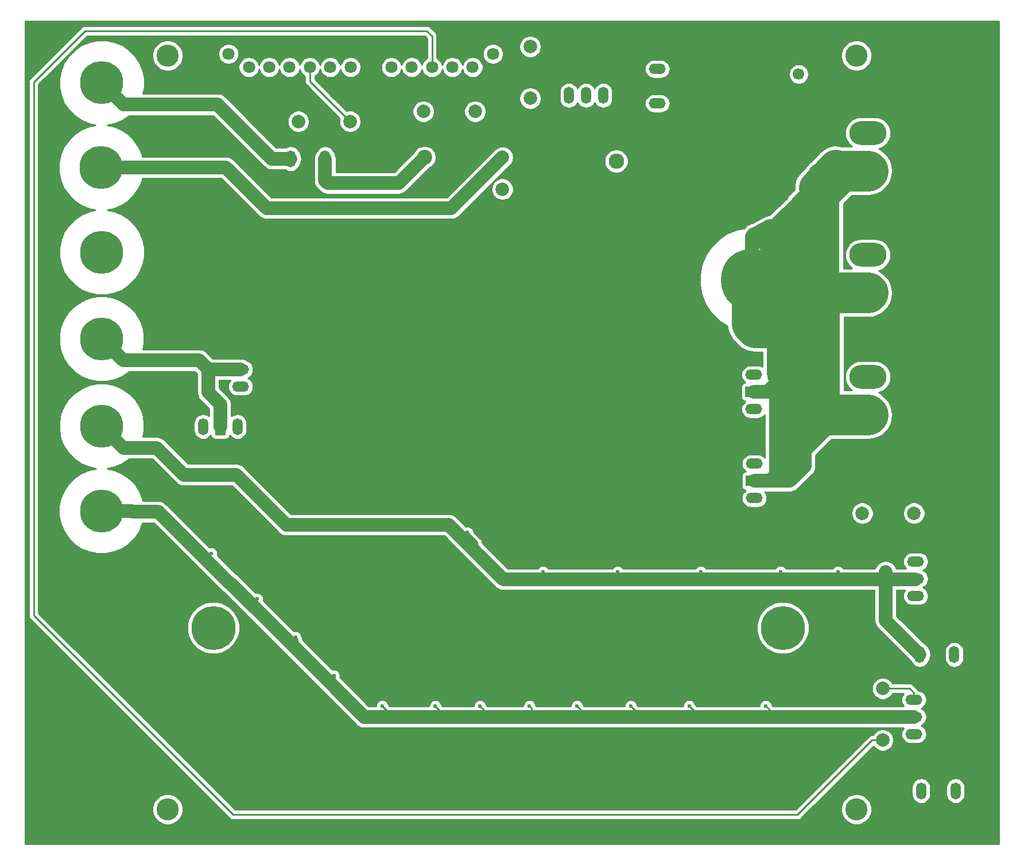
<source format=gbr>
G04 #@! TF.GenerationSoftware,KiCad,Pcbnew,5.1.0-060a0da~80~ubuntu16.04.1*
G04 #@! TF.CreationDate,2019-04-08T13:55:54+05:30*
G04 #@! TF.ProjectId,vcu-power,7663752d-706f-4776-9572-2e6b69636164,rev?*
G04 #@! TF.SameCoordinates,Original*
G04 #@! TF.FileFunction,Copper,L1,Top*
G04 #@! TF.FilePolarity,Positive*
%FSLAX46Y46*%
G04 Gerber Fmt 4.6, Leading zero omitted, Abs format (unit mm)*
G04 Created by KiCad (PCBNEW 5.1.0-060a0da~80~ubuntu16.04.1) date 2019-04-08 13:55:54*
%MOMM*%
%LPD*%
G04 APERTURE LIST*
%ADD10R,1.501140X2.499360*%
%ADD11O,1.501140X2.499360*%
%ADD12C,6.350000*%
%ADD13C,6.500000*%
%ADD14C,1.800000*%
%ADD15C,2.000000*%
%ADD16C,2.200000*%
%ADD17C,9.144000*%
%ADD18C,3.276600*%
%ADD19C,1.700000*%
%ADD20R,1.700000X1.700000*%
%ADD21R,2.499360X1.501140*%
%ADD22O,2.499360X1.501140*%
%ADD23C,2.286000*%
%ADD24O,5.501640X3.500120*%
%ADD25C,1.998980*%
%ADD26C,0.600000*%
%ADD27C,5.000000*%
%ADD28C,6.000000*%
%ADD29C,2.000000*%
%ADD30C,0.250000*%
%ADD31C,0.254000*%
G04 APERTURE END LIST*
D10*
X185400000Y-141500000D03*
D11*
X182860000Y-141500000D03*
X187940000Y-141500000D03*
D12*
X61925000Y-49500000D03*
D13*
X162450000Y-117450000D03*
X78450000Y-117450000D03*
D14*
X116700000Y-34700000D03*
X113700000Y-34700000D03*
X110700000Y-34700000D03*
X107700000Y-34700000D03*
X104700000Y-34700000D03*
X101700000Y-34700000D03*
X98700000Y-34700000D03*
X95700000Y-34700000D03*
X92700000Y-34700000D03*
X89700000Y-34700000D03*
X86700000Y-34700000D03*
X83700000Y-34700000D03*
X119700000Y-32740000D03*
X80700000Y-32740000D03*
D15*
X121100000Y-52700000D03*
X121100000Y-48000000D03*
D16*
X109600000Y-48000000D03*
X102600000Y-48000000D03*
D17*
X157560000Y-49590000D03*
D12*
X62000000Y-37000000D03*
D18*
X71715000Y-144220000D03*
X173325000Y-144220000D03*
X71715000Y-32980000D03*
X173325000Y-32980000D03*
D19*
X164800000Y-35725000D03*
D20*
X159800000Y-35725000D03*
D21*
X158190000Y-82627460D03*
D22*
X158190000Y-80087460D03*
X158190000Y-85167460D03*
D21*
X158242000Y-95758000D03*
D22*
X158242000Y-93218000D03*
X158242000Y-98298000D03*
D10*
X185200000Y-121400000D03*
D11*
X182660000Y-121400000D03*
X187740000Y-121400000D03*
D10*
X79475000Y-87750000D03*
D11*
X82015000Y-87750000D03*
X76935000Y-87750000D03*
D21*
X143960000Y-37497460D03*
D22*
X143960000Y-34957460D03*
X143960000Y-40037460D03*
D17*
X157860000Y-66090000D03*
D12*
X61975000Y-87675000D03*
X61975000Y-74800000D03*
X62000000Y-62000000D03*
X61950000Y-100200000D03*
D23*
X137890000Y-48570000D03*
D24*
X175000000Y-68000000D03*
X175000000Y-62412000D03*
X175000000Y-73588000D03*
X175000000Y-86000000D03*
X175000000Y-80412000D03*
X175000000Y-91588000D03*
X175000000Y-50000000D03*
X175000000Y-44412000D03*
X175000000Y-55588000D03*
D22*
X182050000Y-110200000D03*
X182050000Y-107660000D03*
X182050000Y-112740000D03*
X82470000Y-79310000D03*
X82470000Y-81850000D03*
X82470000Y-76770000D03*
X181800000Y-130600000D03*
X181800000Y-128060000D03*
X181800000Y-133140000D03*
D11*
X133440000Y-38870000D03*
X130900000Y-38870000D03*
X135980000Y-38870000D03*
D25*
X109440000Y-41230000D03*
X117060000Y-41230000D03*
X181800000Y-100540000D03*
X174180000Y-100540000D03*
X91000000Y-42710000D03*
X98620000Y-42710000D03*
X177190000Y-126410000D03*
X177190000Y-134030000D03*
D11*
X94940000Y-48200000D03*
X89860000Y-48200000D03*
D25*
X125200000Y-39300000D03*
X125200000Y-31680000D03*
D26*
X163068000Y-75178000D03*
X163068000Y-79756000D03*
X163272001Y-70661999D03*
X167029840Y-87679840D03*
X163068000Y-85752000D03*
X163747971Y-93552029D03*
X164950000Y-59000000D03*
X169260000Y-78380000D03*
X170570000Y-75930000D03*
X169350000Y-61060000D03*
X167748000Y-72452000D03*
X166900000Y-64300000D03*
X88665000Y-101660000D03*
X95865000Y-101660000D03*
X103460000Y-101660000D03*
X115920000Y-103380000D03*
X127095000Y-109180000D03*
X138095000Y-109180000D03*
X150345000Y-109180000D03*
X162105000Y-109180000D03*
X170595000Y-109180000D03*
X177610000Y-109180000D03*
X88665000Y-101660000D03*
X83490000Y-96485000D03*
X77150000Y-94850000D03*
X72610000Y-93260000D03*
X103365000Y-128990000D03*
X111190000Y-128990000D03*
X117790000Y-128990000D03*
X125090000Y-128990000D03*
X132090000Y-128990000D03*
X140040000Y-128990000D03*
X148640000Y-128990000D03*
X159935000Y-128990000D03*
X171200000Y-130600000D03*
X96240000Y-124510000D03*
X90552500Y-118822500D03*
X84915000Y-113185000D03*
X78177500Y-106447500D03*
X69730000Y-100200000D03*
D27*
X159770000Y-68000000D02*
X165370000Y-68000000D01*
X162431999Y-73131999D02*
X165370000Y-76070000D01*
X165370000Y-76070000D02*
X165370000Y-68000000D01*
X165805000Y-58145000D02*
X165370000Y-58580000D01*
X165805000Y-55575000D02*
X165805000Y-58145000D01*
X165805000Y-55575000D02*
X169555000Y-51825000D01*
X165370000Y-68000000D02*
X168650000Y-68000000D01*
X168650000Y-68000000D02*
X175000000Y-68000000D01*
X157860000Y-66090000D02*
X164325784Y-66090000D01*
D28*
X159770000Y-68000000D02*
X157860000Y-66090000D01*
X175000000Y-50000000D02*
X172586784Y-50000000D01*
X172586784Y-50000000D02*
X171380000Y-50000000D01*
X175000000Y-86000000D02*
X169566000Y-86000000D01*
X169566000Y-86000000D02*
X169312000Y-86000000D01*
X163068000Y-71298000D02*
X157860000Y-66090000D01*
X163068000Y-79756000D02*
X163068000Y-71298000D01*
X157860000Y-72555784D02*
X158436215Y-73131999D01*
X158436215Y-73131999D02*
X162431999Y-73131999D01*
X157860000Y-66090000D02*
X157860000Y-72555784D01*
X169312000Y-86000000D02*
X168811000Y-85499000D01*
D29*
X162162500Y-80661500D02*
X163068000Y-79756000D01*
X162162500Y-89787500D02*
X163575000Y-88375000D01*
X163575000Y-88375000D02*
X163575000Y-84175000D01*
X164887500Y-87062500D02*
X164887500Y-85487500D01*
X164887500Y-85487500D02*
X163575000Y-84175000D01*
X163575000Y-88375000D02*
X164887500Y-87062500D01*
X169836562Y-50000000D02*
X175000000Y-50000000D01*
X160487999Y-58162001D02*
X161674561Y-58162001D01*
X167475000Y-50000000D02*
X167325000Y-50150000D01*
X175000000Y-50000000D02*
X167475000Y-50000000D01*
X167475000Y-50000000D02*
X167475000Y-52250000D01*
X167475000Y-52250000D02*
X167275000Y-52450000D01*
D27*
X169555000Y-51825000D02*
X167275000Y-52450000D01*
D29*
X170875000Y-50000000D02*
X170250000Y-49375000D01*
X175000000Y-50000000D02*
X170875000Y-50000000D01*
D27*
X170250000Y-49375000D02*
X171380000Y-50000000D01*
X167275000Y-52450000D02*
X170250000Y-49375000D01*
D29*
X158159216Y-59325000D02*
X158325000Y-59325000D01*
X157860000Y-59624216D02*
X158159216Y-59325000D01*
X157860000Y-66090000D02*
X157860000Y-59624216D01*
X158325000Y-59325000D02*
X160487999Y-58162001D01*
X164325784Y-65400784D02*
X159150000Y-60225000D01*
X164325784Y-66090000D02*
X164325784Y-65400784D01*
X164180000Y-58580000D02*
X162550000Y-56950000D01*
X165370000Y-58580000D02*
X164180000Y-58580000D01*
X161674561Y-58162001D02*
X162550000Y-56950000D01*
X160487999Y-59662999D02*
X162600000Y-61775000D01*
X160487999Y-58162001D02*
X160487999Y-59662999D01*
X161674561Y-58499561D02*
X163150000Y-59975000D01*
X161674561Y-58162001D02*
X161674561Y-58499561D01*
D27*
X165370000Y-58580000D02*
X163150000Y-59975000D01*
D29*
X159975000Y-59325000D02*
X161925000Y-57375000D01*
X158325000Y-59325000D02*
X159975000Y-59325000D01*
X161925000Y-57375000D02*
X169836562Y-50000000D01*
X162550000Y-56950000D02*
X161925000Y-57375000D01*
X161439680Y-82627460D02*
X162162500Y-81904640D01*
X162162500Y-81904640D02*
X162162500Y-80661500D01*
X158190000Y-82627460D02*
X161439680Y-82627460D01*
X158190000Y-82627460D02*
X160196540Y-82627460D01*
X161491680Y-95758000D02*
X162162500Y-95087180D01*
X158242000Y-95758000D02*
X161491680Y-95758000D01*
X162162500Y-89787500D02*
X162162500Y-86837500D01*
X162162500Y-95087180D02*
X162162500Y-86837500D01*
X162162500Y-86837500D02*
X162162500Y-80661500D01*
X161491680Y-95758000D02*
X164200000Y-93049680D01*
X164200000Y-93049680D02*
X164200000Y-90110000D01*
X163517000Y-95758000D02*
X165675000Y-93600000D01*
X165675000Y-93600000D02*
X165675000Y-91325000D01*
X168811000Y-88189000D02*
X168811000Y-85499000D01*
X165675000Y-91325000D02*
X168811000Y-88189000D01*
X163575000Y-92424680D02*
X164200000Y-93049680D01*
X163575000Y-88375000D02*
X163575000Y-92424680D01*
D30*
X162162500Y-80661500D02*
X166978500Y-80661500D01*
X170570000Y-75930000D02*
X169290000Y-74650000D01*
D28*
X169290000Y-68000000D02*
X159770000Y-68000000D01*
D30*
X169290000Y-74650000D02*
X169290000Y-68000000D01*
D28*
X175000000Y-68000000D02*
X169290000Y-68000000D01*
D30*
X166870000Y-58580000D02*
X169350000Y-61060000D01*
X165370000Y-58580000D02*
X166870000Y-58580000D01*
X169290000Y-66690000D02*
X169290000Y-68000000D01*
X166900000Y-64300000D02*
X169290000Y-66690000D01*
D29*
X173950000Y-50000000D02*
X175000000Y-50000000D01*
X170875000Y-50000000D02*
X170875000Y-50505000D01*
X169790000Y-66860000D02*
X168650000Y-68000000D01*
X169790000Y-51590000D02*
X169790000Y-66860000D01*
X171380000Y-50000000D02*
X169790000Y-51590000D01*
X167110000Y-65820000D02*
X169290000Y-68000000D01*
X167110000Y-54270000D02*
X167110000Y-65820000D01*
X170875000Y-50505000D02*
X167110000Y-54270000D01*
X167110000Y-54270000D02*
X165805000Y-55575000D01*
X165805000Y-55575000D02*
X166405000Y-55575000D01*
X168650000Y-57820000D02*
X168650000Y-68000000D01*
X166405000Y-55575000D02*
X168650000Y-57820000D01*
X165370000Y-64080000D02*
X167110000Y-65820000D01*
X165370000Y-58580000D02*
X165370000Y-64080000D01*
X162360000Y-61590000D02*
X162360000Y-61670000D01*
X157860000Y-66090000D02*
X162360000Y-61590000D01*
X162360000Y-61590000D02*
X173950000Y-50000000D01*
X164990000Y-64300000D02*
X166900000Y-64300000D01*
X162360000Y-61670000D02*
X164990000Y-64300000D01*
X168650000Y-68000000D02*
X168650000Y-69800000D01*
X168650000Y-69800000D02*
X169870000Y-71020000D01*
X169870000Y-85442000D02*
X169312000Y-86000000D01*
X169870000Y-71020000D02*
X169870000Y-85442000D01*
X168650000Y-68000000D02*
X168650000Y-78990000D01*
X168650000Y-78990000D02*
X167425000Y-80215000D01*
D30*
X167425000Y-80215000D02*
X169260000Y-78380000D01*
X166978500Y-80661500D02*
X167425000Y-80215000D01*
D29*
X167425000Y-80215000D02*
X167425000Y-80305000D01*
X168811000Y-81691000D02*
X168811000Y-85499000D01*
X167425000Y-80305000D02*
X168811000Y-81691000D01*
X165370000Y-76070000D02*
X165370000Y-79910000D01*
X168811000Y-83351000D02*
X168811000Y-85499000D01*
X165370000Y-79910000D02*
X168811000Y-83351000D01*
X165730000Y-76070000D02*
X168650000Y-78990000D01*
X165370000Y-76070000D02*
X165730000Y-76070000D01*
X165370000Y-78250000D02*
X167425000Y-80305000D01*
X165370000Y-76070000D02*
X165370000Y-78250000D01*
X163068000Y-83468000D02*
X166955000Y-87355000D01*
X163068000Y-79756000D02*
X163068000Y-83468000D01*
X166955000Y-87355000D02*
X168811000Y-85499000D01*
X164200000Y-90110000D02*
X166955000Y-87355000D01*
X163068000Y-79756000D02*
X163068000Y-81368000D01*
X167199000Y-85499000D02*
X168811000Y-85499000D01*
X163068000Y-81368000D02*
X167199000Y-85499000D01*
X163068000Y-79756000D02*
X169312000Y-86000000D01*
X160196540Y-82627460D02*
X163068000Y-79756000D01*
X161439680Y-94820320D02*
X160502000Y-95758000D01*
X161439680Y-82627460D02*
X161439680Y-94820320D01*
X160502000Y-95758000D02*
X163517000Y-95758000D01*
X158242000Y-95758000D02*
X160502000Y-95758000D01*
D30*
X89245000Y-102240000D02*
X88665000Y-101660000D01*
X96445000Y-102240000D02*
X95865000Y-101660000D01*
X98690000Y-102240000D02*
X96445000Y-102240000D01*
D29*
X90740000Y-102240000D02*
X98690000Y-102240000D01*
D30*
X106135000Y-102240000D02*
X104040000Y-102240000D01*
D29*
X106135000Y-102240000D02*
X113160000Y-102240000D01*
D30*
X104040000Y-102240000D02*
X103460000Y-101660000D01*
D29*
X98690000Y-102240000D02*
X106135000Y-102240000D01*
D30*
X117372500Y-106452500D02*
X117372500Y-104832500D01*
X117372500Y-104832500D02*
X115920000Y-103380000D01*
D29*
X117372500Y-106452500D02*
X121220000Y-110300000D01*
X113160000Y-102240000D02*
X117372500Y-106452500D01*
D30*
X128215000Y-110300000D02*
X127095000Y-109180000D01*
X129275000Y-110300000D02*
X128215000Y-110300000D01*
D29*
X121220000Y-110300000D02*
X129275000Y-110300000D01*
X129275000Y-110300000D02*
X140050000Y-110300000D01*
D30*
X139215000Y-110300000D02*
X138095000Y-109180000D01*
X140050000Y-110300000D02*
X139215000Y-110300000D01*
X151465000Y-110300000D02*
X150345000Y-109180000D01*
X151950000Y-110300000D02*
X151465000Y-110300000D01*
D29*
X140050000Y-110300000D02*
X151950000Y-110300000D01*
D30*
X163225000Y-110300000D02*
X162105000Y-109180000D01*
D29*
X151950000Y-110300000D02*
X163400000Y-110300000D01*
D30*
X163400000Y-110300000D02*
X163225000Y-110300000D01*
X172725000Y-110300000D02*
X171715000Y-110300000D01*
X171715000Y-110300000D02*
X170595000Y-109180000D01*
D29*
X163400000Y-110300000D02*
X172725000Y-110300000D01*
X178775000Y-110300000D02*
X182000000Y-110300000D01*
X172725000Y-110300000D02*
X178775000Y-110300000D01*
D30*
X178775000Y-110300000D02*
X178730000Y-110300000D01*
X178730000Y-110300000D02*
X177610000Y-109180000D01*
D29*
X61975000Y-87675000D02*
X65175000Y-90875000D01*
X70125000Y-90875000D02*
X74100000Y-94850000D01*
X89245000Y-102240000D02*
X90740000Y-102240000D01*
X177610000Y-116350000D02*
X177610000Y-109180000D01*
X182660000Y-121400000D02*
X177610000Y-116350000D01*
D30*
X85252500Y-98247500D02*
X83490000Y-96485000D01*
D29*
X81855000Y-94850000D02*
X85252500Y-98247500D01*
X85252500Y-98247500D02*
X89245000Y-102240000D01*
X74100000Y-94850000D02*
X75950000Y-94850000D01*
D30*
X75950000Y-94850000D02*
X77150000Y-94850000D01*
D29*
X75950000Y-94850000D02*
X81855000Y-94850000D01*
X65175000Y-90875000D02*
X70125000Y-90875000D01*
X65149999Y-77974999D02*
X76349999Y-77974999D01*
X61975000Y-74800000D02*
X65149999Y-77974999D01*
X77685000Y-79310000D02*
X82470000Y-79310000D01*
X76349999Y-77974999D02*
X77685000Y-79310000D01*
X77685000Y-82710320D02*
X77685000Y-79310000D01*
X79475000Y-84500320D02*
X77685000Y-82710320D01*
X79475000Y-87750000D02*
X79475000Y-84500320D01*
X80810000Y-110810000D02*
X80890000Y-110810000D01*
D30*
X105725000Y-130600000D02*
X104975000Y-130600000D01*
X104975000Y-130600000D02*
X103365000Y-128990000D01*
D29*
X100680000Y-130600000D02*
X105725000Y-130600000D01*
D30*
X112800000Y-130600000D02*
X111190000Y-128990000D01*
X113725000Y-130600000D02*
X112800000Y-130600000D01*
D29*
X105725000Y-130600000D02*
X113725000Y-130600000D01*
D30*
X119175000Y-130600000D02*
X119175000Y-130375000D01*
D29*
X113725000Y-130600000D02*
X119175000Y-130600000D01*
D30*
X119175000Y-130375000D02*
X117790000Y-128990000D01*
X125375000Y-129275000D02*
X125090000Y-128990000D01*
X125375000Y-130600000D02*
X125375000Y-129275000D01*
D29*
X119175000Y-130600000D02*
X125375000Y-130600000D01*
D30*
X133500000Y-130400000D02*
X132090000Y-128990000D01*
D29*
X125375000Y-130600000D02*
X133500000Y-130600000D01*
D30*
X133500000Y-130600000D02*
X133500000Y-130400000D01*
X140975000Y-130600000D02*
X140975000Y-129925000D01*
X140975000Y-129925000D02*
X140040000Y-128990000D01*
D29*
X133500000Y-130600000D02*
X140975000Y-130600000D01*
D30*
X149625000Y-129975000D02*
X148640000Y-128990000D01*
D29*
X140975000Y-130600000D02*
X149625000Y-130600000D01*
D30*
X149625000Y-130600000D02*
X149625000Y-129975000D01*
X160825000Y-129880000D02*
X159935000Y-128990000D01*
X160825000Y-130600000D02*
X160825000Y-129880000D01*
D29*
X149625000Y-130600000D02*
X160825000Y-130600000D01*
X160825000Y-130600000D02*
X171200000Y-130600000D01*
X171200000Y-130600000D02*
X181800000Y-130600000D01*
D30*
X170300000Y-130600000D02*
X171200000Y-130600000D01*
X96327500Y-126247500D02*
X96327500Y-124597500D01*
D29*
X96327500Y-126247500D02*
X100680000Y-130600000D01*
D30*
X96327500Y-124597500D02*
X96240000Y-124510000D01*
X90815000Y-120735000D02*
X90815000Y-119085000D01*
D29*
X90815000Y-120735000D02*
X96327500Y-126247500D01*
D30*
X90815000Y-119085000D02*
X90552500Y-118822500D01*
X84727500Y-114647500D02*
X84727500Y-113147500D01*
D29*
X80890000Y-110810000D02*
X84727500Y-114647500D01*
X84727500Y-114647500D02*
X90815000Y-120735000D01*
D30*
X84727500Y-114647500D02*
X84727500Y-113372500D01*
X84727500Y-113372500D02*
X84915000Y-113185000D01*
X77725000Y-106900000D02*
X78177500Y-106447500D01*
X77725000Y-107725000D02*
X77725000Y-106900000D01*
D29*
X77725000Y-107725000D02*
X80810000Y-110810000D01*
X66440128Y-100200000D02*
X66565128Y-100325000D01*
X61950000Y-100200000D02*
X66440128Y-100200000D01*
X70325000Y-100325000D02*
X77725000Y-107725000D01*
X66565128Y-100325000D02*
X70325000Y-100325000D01*
D30*
X110700000Y-30100000D02*
X110700000Y-34700000D01*
X59530000Y-29320000D02*
X109920000Y-29320000D01*
X109920000Y-29320000D02*
X110700000Y-30100000D01*
X51940000Y-36910000D02*
X59530000Y-29320000D01*
X51940000Y-115610000D02*
X51940000Y-36910000D01*
X177190000Y-134030000D02*
X175630000Y-134030000D01*
X175630000Y-134030000D02*
X164630000Y-145030000D01*
X81360000Y-145030000D02*
X51940000Y-115610000D01*
X164630000Y-145030000D02*
X81360000Y-145030000D01*
X92700000Y-36790000D02*
X98620000Y-42710000D01*
X92700000Y-34700000D02*
X92700000Y-36790000D01*
D29*
X61925000Y-49500000D02*
X80300000Y-49500000D01*
X80300000Y-49500000D02*
X86325000Y-55525000D01*
X113575000Y-55525000D02*
X121100000Y-48000000D01*
X86325000Y-55525000D02*
X113575000Y-55525000D01*
X62000000Y-37000000D02*
X65225000Y-40225000D01*
X65225000Y-40225000D02*
X79100000Y-40225000D01*
X87075000Y-48200000D02*
X89860000Y-48200000D01*
X79100000Y-40225000D02*
X87075000Y-48200000D01*
D30*
X181800000Y-127059430D02*
X181800000Y-128060000D01*
X181150570Y-126410000D02*
X181800000Y-127059430D01*
X177190000Y-126410000D02*
X181150570Y-126410000D01*
D29*
X94940000Y-51449680D02*
X95300320Y-51810000D01*
X94940000Y-48200000D02*
X94940000Y-51449680D01*
X105790000Y-51810000D02*
X109600000Y-48000000D01*
X95300320Y-51810000D02*
X105790000Y-51810000D01*
D31*
G36*
X194290000Y-149290000D02*
G01*
X50710000Y-149290000D01*
X50710000Y-143996099D01*
X69441700Y-143996099D01*
X69441700Y-144443901D01*
X69529061Y-144883097D01*
X69700427Y-145296812D01*
X69949212Y-145669145D01*
X70265855Y-145985788D01*
X70638188Y-146234573D01*
X71051903Y-146405939D01*
X71491099Y-146493300D01*
X71938901Y-146493300D01*
X72378097Y-146405939D01*
X72791812Y-146234573D01*
X73164145Y-145985788D01*
X73480788Y-145669145D01*
X73729573Y-145296812D01*
X73900939Y-144883097D01*
X73988300Y-144443901D01*
X73988300Y-143996099D01*
X73900939Y-143556903D01*
X73729573Y-143143188D01*
X73480788Y-142770855D01*
X73164145Y-142454212D01*
X72791812Y-142205427D01*
X72378097Y-142034061D01*
X71938901Y-141946700D01*
X71491099Y-141946700D01*
X71051903Y-142034061D01*
X70638188Y-142205427D01*
X70265855Y-142454212D01*
X69949212Y-142770855D01*
X69700427Y-143143188D01*
X69529061Y-143556903D01*
X69441700Y-143996099D01*
X50710000Y-143996099D01*
X50710000Y-36910000D01*
X51176324Y-36910000D01*
X51180001Y-36947333D01*
X51180000Y-115572678D01*
X51176324Y-115610000D01*
X51180000Y-115647322D01*
X51180000Y-115647332D01*
X51190997Y-115758985D01*
X51234454Y-115902246D01*
X51305026Y-116034276D01*
X51344871Y-116082826D01*
X51399999Y-116150001D01*
X51429003Y-116173804D01*
X80796201Y-145541003D01*
X80819999Y-145570001D01*
X80848997Y-145593799D01*
X80935723Y-145664974D01*
X81067753Y-145735546D01*
X81211014Y-145779003D01*
X81322667Y-145790000D01*
X81322677Y-145790000D01*
X81359999Y-145793676D01*
X81397322Y-145790000D01*
X164592678Y-145790000D01*
X164630000Y-145793676D01*
X164667322Y-145790000D01*
X164667333Y-145790000D01*
X164778986Y-145779003D01*
X164922247Y-145735546D01*
X165054276Y-145664974D01*
X165170001Y-145570001D01*
X165193804Y-145540997D01*
X166738702Y-143996099D01*
X171051700Y-143996099D01*
X171051700Y-144443901D01*
X171139061Y-144883097D01*
X171310427Y-145296812D01*
X171559212Y-145669145D01*
X171875855Y-145985788D01*
X172248188Y-146234573D01*
X172661903Y-146405939D01*
X173101099Y-146493300D01*
X173548901Y-146493300D01*
X173988097Y-146405939D01*
X174401812Y-146234573D01*
X174774145Y-145985788D01*
X175090788Y-145669145D01*
X175339573Y-145296812D01*
X175510939Y-144883097D01*
X175598300Y-144443901D01*
X175598300Y-143996099D01*
X175510939Y-143556903D01*
X175339573Y-143143188D01*
X175090788Y-142770855D01*
X174774145Y-142454212D01*
X174401812Y-142205427D01*
X173988097Y-142034061D01*
X173548901Y-141946700D01*
X173101099Y-141946700D01*
X172661903Y-142034061D01*
X172248188Y-142205427D01*
X171875855Y-142454212D01*
X171559212Y-142770855D01*
X171310427Y-143143188D01*
X171139061Y-143556903D01*
X171051700Y-143996099D01*
X166738702Y-143996099D01*
X169801977Y-140932824D01*
X181474430Y-140932824D01*
X181474430Y-142067177D01*
X181494478Y-142270729D01*
X181573707Y-142531910D01*
X181702366Y-142772616D01*
X181875515Y-142983596D01*
X182086495Y-143156744D01*
X182327201Y-143285403D01*
X182588382Y-143364632D01*
X182860000Y-143391384D01*
X183131619Y-143364632D01*
X183392800Y-143285403D01*
X183633506Y-143156744D01*
X183844486Y-142983596D01*
X184017634Y-142772616D01*
X184146293Y-142531910D01*
X184225522Y-142270729D01*
X184245570Y-142067177D01*
X184245570Y-140932824D01*
X186554430Y-140932824D01*
X186554430Y-142067177D01*
X186574478Y-142270729D01*
X186653707Y-142531910D01*
X186782366Y-142772616D01*
X186955515Y-142983596D01*
X187166495Y-143156744D01*
X187407201Y-143285403D01*
X187668382Y-143364632D01*
X187940000Y-143391384D01*
X188211619Y-143364632D01*
X188472800Y-143285403D01*
X188713506Y-143156744D01*
X188924486Y-142983596D01*
X189097634Y-142772616D01*
X189226293Y-142531910D01*
X189305522Y-142270729D01*
X189325570Y-142067177D01*
X189325570Y-140932823D01*
X189305522Y-140729271D01*
X189226293Y-140468090D01*
X189097634Y-140227384D01*
X188924485Y-140016404D01*
X188713505Y-139843256D01*
X188472799Y-139714597D01*
X188211618Y-139635368D01*
X187940000Y-139608616D01*
X187668381Y-139635368D01*
X187407200Y-139714597D01*
X187166494Y-139843256D01*
X186955514Y-140016405D01*
X186782366Y-140227385D01*
X186653707Y-140468091D01*
X186574478Y-140729272D01*
X186554430Y-140932824D01*
X184245570Y-140932824D01*
X184245570Y-140932823D01*
X184225522Y-140729271D01*
X184146293Y-140468090D01*
X184017634Y-140227384D01*
X183844485Y-140016404D01*
X183633505Y-139843256D01*
X183392799Y-139714597D01*
X183131618Y-139635368D01*
X182860000Y-139608616D01*
X182588381Y-139635368D01*
X182327200Y-139714597D01*
X182086494Y-139843256D01*
X181875514Y-140016405D01*
X181702366Y-140227385D01*
X181573707Y-140468091D01*
X181494478Y-140729272D01*
X181474430Y-140932824D01*
X169801977Y-140932824D01*
X175817255Y-134917547D01*
X175920408Y-135071927D01*
X176148073Y-135299592D01*
X176415778Y-135478467D01*
X176713237Y-135601678D01*
X177029017Y-135664490D01*
X177350983Y-135664490D01*
X177666763Y-135601678D01*
X177964222Y-135478467D01*
X178231927Y-135299592D01*
X178459592Y-135071927D01*
X178638467Y-134804222D01*
X178761678Y-134506763D01*
X178824490Y-134190983D01*
X178824490Y-133869017D01*
X178761678Y-133553237D01*
X178638467Y-133255778D01*
X178459592Y-132988073D01*
X178231927Y-132760408D01*
X177964222Y-132581533D01*
X177666763Y-132458322D01*
X177350983Y-132395510D01*
X177029017Y-132395510D01*
X176713237Y-132458322D01*
X176415778Y-132581533D01*
X176148073Y-132760408D01*
X175920408Y-132988073D01*
X175741533Y-133255778D01*
X175735642Y-133270000D01*
X175667322Y-133270000D01*
X175629999Y-133266324D01*
X175592676Y-133270000D01*
X175592667Y-133270000D01*
X175481014Y-133280997D01*
X175337753Y-133324454D01*
X175205724Y-133395026D01*
X175089999Y-133489999D01*
X175066201Y-133518997D01*
X164315199Y-144270000D01*
X81674802Y-144270000D01*
X54472163Y-117067361D01*
X74565000Y-117067361D01*
X74565000Y-117832639D01*
X74714298Y-118583213D01*
X75007158Y-119290238D01*
X75432323Y-119926543D01*
X75973457Y-120467677D01*
X76609762Y-120892842D01*
X77316787Y-121185702D01*
X78067361Y-121335000D01*
X78832639Y-121335000D01*
X79583213Y-121185702D01*
X80290238Y-120892842D01*
X80926543Y-120467677D01*
X81467677Y-119926543D01*
X81892842Y-119290238D01*
X82185702Y-118583213D01*
X82335000Y-117832639D01*
X82335000Y-117067361D01*
X82185702Y-116316787D01*
X81892842Y-115609762D01*
X81467677Y-114973457D01*
X80926543Y-114432323D01*
X80290238Y-114007158D01*
X79583213Y-113714298D01*
X78832639Y-113565000D01*
X78067361Y-113565000D01*
X77316787Y-113714298D01*
X76609762Y-114007158D01*
X75973457Y-114432323D01*
X75432323Y-114973457D01*
X75007158Y-115609762D01*
X74714298Y-116316787D01*
X74565000Y-117067361D01*
X54472163Y-117067361D01*
X52700000Y-115295199D01*
X52700000Y-99579307D01*
X55648000Y-99579307D01*
X55648000Y-100820693D01*
X55890182Y-102038226D01*
X56365240Y-103185117D01*
X57054917Y-104217291D01*
X57932709Y-105095083D01*
X58964883Y-105784760D01*
X60111774Y-106259818D01*
X61329307Y-106502000D01*
X62570693Y-106502000D01*
X63788226Y-106259818D01*
X64935117Y-105784760D01*
X65967291Y-105095083D01*
X66845083Y-104217291D01*
X67534760Y-103185117D01*
X68009818Y-102038226D01*
X68025378Y-101960000D01*
X69647762Y-101960000D01*
X76625676Y-108937915D01*
X76625681Y-108937919D01*
X79597080Y-111909319D01*
X79648286Y-111971714D01*
X79897248Y-112176031D01*
X79997239Y-112229478D01*
X83628176Y-115860416D01*
X83628187Y-115860425D01*
X89715676Y-121947915D01*
X89715681Y-121947919D01*
X95228176Y-127460415D01*
X95228181Y-127460419D01*
X99467084Y-131699324D01*
X99518286Y-131761714D01*
X99767248Y-131966031D01*
X100051285Y-132117852D01*
X100359483Y-132211343D01*
X100680000Y-132242912D01*
X100760330Y-132235000D01*
X180251171Y-132235000D01*
X180143256Y-132366494D01*
X180014597Y-132607200D01*
X179935368Y-132868381D01*
X179908616Y-133140000D01*
X179935368Y-133411619D01*
X180014597Y-133672800D01*
X180143256Y-133913506D01*
X180316404Y-134124486D01*
X180527384Y-134297634D01*
X180768090Y-134426293D01*
X181029271Y-134505522D01*
X181232823Y-134525570D01*
X182367177Y-134525570D01*
X182570729Y-134505522D01*
X182831910Y-134426293D01*
X183072616Y-134297634D01*
X183283596Y-134124486D01*
X183456744Y-133913506D01*
X183585403Y-133672800D01*
X183664632Y-133411619D01*
X183691384Y-133140000D01*
X183664632Y-132868381D01*
X183585403Y-132607200D01*
X183456744Y-132366494D01*
X183283596Y-132155514D01*
X183072616Y-131982366D01*
X182862392Y-131870000D01*
X183072616Y-131757634D01*
X183283596Y-131584486D01*
X183456744Y-131373506D01*
X183585403Y-131132800D01*
X183664632Y-130871619D01*
X183691384Y-130600000D01*
X183664632Y-130328381D01*
X183585403Y-130067200D01*
X183456744Y-129826494D01*
X183283596Y-129615514D01*
X183072616Y-129442366D01*
X182862392Y-129330000D01*
X183072616Y-129217634D01*
X183283596Y-129044486D01*
X183456744Y-128833506D01*
X183585403Y-128592800D01*
X183664632Y-128331619D01*
X183691384Y-128060000D01*
X183664632Y-127788381D01*
X183585403Y-127527200D01*
X183456744Y-127286494D01*
X183283596Y-127075514D01*
X183072616Y-126902366D01*
X182831910Y-126773707D01*
X182570729Y-126694478D01*
X182460902Y-126683661D01*
X182434974Y-126635154D01*
X182340001Y-126519429D01*
X182311004Y-126495632D01*
X181714373Y-125899002D01*
X181690571Y-125869999D01*
X181574846Y-125775026D01*
X181442817Y-125704454D01*
X181299556Y-125660997D01*
X181187903Y-125650000D01*
X181187892Y-125650000D01*
X181150570Y-125646324D01*
X181113248Y-125650000D01*
X178644358Y-125650000D01*
X178638467Y-125635778D01*
X178459592Y-125368073D01*
X178231927Y-125140408D01*
X177964222Y-124961533D01*
X177666763Y-124838322D01*
X177350983Y-124775510D01*
X177029017Y-124775510D01*
X176713237Y-124838322D01*
X176415778Y-124961533D01*
X176148073Y-125140408D01*
X175920408Y-125368073D01*
X175741533Y-125635778D01*
X175618322Y-125933237D01*
X175555510Y-126249017D01*
X175555510Y-126570983D01*
X175618322Y-126886763D01*
X175741533Y-127184222D01*
X175920408Y-127451927D01*
X176148073Y-127679592D01*
X176415778Y-127858467D01*
X176713237Y-127981678D01*
X177029017Y-128044490D01*
X177350983Y-128044490D01*
X177666763Y-127981678D01*
X177964222Y-127858467D01*
X178231927Y-127679592D01*
X178459592Y-127451927D01*
X178638467Y-127184222D01*
X178644358Y-127170000D01*
X180238861Y-127170000D01*
X180143256Y-127286494D01*
X180014597Y-127527200D01*
X179935368Y-127788381D01*
X179908616Y-128060000D01*
X179935368Y-128331619D01*
X180014597Y-128592800D01*
X180143256Y-128833506D01*
X180251171Y-128965000D01*
X160984802Y-128965000D01*
X160858153Y-128838351D01*
X160834068Y-128717271D01*
X160763586Y-128547111D01*
X160661262Y-128393972D01*
X160531028Y-128263738D01*
X160377889Y-128161414D01*
X160207729Y-128090932D01*
X160027089Y-128055000D01*
X159842911Y-128055000D01*
X159662271Y-128090932D01*
X159492111Y-128161414D01*
X159338972Y-128263738D01*
X159208738Y-128393972D01*
X159106414Y-128547111D01*
X159035932Y-128717271D01*
X159000000Y-128897911D01*
X159000000Y-128965000D01*
X149689802Y-128965000D01*
X149563153Y-128838351D01*
X149539068Y-128717271D01*
X149468586Y-128547111D01*
X149366262Y-128393972D01*
X149236028Y-128263738D01*
X149082889Y-128161414D01*
X148912729Y-128090932D01*
X148732089Y-128055000D01*
X148547911Y-128055000D01*
X148367271Y-128090932D01*
X148197111Y-128161414D01*
X148043972Y-128263738D01*
X147913738Y-128393972D01*
X147811414Y-128547111D01*
X147740932Y-128717271D01*
X147705000Y-128897911D01*
X147705000Y-128965000D01*
X141089802Y-128965000D01*
X140963153Y-128838351D01*
X140939068Y-128717271D01*
X140868586Y-128547111D01*
X140766262Y-128393972D01*
X140636028Y-128263738D01*
X140482889Y-128161414D01*
X140312729Y-128090932D01*
X140132089Y-128055000D01*
X139947911Y-128055000D01*
X139767271Y-128090932D01*
X139597111Y-128161414D01*
X139443972Y-128263738D01*
X139313738Y-128393972D01*
X139211414Y-128547111D01*
X139140932Y-128717271D01*
X139105000Y-128897911D01*
X139105000Y-128965000D01*
X133139801Y-128965000D01*
X133013153Y-128838351D01*
X132989068Y-128717271D01*
X132918586Y-128547111D01*
X132816262Y-128393972D01*
X132686028Y-128263738D01*
X132532889Y-128161414D01*
X132362729Y-128090932D01*
X132182089Y-128055000D01*
X131997911Y-128055000D01*
X131817271Y-128090932D01*
X131647111Y-128161414D01*
X131493972Y-128263738D01*
X131363738Y-128393972D01*
X131261414Y-128547111D01*
X131190932Y-128717271D01*
X131155000Y-128897911D01*
X131155000Y-128965000D01*
X126071057Y-128965000D01*
X126018957Y-128867529D01*
X125989068Y-128717271D01*
X125918586Y-128547111D01*
X125816262Y-128393972D01*
X125686028Y-128263738D01*
X125532889Y-128161414D01*
X125362729Y-128090932D01*
X125182089Y-128055000D01*
X124997911Y-128055000D01*
X124817271Y-128090932D01*
X124647111Y-128161414D01*
X124493972Y-128263738D01*
X124363738Y-128393972D01*
X124261414Y-128547111D01*
X124190932Y-128717271D01*
X124155000Y-128897911D01*
X124155000Y-128965000D01*
X118839801Y-128965000D01*
X118713153Y-128838351D01*
X118689068Y-128717271D01*
X118618586Y-128547111D01*
X118516262Y-128393972D01*
X118386028Y-128263738D01*
X118232889Y-128161414D01*
X118062729Y-128090932D01*
X117882089Y-128055000D01*
X117697911Y-128055000D01*
X117517271Y-128090932D01*
X117347111Y-128161414D01*
X117193972Y-128263738D01*
X117063738Y-128393972D01*
X116961414Y-128547111D01*
X116890932Y-128717271D01*
X116855000Y-128897911D01*
X116855000Y-128965000D01*
X112239801Y-128965000D01*
X112113153Y-128838351D01*
X112089068Y-128717271D01*
X112018586Y-128547111D01*
X111916262Y-128393972D01*
X111786028Y-128263738D01*
X111632889Y-128161414D01*
X111462729Y-128090932D01*
X111282089Y-128055000D01*
X111097911Y-128055000D01*
X110917271Y-128090932D01*
X110747111Y-128161414D01*
X110593972Y-128263738D01*
X110463738Y-128393972D01*
X110361414Y-128547111D01*
X110290932Y-128717271D01*
X110255000Y-128897911D01*
X110255000Y-128965000D01*
X104414801Y-128965000D01*
X104288153Y-128838351D01*
X104264068Y-128717271D01*
X104193586Y-128547111D01*
X104091262Y-128393972D01*
X103961028Y-128263738D01*
X103807889Y-128161414D01*
X103637729Y-128090932D01*
X103457089Y-128055000D01*
X103272911Y-128055000D01*
X103092271Y-128090932D01*
X102922111Y-128161414D01*
X102768972Y-128263738D01*
X102638738Y-128393972D01*
X102536414Y-128547111D01*
X102465932Y-128717271D01*
X102430000Y-128897911D01*
X102430000Y-128965000D01*
X101357240Y-128965000D01*
X97540419Y-125148181D01*
X97540415Y-125148176D01*
X97145024Y-124752785D01*
X97175000Y-124602089D01*
X97175000Y-124417911D01*
X97139068Y-124237271D01*
X97068586Y-124067111D01*
X96966262Y-123913972D01*
X96836028Y-123783738D01*
X96682889Y-123681414D01*
X96512729Y-123610932D01*
X96332089Y-123575000D01*
X96147911Y-123575000D01*
X95997215Y-123604976D01*
X92027919Y-119635681D01*
X92027915Y-119635676D01*
X91575000Y-119182761D01*
X91575000Y-119122322D01*
X91578676Y-119084999D01*
X91575000Y-119047676D01*
X91575000Y-119047667D01*
X91564003Y-118936014D01*
X91520546Y-118792753D01*
X91487500Y-118730929D01*
X91487500Y-118730411D01*
X91451568Y-118549771D01*
X91381086Y-118379611D01*
X91278762Y-118226472D01*
X91148528Y-118096238D01*
X90995389Y-117993914D01*
X90825229Y-117923432D01*
X90644589Y-117887500D01*
X90460411Y-117887500D01*
X90309715Y-117917476D01*
X89459600Y-117067361D01*
X158565000Y-117067361D01*
X158565000Y-117832639D01*
X158714298Y-118583213D01*
X159007158Y-119290238D01*
X159432323Y-119926543D01*
X159973457Y-120467677D01*
X160609762Y-120892842D01*
X161316787Y-121185702D01*
X162067361Y-121335000D01*
X162832639Y-121335000D01*
X163583213Y-121185702D01*
X164290238Y-120892842D01*
X164926543Y-120467677D01*
X165467677Y-119926543D01*
X165892842Y-119290238D01*
X166185702Y-118583213D01*
X166335000Y-117832639D01*
X166335000Y-117067361D01*
X166185702Y-116316787D01*
X165892842Y-115609762D01*
X165467677Y-114973457D01*
X164926543Y-114432323D01*
X164290238Y-114007158D01*
X163583213Y-113714298D01*
X162832639Y-113565000D01*
X162067361Y-113565000D01*
X161316787Y-113714298D01*
X160609762Y-114007158D01*
X159973457Y-114432323D01*
X159432323Y-114973457D01*
X159007158Y-115609762D01*
X158714298Y-116316787D01*
X158565000Y-117067361D01*
X89459600Y-117067361D01*
X85940425Y-113548187D01*
X85940416Y-113548176D01*
X85820024Y-113427784D01*
X85850000Y-113277089D01*
X85850000Y-113092911D01*
X85814068Y-112912271D01*
X85743586Y-112742111D01*
X85641262Y-112588972D01*
X85511028Y-112458738D01*
X85357889Y-112356414D01*
X85187729Y-112285932D01*
X85007089Y-112250000D01*
X84822911Y-112250000D01*
X84672215Y-112279976D01*
X82102925Y-109710687D01*
X82051714Y-109648286D01*
X81802752Y-109443969D01*
X81702762Y-109390523D01*
X79063651Y-106751413D01*
X79076568Y-106720229D01*
X79112500Y-106539589D01*
X79112500Y-106355411D01*
X79076568Y-106174771D01*
X79006086Y-106004611D01*
X78903762Y-105851472D01*
X78773528Y-105721238D01*
X78620389Y-105618914D01*
X78450229Y-105548432D01*
X78269589Y-105512500D01*
X78085411Y-105512500D01*
X77904771Y-105548432D01*
X77873587Y-105561349D01*
X71537925Y-99225687D01*
X71486714Y-99163286D01*
X71237752Y-98958969D01*
X70953715Y-98807148D01*
X70645516Y-98713657D01*
X70405322Y-98690000D01*
X70405319Y-98690000D01*
X70325000Y-98682089D01*
X70244681Y-98690000D01*
X68075106Y-98690000D01*
X68009818Y-98361774D01*
X67534760Y-97214883D01*
X66845083Y-96182709D01*
X65967291Y-95304917D01*
X64935117Y-94615240D01*
X63788226Y-94140182D01*
X62781773Y-93939986D01*
X63813226Y-93734818D01*
X64960117Y-93259760D01*
X65992291Y-92570083D01*
X66052374Y-92510000D01*
X69447762Y-92510000D01*
X72887080Y-95949319D01*
X72938286Y-96011714D01*
X73187248Y-96216031D01*
X73471285Y-96367852D01*
X73779484Y-96461343D01*
X74019678Y-96485000D01*
X74019680Y-96485000D01*
X74100000Y-96492911D01*
X74180319Y-96485000D01*
X81177762Y-96485000D01*
X84153176Y-99460416D01*
X84153187Y-99460425D01*
X88032083Y-103339323D01*
X88083286Y-103401714D01*
X88145676Y-103452916D01*
X88191876Y-103490831D01*
X88332248Y-103606031D01*
X88419614Y-103652729D01*
X88616285Y-103757852D01*
X88924483Y-103851343D01*
X89245000Y-103882911D01*
X89325322Y-103875000D01*
X112482762Y-103875000D01*
X116273176Y-107665416D01*
X116273187Y-107665425D01*
X120007084Y-111399324D01*
X120058286Y-111461714D01*
X120307248Y-111666031D01*
X120474659Y-111755514D01*
X120591285Y-111817852D01*
X120899483Y-111911343D01*
X121220000Y-111942911D01*
X121300322Y-111935000D01*
X175975001Y-111935000D01*
X175975000Y-116269680D01*
X175967089Y-116350000D01*
X175975000Y-116430319D01*
X175975000Y-116430321D01*
X175998657Y-116670515D01*
X176092148Y-116978714D01*
X176243969Y-117262751D01*
X176448286Y-117511714D01*
X176510687Y-117562925D01*
X181371110Y-122423349D01*
X181373707Y-122431910D01*
X181502366Y-122672616D01*
X181675515Y-122883596D01*
X181886495Y-123056744D01*
X182127201Y-123185403D01*
X182388382Y-123264632D01*
X182660000Y-123291384D01*
X182931619Y-123264632D01*
X183192800Y-123185403D01*
X183433506Y-123056744D01*
X183644486Y-122883596D01*
X183817634Y-122672616D01*
X183946293Y-122431910D01*
X183956879Y-122397013D01*
X184026030Y-122312752D01*
X184177851Y-122028714D01*
X184271342Y-121720516D01*
X184302911Y-121399999D01*
X184271342Y-121079482D01*
X184196519Y-120832824D01*
X186354430Y-120832824D01*
X186354430Y-121967177D01*
X186374478Y-122170729D01*
X186453707Y-122431910D01*
X186582366Y-122672616D01*
X186755515Y-122883596D01*
X186966495Y-123056744D01*
X187207201Y-123185403D01*
X187468382Y-123264632D01*
X187740000Y-123291384D01*
X188011619Y-123264632D01*
X188272800Y-123185403D01*
X188513506Y-123056744D01*
X188724486Y-122883596D01*
X188897634Y-122672616D01*
X189026293Y-122431910D01*
X189105522Y-122170729D01*
X189125570Y-121967177D01*
X189125570Y-120832823D01*
X189105522Y-120629271D01*
X189026293Y-120368090D01*
X188897634Y-120127384D01*
X188724485Y-119916404D01*
X188513505Y-119743256D01*
X188272799Y-119614597D01*
X188011618Y-119535368D01*
X187740000Y-119508616D01*
X187468381Y-119535368D01*
X187207200Y-119614597D01*
X186966494Y-119743256D01*
X186755514Y-119916405D01*
X186582366Y-120127385D01*
X186453707Y-120368091D01*
X186374478Y-120629272D01*
X186354430Y-120832824D01*
X184196519Y-120832824D01*
X184177851Y-120771284D01*
X184026030Y-120487247D01*
X183956879Y-120402986D01*
X183946293Y-120368090D01*
X183817634Y-120127384D01*
X183644485Y-119916404D01*
X183433505Y-119743256D01*
X183192799Y-119614597D01*
X183184239Y-119612000D01*
X179245000Y-115672762D01*
X179245000Y-111935000D01*
X180419103Y-111935000D01*
X180393256Y-111966494D01*
X180264597Y-112207200D01*
X180185368Y-112468381D01*
X180158616Y-112740000D01*
X180185368Y-113011619D01*
X180264597Y-113272800D01*
X180393256Y-113513506D01*
X180566404Y-113724486D01*
X180777384Y-113897634D01*
X181018090Y-114026293D01*
X181279271Y-114105522D01*
X181482823Y-114125570D01*
X182617177Y-114125570D01*
X182820729Y-114105522D01*
X183081910Y-114026293D01*
X183322616Y-113897634D01*
X183533596Y-113724486D01*
X183706744Y-113513506D01*
X183835403Y-113272800D01*
X183914632Y-113011619D01*
X183941384Y-112740000D01*
X183914632Y-112468381D01*
X183835403Y-112207200D01*
X183706744Y-111966494D01*
X183533596Y-111755514D01*
X183322616Y-111582366D01*
X183136146Y-111482697D01*
X183161714Y-111461714D01*
X183188142Y-111429511D01*
X183322616Y-111357634D01*
X183533596Y-111184486D01*
X183706744Y-110973506D01*
X183835403Y-110732800D01*
X183914632Y-110471619D01*
X183941384Y-110200000D01*
X183914632Y-109928381D01*
X183835403Y-109667200D01*
X183706744Y-109426494D01*
X183533596Y-109215514D01*
X183322616Y-109042366D01*
X183112392Y-108930000D01*
X183322616Y-108817634D01*
X183533596Y-108644486D01*
X183706744Y-108433506D01*
X183835403Y-108192800D01*
X183914632Y-107931619D01*
X183941384Y-107660000D01*
X183914632Y-107388381D01*
X183835403Y-107127200D01*
X183706744Y-106886494D01*
X183533596Y-106675514D01*
X183322616Y-106502366D01*
X183081910Y-106373707D01*
X182820729Y-106294478D01*
X182617177Y-106274430D01*
X181482823Y-106274430D01*
X181279271Y-106294478D01*
X181018090Y-106373707D01*
X180777384Y-106502366D01*
X180566404Y-106675514D01*
X180393256Y-106886494D01*
X180264597Y-107127200D01*
X180185368Y-107388381D01*
X180158616Y-107660000D01*
X180185368Y-107931619D01*
X180264597Y-108192800D01*
X180393256Y-108433506D01*
X180566404Y-108644486D01*
X180591400Y-108665000D01*
X179162347Y-108665000D01*
X179127852Y-108551285D01*
X178976031Y-108267248D01*
X178771714Y-108018286D01*
X178522752Y-107813969D01*
X178238715Y-107662148D01*
X177930516Y-107568657D01*
X177610000Y-107537089D01*
X177289485Y-107568657D01*
X176981286Y-107662148D01*
X176697249Y-107813969D01*
X176448287Y-108018286D01*
X176243970Y-108267248D01*
X176092149Y-108551285D01*
X176057654Y-108665000D01*
X171375403Y-108665000D01*
X171321262Y-108583972D01*
X171191028Y-108453738D01*
X171037889Y-108351414D01*
X170867729Y-108280932D01*
X170687089Y-108245000D01*
X170502911Y-108245000D01*
X170322271Y-108280932D01*
X170152111Y-108351414D01*
X169998972Y-108453738D01*
X169868738Y-108583972D01*
X169814597Y-108665000D01*
X162885403Y-108665000D01*
X162831262Y-108583972D01*
X162701028Y-108453738D01*
X162547889Y-108351414D01*
X162377729Y-108280932D01*
X162197089Y-108245000D01*
X162012911Y-108245000D01*
X161832271Y-108280932D01*
X161662111Y-108351414D01*
X161508972Y-108453738D01*
X161378738Y-108583972D01*
X161324597Y-108665000D01*
X151125403Y-108665000D01*
X151071262Y-108583972D01*
X150941028Y-108453738D01*
X150787889Y-108351414D01*
X150617729Y-108280932D01*
X150437089Y-108245000D01*
X150252911Y-108245000D01*
X150072271Y-108280932D01*
X149902111Y-108351414D01*
X149748972Y-108453738D01*
X149618738Y-108583972D01*
X149564597Y-108665000D01*
X138875403Y-108665000D01*
X138821262Y-108583972D01*
X138691028Y-108453738D01*
X138537889Y-108351414D01*
X138367729Y-108280932D01*
X138187089Y-108245000D01*
X138002911Y-108245000D01*
X137822271Y-108280932D01*
X137652111Y-108351414D01*
X137498972Y-108453738D01*
X137368738Y-108583972D01*
X137314597Y-108665000D01*
X127875403Y-108665000D01*
X127821262Y-108583972D01*
X127691028Y-108453738D01*
X127537889Y-108351414D01*
X127367729Y-108280932D01*
X127187089Y-108245000D01*
X127002911Y-108245000D01*
X126822271Y-108280932D01*
X126652111Y-108351414D01*
X126498972Y-108453738D01*
X126368738Y-108583972D01*
X126314597Y-108665000D01*
X121897240Y-108665000D01*
X118585425Y-105353187D01*
X118585416Y-105353176D01*
X118132500Y-104900260D01*
X118132500Y-104869822D01*
X118136176Y-104832499D01*
X118132500Y-104795176D01*
X118132500Y-104795167D01*
X118121503Y-104683514D01*
X118078046Y-104540253D01*
X118007474Y-104408224D01*
X117912501Y-104292499D01*
X117883503Y-104268701D01*
X116843153Y-103228351D01*
X116819068Y-103107271D01*
X116748586Y-102937111D01*
X116646262Y-102783972D01*
X116516028Y-102653738D01*
X116362889Y-102551414D01*
X116192729Y-102480932D01*
X116012089Y-102445000D01*
X115827911Y-102445000D01*
X115702237Y-102469998D01*
X114372925Y-101140687D01*
X114321714Y-101078286D01*
X114072752Y-100873969D01*
X113788715Y-100722148D01*
X113480516Y-100628657D01*
X113240322Y-100605000D01*
X113240319Y-100605000D01*
X113160000Y-100597089D01*
X113079681Y-100605000D01*
X89922240Y-100605000D01*
X89696257Y-100379017D01*
X172545510Y-100379017D01*
X172545510Y-100700983D01*
X172608322Y-101016763D01*
X172731533Y-101314222D01*
X172910408Y-101581927D01*
X173138073Y-101809592D01*
X173405778Y-101988467D01*
X173703237Y-102111678D01*
X174019017Y-102174490D01*
X174340983Y-102174490D01*
X174656763Y-102111678D01*
X174954222Y-101988467D01*
X175221927Y-101809592D01*
X175449592Y-101581927D01*
X175628467Y-101314222D01*
X175751678Y-101016763D01*
X175814490Y-100700983D01*
X175814490Y-100379017D01*
X180165510Y-100379017D01*
X180165510Y-100700983D01*
X180228322Y-101016763D01*
X180351533Y-101314222D01*
X180530408Y-101581927D01*
X180758073Y-101809592D01*
X181025778Y-101988467D01*
X181323237Y-102111678D01*
X181639017Y-102174490D01*
X181960983Y-102174490D01*
X182276763Y-102111678D01*
X182574222Y-101988467D01*
X182841927Y-101809592D01*
X183069592Y-101581927D01*
X183248467Y-101314222D01*
X183371678Y-101016763D01*
X183434490Y-100700983D01*
X183434490Y-100379017D01*
X183371678Y-100063237D01*
X183248467Y-99765778D01*
X183069592Y-99498073D01*
X182841927Y-99270408D01*
X182574222Y-99091533D01*
X182276763Y-98968322D01*
X181960983Y-98905510D01*
X181639017Y-98905510D01*
X181323237Y-98968322D01*
X181025778Y-99091533D01*
X180758073Y-99270408D01*
X180530408Y-99498073D01*
X180351533Y-99765778D01*
X180228322Y-100063237D01*
X180165510Y-100379017D01*
X175814490Y-100379017D01*
X175751678Y-100063237D01*
X175628467Y-99765778D01*
X175449592Y-99498073D01*
X175221927Y-99270408D01*
X174954222Y-99091533D01*
X174656763Y-98968322D01*
X174340983Y-98905510D01*
X174019017Y-98905510D01*
X173703237Y-98968322D01*
X173405778Y-99091533D01*
X173138073Y-99270408D01*
X172910408Y-99498073D01*
X172731533Y-99765778D01*
X172608322Y-100063237D01*
X172545510Y-100379017D01*
X89696257Y-100379017D01*
X86465425Y-97148187D01*
X86465416Y-97148176D01*
X83067925Y-93750686D01*
X83016714Y-93688286D01*
X82767752Y-93483969D01*
X82483715Y-93332148D01*
X82175516Y-93238657D01*
X81935322Y-93215000D01*
X81935319Y-93215000D01*
X81855000Y-93207089D01*
X81774681Y-93215000D01*
X74777239Y-93215000D01*
X71337925Y-89775687D01*
X71286714Y-89713286D01*
X71037752Y-89508969D01*
X70753715Y-89357148D01*
X70445516Y-89263657D01*
X70205322Y-89240000D01*
X70205319Y-89240000D01*
X70125000Y-89232089D01*
X70044681Y-89240000D01*
X68089166Y-89240000D01*
X68277000Y-88295693D01*
X68277000Y-87054307D01*
X68034818Y-85836774D01*
X67559760Y-84689883D01*
X66870083Y-83657709D01*
X65992291Y-82779917D01*
X64960117Y-82090240D01*
X63813226Y-81615182D01*
X62595693Y-81373000D01*
X61354307Y-81373000D01*
X60136774Y-81615182D01*
X58989883Y-82090240D01*
X57957709Y-82779917D01*
X57079917Y-83657709D01*
X56390240Y-84689883D01*
X55915182Y-85836774D01*
X55673000Y-87054307D01*
X55673000Y-88295693D01*
X55915182Y-89513226D01*
X56390240Y-90660117D01*
X57079917Y-91692291D01*
X57957709Y-92570083D01*
X58989883Y-93259760D01*
X60136774Y-93734818D01*
X61143227Y-93935014D01*
X60111774Y-94140182D01*
X58964883Y-94615240D01*
X57932709Y-95304917D01*
X57054917Y-96182709D01*
X56365240Y-97214883D01*
X55890182Y-98361774D01*
X55648000Y-99579307D01*
X52700000Y-99579307D01*
X52700000Y-74179307D01*
X55673000Y-74179307D01*
X55673000Y-75420693D01*
X55915182Y-76638226D01*
X56390240Y-77785117D01*
X57079917Y-78817291D01*
X57957709Y-79695083D01*
X58989883Y-80384760D01*
X60136774Y-80859818D01*
X61354307Y-81102000D01*
X62595693Y-81102000D01*
X63813226Y-80859818D01*
X64960117Y-80384760D01*
X65992291Y-79695083D01*
X66077375Y-79609999D01*
X75672760Y-79609999D01*
X76050001Y-79987240D01*
X76050000Y-82630000D01*
X76042089Y-82710320D01*
X76050000Y-82790639D01*
X76050000Y-82790641D01*
X76073657Y-83030835D01*
X76167148Y-83339034D01*
X76318969Y-83623071D01*
X76523286Y-83872034D01*
X76585686Y-83923245D01*
X77840001Y-85177559D01*
X77840000Y-86201171D01*
X77708506Y-86093256D01*
X77467800Y-85964597D01*
X77206619Y-85885368D01*
X76935000Y-85858616D01*
X76663382Y-85885368D01*
X76402201Y-85964597D01*
X76161495Y-86093256D01*
X75950515Y-86266404D01*
X75777366Y-86477384D01*
X75648707Y-86718090D01*
X75569478Y-86979271D01*
X75549430Y-87182823D01*
X75549430Y-88317176D01*
X75569478Y-88520728D01*
X75648707Y-88781909D01*
X75777366Y-89022615D01*
X75950514Y-89233595D01*
X76161494Y-89406744D01*
X76402200Y-89535403D01*
X76663381Y-89614632D01*
X76935000Y-89641384D01*
X77206618Y-89614632D01*
X77467799Y-89535403D01*
X77708505Y-89406744D01*
X77919485Y-89233596D01*
X78089047Y-89026986D01*
X78098618Y-89124162D01*
X78134928Y-89243860D01*
X78193893Y-89354174D01*
X78273245Y-89450865D01*
X78369936Y-89530217D01*
X78480250Y-89589182D01*
X78599948Y-89625492D01*
X78724430Y-89637752D01*
X80225570Y-89637752D01*
X80350052Y-89625492D01*
X80469750Y-89589182D01*
X80580064Y-89530217D01*
X80676755Y-89450865D01*
X80756107Y-89354174D01*
X80815072Y-89243860D01*
X80851382Y-89124162D01*
X80860953Y-89026985D01*
X81030514Y-89233595D01*
X81241494Y-89406744D01*
X81482200Y-89535403D01*
X81743381Y-89614632D01*
X82015000Y-89641384D01*
X82286618Y-89614632D01*
X82547799Y-89535403D01*
X82788505Y-89406744D01*
X82999485Y-89233596D01*
X83172634Y-89022616D01*
X83301293Y-88781910D01*
X83380522Y-88520729D01*
X83400570Y-88317177D01*
X83400570Y-87182823D01*
X83380522Y-86979271D01*
X83301293Y-86718090D01*
X83172634Y-86477384D01*
X82999486Y-86266404D01*
X82788506Y-86093256D01*
X82547800Y-85964597D01*
X82286619Y-85885368D01*
X82015000Y-85858616D01*
X81743382Y-85885368D01*
X81482201Y-85964597D01*
X81241495Y-86093256D01*
X81110000Y-86201172D01*
X81110000Y-84580639D01*
X81117911Y-84500319D01*
X81106866Y-84388176D01*
X81086343Y-84179804D01*
X80992852Y-83871605D01*
X80841031Y-83587568D01*
X80636714Y-83338606D01*
X80574318Y-83287399D01*
X79320000Y-82033082D01*
X79320000Y-80945000D01*
X80921171Y-80945000D01*
X80813256Y-81076494D01*
X80684597Y-81317200D01*
X80605368Y-81578381D01*
X80578616Y-81850000D01*
X80605368Y-82121619D01*
X80684597Y-82382800D01*
X80813256Y-82623506D01*
X80986404Y-82834486D01*
X81197384Y-83007634D01*
X81438090Y-83136293D01*
X81699271Y-83215522D01*
X81902823Y-83235570D01*
X83037177Y-83235570D01*
X83240729Y-83215522D01*
X83501910Y-83136293D01*
X83742616Y-83007634D01*
X83953596Y-82834486D01*
X84126744Y-82623506D01*
X84255403Y-82382800D01*
X84334632Y-82121619D01*
X84361384Y-81850000D01*
X84334632Y-81578381D01*
X84255403Y-81317200D01*
X84126744Y-81076494D01*
X83953596Y-80865514D01*
X83742616Y-80692366D01*
X83532392Y-80580000D01*
X83742616Y-80467634D01*
X83953596Y-80294486D01*
X84126744Y-80083506D01*
X84255403Y-79842800D01*
X84334632Y-79581619D01*
X84361384Y-79310000D01*
X84334632Y-79038381D01*
X84255403Y-78777200D01*
X84126744Y-78536494D01*
X83953596Y-78325514D01*
X83742616Y-78152366D01*
X83501910Y-78023707D01*
X83467015Y-78013122D01*
X83382752Y-77943969D01*
X83098715Y-77792148D01*
X82790516Y-77698657D01*
X82550322Y-77675000D01*
X78362239Y-77675000D01*
X77562923Y-76875685D01*
X77511713Y-76813285D01*
X77262751Y-76608968D01*
X76978714Y-76457147D01*
X76670515Y-76363656D01*
X76430321Y-76339999D01*
X76430318Y-76339999D01*
X76349999Y-76332088D01*
X76269680Y-76339999D01*
X68094139Y-76339999D01*
X68277000Y-75420693D01*
X68277000Y-74179307D01*
X68034818Y-72961774D01*
X67559760Y-71814883D01*
X66870083Y-70782709D01*
X65992291Y-69904917D01*
X64960117Y-69215240D01*
X63813226Y-68740182D01*
X62595693Y-68498000D01*
X61354307Y-68498000D01*
X60136774Y-68740182D01*
X58989883Y-69215240D01*
X57957709Y-69904917D01*
X57079917Y-70782709D01*
X56390240Y-71814883D01*
X55915182Y-72961774D01*
X55673000Y-74179307D01*
X52700000Y-74179307D01*
X52700000Y-48879307D01*
X55623000Y-48879307D01*
X55623000Y-50120693D01*
X55865182Y-51338226D01*
X56340240Y-52485117D01*
X57029917Y-53517291D01*
X57907709Y-54395083D01*
X58939883Y-55084760D01*
X60086774Y-55559818D01*
X61080385Y-55757459D01*
X60161774Y-55940182D01*
X59014883Y-56415240D01*
X57982709Y-57104917D01*
X57104917Y-57982709D01*
X56415240Y-59014883D01*
X55940182Y-60161774D01*
X55698000Y-61379307D01*
X55698000Y-62620693D01*
X55940182Y-63838226D01*
X56415240Y-64985117D01*
X57104917Y-66017291D01*
X57982709Y-66895083D01*
X59014883Y-67584760D01*
X60161774Y-68059818D01*
X61379307Y-68302000D01*
X62620693Y-68302000D01*
X63838226Y-68059818D01*
X64985117Y-67584760D01*
X66017291Y-66895083D01*
X66895083Y-66017291D01*
X67353170Y-65331715D01*
X150161000Y-65331715D01*
X150161000Y-66848285D01*
X150456868Y-68335715D01*
X151037235Y-69736844D01*
X151879796Y-70997826D01*
X152952174Y-72070204D01*
X154213156Y-72912765D01*
X154243823Y-72925468D01*
X154277596Y-73268369D01*
X154327831Y-73433970D01*
X154485449Y-73953568D01*
X154822984Y-74585053D01*
X154946134Y-74735111D01*
X155277231Y-75138554D01*
X155415942Y-75252391D01*
X155739603Y-75576052D01*
X155853445Y-75714769D01*
X156406946Y-76169015D01*
X157038430Y-76506550D01*
X157723630Y-76714404D01*
X158257640Y-76766999D01*
X158257642Y-76766999D01*
X158436214Y-76784587D01*
X158614787Y-76766999D01*
X159433000Y-76766999D01*
X159433000Y-78913996D01*
X159221910Y-78801167D01*
X158960729Y-78721938D01*
X158757177Y-78701890D01*
X157622823Y-78701890D01*
X157419271Y-78721938D01*
X157158090Y-78801167D01*
X156917384Y-78929826D01*
X156706404Y-79102974D01*
X156533256Y-79313954D01*
X156404597Y-79554660D01*
X156325368Y-79815841D01*
X156298616Y-80087460D01*
X156325368Y-80359079D01*
X156404597Y-80620260D01*
X156533256Y-80860966D01*
X156706404Y-81071946D01*
X156913014Y-81241507D01*
X156815838Y-81251078D01*
X156696140Y-81287388D01*
X156585826Y-81346353D01*
X156489135Y-81425705D01*
X156409783Y-81522396D01*
X156350818Y-81632710D01*
X156314508Y-81752408D01*
X156302248Y-81876890D01*
X156302248Y-83378030D01*
X156314508Y-83502512D01*
X156350818Y-83622210D01*
X156409783Y-83732524D01*
X156489135Y-83829215D01*
X156585826Y-83908567D01*
X156696140Y-83967532D01*
X156815838Y-84003842D01*
X156913014Y-84013413D01*
X156706404Y-84182974D01*
X156533256Y-84393954D01*
X156404597Y-84634660D01*
X156325368Y-84895841D01*
X156298616Y-85167460D01*
X156325368Y-85439079D01*
X156404597Y-85700260D01*
X156533256Y-85940966D01*
X156706404Y-86151946D01*
X156917384Y-86325094D01*
X157158090Y-86453753D01*
X157419271Y-86532982D01*
X157622823Y-86553030D01*
X158757177Y-86553030D01*
X158960729Y-86532982D01*
X159221910Y-86453753D01*
X159462616Y-86325094D01*
X159673596Y-86151946D01*
X159804680Y-85992220D01*
X159804681Y-92329878D01*
X159725596Y-92233514D01*
X159514616Y-92060366D01*
X159273910Y-91931707D01*
X159012729Y-91852478D01*
X158809177Y-91832430D01*
X157674823Y-91832430D01*
X157471271Y-91852478D01*
X157210090Y-91931707D01*
X156969384Y-92060366D01*
X156758404Y-92233514D01*
X156585256Y-92444494D01*
X156456597Y-92685200D01*
X156377368Y-92946381D01*
X156350616Y-93218000D01*
X156377368Y-93489619D01*
X156456597Y-93750800D01*
X156585256Y-93991506D01*
X156758404Y-94202486D01*
X156965014Y-94372047D01*
X156867838Y-94381618D01*
X156748140Y-94417928D01*
X156637826Y-94476893D01*
X156541135Y-94556245D01*
X156461783Y-94652936D01*
X156402818Y-94763250D01*
X156366508Y-94882948D01*
X156354248Y-95007430D01*
X156354248Y-96508570D01*
X156366508Y-96633052D01*
X156402818Y-96752750D01*
X156461783Y-96863064D01*
X156541135Y-96959755D01*
X156637826Y-97039107D01*
X156748140Y-97098072D01*
X156867838Y-97134382D01*
X156965014Y-97143953D01*
X156758404Y-97313514D01*
X156585256Y-97524494D01*
X156456597Y-97765200D01*
X156377368Y-98026381D01*
X156350616Y-98298000D01*
X156377368Y-98569619D01*
X156456597Y-98830800D01*
X156585256Y-99071506D01*
X156758404Y-99282486D01*
X156969384Y-99455634D01*
X157210090Y-99584293D01*
X157471271Y-99663522D01*
X157674823Y-99683570D01*
X158809177Y-99683570D01*
X159012729Y-99663522D01*
X159273910Y-99584293D01*
X159514616Y-99455634D01*
X159725596Y-99282486D01*
X159898744Y-99071506D01*
X160027403Y-98830800D01*
X160106632Y-98569619D01*
X160133384Y-98298000D01*
X160106632Y-98026381D01*
X160027403Y-97765200D01*
X159898744Y-97524494D01*
X159790829Y-97393000D01*
X160421681Y-97393000D01*
X160502000Y-97400911D01*
X160582319Y-97393000D01*
X161411361Y-97393000D01*
X161491680Y-97400911D01*
X161571999Y-97393000D01*
X163436681Y-97393000D01*
X163517000Y-97400911D01*
X163597319Y-97393000D01*
X163597322Y-97393000D01*
X163837516Y-97369343D01*
X164145715Y-97275852D01*
X164429752Y-97124031D01*
X164678714Y-96919714D01*
X164729925Y-96857313D01*
X166774320Y-94812919D01*
X166836714Y-94761714D01*
X167041031Y-94512752D01*
X167192852Y-94228715D01*
X167235360Y-94088586D01*
X167286343Y-93920517D01*
X167317911Y-93600000D01*
X167310000Y-93519678D01*
X167310000Y-92002238D01*
X169677240Y-89635000D01*
X175178575Y-89635000D01*
X175712585Y-89582405D01*
X176397785Y-89374551D01*
X177029269Y-89037016D01*
X177582770Y-88582770D01*
X178037016Y-88029269D01*
X178374551Y-87397785D01*
X178582405Y-86712585D01*
X178652588Y-86000000D01*
X178582405Y-85287415D01*
X178374551Y-84602215D01*
X178037016Y-83970731D01*
X177582770Y-83417230D01*
X177029269Y-82962984D01*
X176586953Y-82726561D01*
X176917899Y-82626170D01*
X177332240Y-82404700D01*
X177695412Y-82106652D01*
X177993460Y-81743480D01*
X178214930Y-81329139D01*
X178351310Y-80879553D01*
X178397360Y-80412000D01*
X178351310Y-79944447D01*
X178214930Y-79494861D01*
X177993460Y-79080520D01*
X177695412Y-78717348D01*
X177332240Y-78419300D01*
X176917899Y-78197830D01*
X176468313Y-78061450D01*
X176117927Y-78026940D01*
X173882073Y-78026940D01*
X173531687Y-78061450D01*
X173082101Y-78197830D01*
X172667760Y-78419300D01*
X172304588Y-78717348D01*
X172006540Y-79080520D01*
X171785070Y-79494861D01*
X171648690Y-79944447D01*
X171602640Y-80412000D01*
X171648690Y-80879553D01*
X171785070Y-81329139D01*
X172006540Y-81743480D01*
X172304588Y-82106652D01*
X172619385Y-82365000D01*
X171505000Y-82365000D01*
X171505000Y-71635000D01*
X175178575Y-71635000D01*
X175712585Y-71582405D01*
X176397785Y-71374551D01*
X177029269Y-71037016D01*
X177582770Y-70582770D01*
X178037016Y-70029269D01*
X178374551Y-69397785D01*
X178582405Y-68712585D01*
X178652588Y-68000000D01*
X178582405Y-67287415D01*
X178374551Y-66602215D01*
X178037016Y-65970731D01*
X177582770Y-65417230D01*
X177029269Y-64962984D01*
X176586953Y-64726561D01*
X176917899Y-64626170D01*
X177332240Y-64404700D01*
X177695412Y-64106652D01*
X177993460Y-63743480D01*
X178214930Y-63329139D01*
X178351310Y-62879553D01*
X178397360Y-62412000D01*
X178351310Y-61944447D01*
X178214930Y-61494861D01*
X177993460Y-61080520D01*
X177695412Y-60717348D01*
X177332240Y-60419300D01*
X176917899Y-60197830D01*
X176468313Y-60061450D01*
X176117927Y-60026940D01*
X173882073Y-60026940D01*
X173531687Y-60061450D01*
X173082101Y-60197830D01*
X172667760Y-60419300D01*
X172304588Y-60717348D01*
X172006540Y-61080520D01*
X171785070Y-61494861D01*
X171648690Y-61944447D01*
X171602640Y-62412000D01*
X171648690Y-62879553D01*
X171785070Y-63329139D01*
X172006540Y-63743480D01*
X172304588Y-64106652D01*
X172619385Y-64365000D01*
X171425000Y-64365000D01*
X171425000Y-54837239D01*
X172627239Y-53635000D01*
X175178575Y-53635000D01*
X175712585Y-53582405D01*
X176397785Y-53374551D01*
X177029269Y-53037016D01*
X177582770Y-52582770D01*
X178037016Y-52029269D01*
X178374551Y-51397785D01*
X178582405Y-50712585D01*
X178652588Y-50000000D01*
X178582405Y-49287415D01*
X178374551Y-48602215D01*
X178037016Y-47970731D01*
X177582770Y-47417230D01*
X177029269Y-46962984D01*
X176586953Y-46726561D01*
X176917899Y-46626170D01*
X177332240Y-46404700D01*
X177695412Y-46106652D01*
X177993460Y-45743480D01*
X178214930Y-45329139D01*
X178351310Y-44879553D01*
X178397360Y-44412000D01*
X178351310Y-43944447D01*
X178214930Y-43494861D01*
X177993460Y-43080520D01*
X177695412Y-42717348D01*
X177332240Y-42419300D01*
X176917899Y-42197830D01*
X176468313Y-42061450D01*
X176117927Y-42026940D01*
X173882073Y-42026940D01*
X173531687Y-42061450D01*
X173082101Y-42197830D01*
X172667760Y-42419300D01*
X172304588Y-42717348D01*
X172006540Y-43080520D01*
X171785070Y-43494861D01*
X171648690Y-43944447D01*
X171602640Y-44412000D01*
X171648690Y-44879553D01*
X171785070Y-45329139D01*
X172006540Y-45743480D01*
X172304588Y-46106652D01*
X172619385Y-46365000D01*
X171201425Y-46365000D01*
X171177138Y-46367392D01*
X171008859Y-46331402D01*
X170813421Y-46275627D01*
X170707564Y-46266965D01*
X170603706Y-46244753D01*
X170400493Y-46241838D01*
X170197937Y-46225263D01*
X170092428Y-46237418D01*
X169986229Y-46235895D01*
X169786350Y-46272681D01*
X169584455Y-46295941D01*
X169483344Y-46328447D01*
X169378889Y-46347671D01*
X169190027Y-46422745D01*
X168996548Y-46484946D01*
X168903721Y-46536553D01*
X168805024Y-46575786D01*
X168634438Y-46686262D01*
X168456811Y-46785014D01*
X168375836Y-46853739D01*
X168286689Y-46911473D01*
X168140938Y-47053102D01*
X168103968Y-47084479D01*
X168030504Y-47160412D01*
X167843804Y-47341832D01*
X167816124Y-47381998D01*
X166650512Y-48586791D01*
X166562248Y-48633969D01*
X166313286Y-48838286D01*
X166262075Y-48900687D01*
X166112085Y-49050677D01*
X165958970Y-49237248D01*
X165882135Y-49380996D01*
X165069295Y-50221158D01*
X164894672Y-50386606D01*
X164765791Y-50568662D01*
X164627166Y-50743388D01*
X164587740Y-50820175D01*
X164537862Y-50890632D01*
X164446976Y-51094330D01*
X164345099Y-51292747D01*
X164321411Y-51375752D01*
X164286237Y-51454584D01*
X164236837Y-51672099D01*
X164175627Y-51886579D01*
X164168587Y-51972610D01*
X164149469Y-52056790D01*
X164143454Y-52279758D01*
X164125263Y-52502061D01*
X164135143Y-52587819D01*
X164132815Y-52674105D01*
X164153191Y-52793251D01*
X163697125Y-53249317D01*
X163577495Y-53347495D01*
X163185731Y-53824861D01*
X163036901Y-54103302D01*
X160847889Y-56143855D01*
X160825676Y-56162085D01*
X160820961Y-56166800D01*
X160753883Y-56222768D01*
X160707378Y-56280383D01*
X160466560Y-56521202D01*
X160407677Y-56527001D01*
X160405663Y-56527199D01*
X160322942Y-56527403D01*
X160245804Y-56542944D01*
X160167483Y-56550658D01*
X160088313Y-56574674D01*
X160007219Y-56591012D01*
X159934592Y-56621305D01*
X159859284Y-56644149D01*
X159786325Y-56683146D01*
X159784463Y-56683923D01*
X159715442Y-56721034D01*
X159575247Y-56795970D01*
X159573677Y-56797258D01*
X157876185Y-57709965D01*
X157838700Y-57713657D01*
X157530501Y-57807148D01*
X157246464Y-57958969D01*
X156997502Y-58163286D01*
X156946291Y-58225687D01*
X156760682Y-58411296D01*
X156698287Y-58462502D01*
X156689710Y-58472953D01*
X155614285Y-58686868D01*
X154213156Y-59267235D01*
X152952174Y-60109796D01*
X151879796Y-61182174D01*
X151037235Y-62443156D01*
X150456868Y-63844285D01*
X150161000Y-65331715D01*
X67353170Y-65331715D01*
X67584760Y-64985117D01*
X68059818Y-63838226D01*
X68302000Y-62620693D01*
X68302000Y-61379307D01*
X68059818Y-60161774D01*
X67584760Y-59014883D01*
X66895083Y-57982709D01*
X66017291Y-57104917D01*
X64985117Y-56415240D01*
X63838226Y-55940182D01*
X62844615Y-55742541D01*
X63763226Y-55559818D01*
X64910117Y-55084760D01*
X65942291Y-54395083D01*
X66820083Y-53517291D01*
X67509760Y-52485117D01*
X67984818Y-51338226D01*
X68025242Y-51135000D01*
X79622762Y-51135000D01*
X85112084Y-56624324D01*
X85163286Y-56686714D01*
X85412248Y-56891031D01*
X85557476Y-56968657D01*
X85696285Y-57042852D01*
X86004483Y-57136343D01*
X86325000Y-57167911D01*
X86405322Y-57160000D01*
X113494681Y-57160000D01*
X113575000Y-57167911D01*
X113655319Y-57160000D01*
X113655322Y-57160000D01*
X113895516Y-57136343D01*
X114203715Y-57042852D01*
X114487752Y-56891031D01*
X114736714Y-56686714D01*
X114787925Y-56624313D01*
X118873271Y-52538967D01*
X119465000Y-52538967D01*
X119465000Y-52861033D01*
X119527832Y-53176912D01*
X119651082Y-53474463D01*
X119830013Y-53742252D01*
X120057748Y-53969987D01*
X120325537Y-54148918D01*
X120623088Y-54272168D01*
X120938967Y-54335000D01*
X121261033Y-54335000D01*
X121576912Y-54272168D01*
X121874463Y-54148918D01*
X122142252Y-53969987D01*
X122369987Y-53742252D01*
X122548918Y-53474463D01*
X122672168Y-53176912D01*
X122735000Y-52861033D01*
X122735000Y-52538967D01*
X122672168Y-52223088D01*
X122548918Y-51925537D01*
X122369987Y-51657748D01*
X122142252Y-51430013D01*
X121874463Y-51251082D01*
X121576912Y-51127832D01*
X121261033Y-51065000D01*
X120938967Y-51065000D01*
X120623088Y-51127832D01*
X120325537Y-51251082D01*
X120057748Y-51430013D01*
X119830013Y-51657748D01*
X119651082Y-51925537D01*
X119527832Y-52223088D01*
X119465000Y-52538967D01*
X118873271Y-52538967D01*
X122312915Y-49099324D01*
X122369987Y-49042252D01*
X122414828Y-48975143D01*
X122466030Y-48912753D01*
X122504077Y-48841572D01*
X122548918Y-48774463D01*
X122579804Y-48699897D01*
X122617852Y-48628715D01*
X122641281Y-48551481D01*
X122672168Y-48476912D01*
X122687915Y-48397746D01*
X122688783Y-48394882D01*
X136112000Y-48394882D01*
X136112000Y-48745118D01*
X136180328Y-49088623D01*
X136314357Y-49412199D01*
X136508937Y-49703409D01*
X136756591Y-49951063D01*
X137047801Y-50145643D01*
X137371377Y-50279672D01*
X137714882Y-50348000D01*
X138065118Y-50348000D01*
X138408623Y-50279672D01*
X138732199Y-50145643D01*
X139023409Y-49951063D01*
X139271063Y-49703409D01*
X139465643Y-49412199D01*
X139599672Y-49088623D01*
X139668000Y-48745118D01*
X139668000Y-48394882D01*
X139599672Y-48051377D01*
X139465643Y-47727801D01*
X139271063Y-47436591D01*
X139023409Y-47188937D01*
X138732199Y-46994357D01*
X138408623Y-46860328D01*
X138065118Y-46792000D01*
X137714882Y-46792000D01*
X137371377Y-46860328D01*
X137047801Y-46994357D01*
X136756591Y-47188937D01*
X136508937Y-47436591D01*
X136314357Y-47727801D01*
X136180328Y-48051377D01*
X136112000Y-48394882D01*
X122688783Y-48394882D01*
X122711342Y-48320517D01*
X122719253Y-48240200D01*
X122735000Y-48161033D01*
X122735000Y-48080320D01*
X122742911Y-48000001D01*
X122735000Y-47919681D01*
X122735000Y-47838967D01*
X122719253Y-47759799D01*
X122711342Y-47679484D01*
X122687916Y-47602257D01*
X122672168Y-47523088D01*
X122641279Y-47448517D01*
X122617852Y-47371286D01*
X122579806Y-47300108D01*
X122548918Y-47225537D01*
X122504074Y-47158424D01*
X122466030Y-47087248D01*
X122414831Y-47024862D01*
X122369987Y-46957748D01*
X122312911Y-46900672D01*
X122261713Y-46838287D01*
X122199328Y-46787089D01*
X122142252Y-46730013D01*
X122075138Y-46685169D01*
X122012752Y-46633970D01*
X121941576Y-46595926D01*
X121874463Y-46551082D01*
X121799892Y-46520194D01*
X121728714Y-46482148D01*
X121651483Y-46458721D01*
X121576912Y-46427832D01*
X121497743Y-46412084D01*
X121420516Y-46388658D01*
X121340201Y-46380747D01*
X121261033Y-46365000D01*
X121180319Y-46365000D01*
X121099999Y-46357089D01*
X121019680Y-46365000D01*
X120938967Y-46365000D01*
X120859800Y-46380747D01*
X120779483Y-46388658D01*
X120702254Y-46412085D01*
X120623088Y-46427832D01*
X120548519Y-46458719D01*
X120471285Y-46482148D01*
X120400103Y-46520196D01*
X120325537Y-46551082D01*
X120258428Y-46595923D01*
X120187247Y-46633970D01*
X120124857Y-46685172D01*
X120057748Y-46730013D01*
X120000676Y-46787085D01*
X112897762Y-53890000D01*
X87002240Y-53890000D01*
X84561920Y-51449680D01*
X93297089Y-51449680D01*
X93328658Y-51770196D01*
X93422148Y-52078394D01*
X93450008Y-52130516D01*
X93573970Y-52362432D01*
X93778287Y-52611394D01*
X93840682Y-52662600D01*
X94087395Y-52909313D01*
X94138606Y-52971714D01*
X94387568Y-53176031D01*
X94671605Y-53327852D01*
X94979804Y-53421343D01*
X95219998Y-53445000D01*
X95220000Y-53445000D01*
X95300319Y-53452911D01*
X95380639Y-53445000D01*
X105709681Y-53445000D01*
X105790000Y-53452911D01*
X105870319Y-53445000D01*
X105870322Y-53445000D01*
X106110516Y-53421343D01*
X106418715Y-53327852D01*
X106702752Y-53176031D01*
X106951714Y-52971714D01*
X107002925Y-52909313D01*
X110341378Y-49570862D01*
X110421831Y-49537537D01*
X110705998Y-49347663D01*
X110947663Y-49105998D01*
X111137537Y-48821831D01*
X111268325Y-48506081D01*
X111335000Y-48170883D01*
X111335000Y-47829117D01*
X111268325Y-47493919D01*
X111137537Y-47178169D01*
X110947663Y-46894002D01*
X110705998Y-46652337D01*
X110421831Y-46462463D01*
X110106081Y-46331675D01*
X109770883Y-46265000D01*
X109429117Y-46265000D01*
X109093919Y-46331675D01*
X108778169Y-46462463D01*
X108494002Y-46652337D01*
X108252337Y-46894002D01*
X108062463Y-47178169D01*
X108029138Y-47258622D01*
X105112762Y-50175000D01*
X96575000Y-50175000D01*
X96575000Y-48119678D01*
X96551343Y-47879484D01*
X96457852Y-47571285D01*
X96306031Y-47287248D01*
X96236878Y-47202985D01*
X96226293Y-47168090D01*
X96097634Y-46927384D01*
X95924486Y-46716404D01*
X95713506Y-46543256D01*
X95472800Y-46414597D01*
X95211619Y-46335368D01*
X94940000Y-46308616D01*
X94668382Y-46335368D01*
X94407201Y-46414597D01*
X94166495Y-46543256D01*
X93955515Y-46716404D01*
X93782366Y-46927384D01*
X93653707Y-47168090D01*
X93643121Y-47202986D01*
X93573969Y-47287249D01*
X93422148Y-47571286D01*
X93328657Y-47879485D01*
X93305000Y-48119679D01*
X93305001Y-51369351D01*
X93297089Y-51449680D01*
X84561920Y-51449680D01*
X81512925Y-48400687D01*
X81461714Y-48338286D01*
X81212752Y-48133969D01*
X80928715Y-47982148D01*
X80620516Y-47888657D01*
X80380322Y-47865000D01*
X80380319Y-47865000D01*
X80300000Y-47857089D01*
X80219681Y-47865000D01*
X68025242Y-47865000D01*
X67984818Y-47661774D01*
X67509760Y-46514883D01*
X66820083Y-45482709D01*
X65942291Y-44604917D01*
X64910117Y-43915240D01*
X63763226Y-43440182D01*
X62844615Y-43257459D01*
X63838226Y-43059818D01*
X64985117Y-42584760D01*
X66017291Y-41895083D01*
X66052374Y-41860000D01*
X78422762Y-41860000D01*
X85862080Y-49299319D01*
X85913286Y-49361714D01*
X86162248Y-49566031D01*
X86446285Y-49717852D01*
X86754484Y-49811343D01*
X86994678Y-49835000D01*
X86994680Y-49835000D01*
X87074999Y-49842911D01*
X87155319Y-49835000D01*
X89059999Y-49835000D01*
X89086494Y-49856744D01*
X89327200Y-49985403D01*
X89588381Y-50064632D01*
X89860000Y-50091384D01*
X90131618Y-50064632D01*
X90392799Y-49985403D01*
X90633505Y-49856744D01*
X90844485Y-49683596D01*
X91017634Y-49472616D01*
X91146293Y-49231910D01*
X91156878Y-49197015D01*
X91226031Y-49112752D01*
X91377852Y-48828715D01*
X91471343Y-48520516D01*
X91502911Y-48200000D01*
X91471343Y-47879484D01*
X91377852Y-47571285D01*
X91226031Y-47287248D01*
X91156878Y-47202985D01*
X91146293Y-47168090D01*
X91017634Y-46927384D01*
X90844486Y-46716404D01*
X90633506Y-46543256D01*
X90392800Y-46414597D01*
X90131619Y-46335368D01*
X89860000Y-46308616D01*
X89588382Y-46335368D01*
X89327201Y-46414597D01*
X89086495Y-46543256D01*
X89060000Y-46565000D01*
X87752239Y-46565000D01*
X83736256Y-42549017D01*
X89365510Y-42549017D01*
X89365510Y-42870983D01*
X89428322Y-43186763D01*
X89551533Y-43484222D01*
X89730408Y-43751927D01*
X89958073Y-43979592D01*
X90225778Y-44158467D01*
X90523237Y-44281678D01*
X90839017Y-44344490D01*
X91160983Y-44344490D01*
X91476763Y-44281678D01*
X91774222Y-44158467D01*
X92041927Y-43979592D01*
X92269592Y-43751927D01*
X92448467Y-43484222D01*
X92571678Y-43186763D01*
X92634490Y-42870983D01*
X92634490Y-42549017D01*
X92571678Y-42233237D01*
X92448467Y-41935778D01*
X92269592Y-41668073D01*
X92041927Y-41440408D01*
X91774222Y-41261533D01*
X91476763Y-41138322D01*
X91160983Y-41075510D01*
X90839017Y-41075510D01*
X90523237Y-41138322D01*
X90225778Y-41261533D01*
X89958073Y-41440408D01*
X89730408Y-41668073D01*
X89551533Y-41935778D01*
X89428322Y-42233237D01*
X89365510Y-42549017D01*
X83736256Y-42549017D01*
X80312925Y-39125687D01*
X80261714Y-39063286D01*
X80012752Y-38858969D01*
X79728715Y-38707148D01*
X79420516Y-38613657D01*
X79180322Y-38590000D01*
X79180319Y-38590000D01*
X79100000Y-38582089D01*
X79019681Y-38590000D01*
X68109193Y-38590000D01*
X68302000Y-37620693D01*
X68302000Y-36379307D01*
X68059818Y-35161774D01*
X67584760Y-34014883D01*
X66895083Y-32982709D01*
X66668473Y-32756099D01*
X69441700Y-32756099D01*
X69441700Y-33203901D01*
X69529061Y-33643097D01*
X69700427Y-34056812D01*
X69949212Y-34429145D01*
X70265855Y-34745788D01*
X70638188Y-34994573D01*
X71051903Y-35165939D01*
X71491099Y-35253300D01*
X71938901Y-35253300D01*
X72378097Y-35165939D01*
X72791812Y-34994573D01*
X73164145Y-34745788D01*
X73361117Y-34548816D01*
X82165000Y-34548816D01*
X82165000Y-34851184D01*
X82223989Y-35147743D01*
X82339701Y-35427095D01*
X82507688Y-35678505D01*
X82721495Y-35892312D01*
X82972905Y-36060299D01*
X83252257Y-36176011D01*
X83548816Y-36235000D01*
X83851184Y-36235000D01*
X84147743Y-36176011D01*
X84427095Y-36060299D01*
X84678505Y-35892312D01*
X84892312Y-35678505D01*
X85060299Y-35427095D01*
X85176011Y-35147743D01*
X85200000Y-35027142D01*
X85223989Y-35147743D01*
X85339701Y-35427095D01*
X85507688Y-35678505D01*
X85721495Y-35892312D01*
X85972905Y-36060299D01*
X86252257Y-36176011D01*
X86548816Y-36235000D01*
X86851184Y-36235000D01*
X87147743Y-36176011D01*
X87427095Y-36060299D01*
X87678505Y-35892312D01*
X87892312Y-35678505D01*
X88060299Y-35427095D01*
X88176011Y-35147743D01*
X88200000Y-35027142D01*
X88223989Y-35147743D01*
X88339701Y-35427095D01*
X88507688Y-35678505D01*
X88721495Y-35892312D01*
X88972905Y-36060299D01*
X89252257Y-36176011D01*
X89548816Y-36235000D01*
X89851184Y-36235000D01*
X90147743Y-36176011D01*
X90427095Y-36060299D01*
X90678505Y-35892312D01*
X90892312Y-35678505D01*
X91060299Y-35427095D01*
X91176011Y-35147743D01*
X91200000Y-35027142D01*
X91223989Y-35147743D01*
X91339701Y-35427095D01*
X91507688Y-35678505D01*
X91721495Y-35892312D01*
X91940001Y-36038313D01*
X91940001Y-36752668D01*
X91936324Y-36790000D01*
X91950998Y-36938985D01*
X91994454Y-37082246D01*
X92065026Y-37214276D01*
X92136201Y-37301002D01*
X92160000Y-37330001D01*
X92188998Y-37353799D01*
X97054213Y-42219015D01*
X97048322Y-42233237D01*
X96985510Y-42549017D01*
X96985510Y-42870983D01*
X97048322Y-43186763D01*
X97171533Y-43484222D01*
X97350408Y-43751927D01*
X97578073Y-43979592D01*
X97845778Y-44158467D01*
X98143237Y-44281678D01*
X98459017Y-44344490D01*
X98780983Y-44344490D01*
X99096763Y-44281678D01*
X99394222Y-44158467D01*
X99661927Y-43979592D01*
X99889592Y-43751927D01*
X100068467Y-43484222D01*
X100191678Y-43186763D01*
X100254490Y-42870983D01*
X100254490Y-42549017D01*
X100191678Y-42233237D01*
X100068467Y-41935778D01*
X99889592Y-41668073D01*
X99661927Y-41440408D01*
X99394222Y-41261533D01*
X99096763Y-41138322D01*
X98780983Y-41075510D01*
X98459017Y-41075510D01*
X98143237Y-41138322D01*
X98129015Y-41144213D01*
X98053819Y-41069017D01*
X107805510Y-41069017D01*
X107805510Y-41390983D01*
X107868322Y-41706763D01*
X107991533Y-42004222D01*
X108170408Y-42271927D01*
X108398073Y-42499592D01*
X108665778Y-42678467D01*
X108963237Y-42801678D01*
X109279017Y-42864490D01*
X109600983Y-42864490D01*
X109916763Y-42801678D01*
X110214222Y-42678467D01*
X110481927Y-42499592D01*
X110709592Y-42271927D01*
X110888467Y-42004222D01*
X111011678Y-41706763D01*
X111074490Y-41390983D01*
X111074490Y-41069017D01*
X115425510Y-41069017D01*
X115425510Y-41390983D01*
X115488322Y-41706763D01*
X115611533Y-42004222D01*
X115790408Y-42271927D01*
X116018073Y-42499592D01*
X116285778Y-42678467D01*
X116583237Y-42801678D01*
X116899017Y-42864490D01*
X117220983Y-42864490D01*
X117536763Y-42801678D01*
X117834222Y-42678467D01*
X118101927Y-42499592D01*
X118329592Y-42271927D01*
X118508467Y-42004222D01*
X118631678Y-41706763D01*
X118694490Y-41390983D01*
X118694490Y-41069017D01*
X118631678Y-40753237D01*
X118508467Y-40455778D01*
X118329592Y-40188073D01*
X118101927Y-39960408D01*
X117834222Y-39781533D01*
X117536763Y-39658322D01*
X117220983Y-39595510D01*
X116899017Y-39595510D01*
X116583237Y-39658322D01*
X116285778Y-39781533D01*
X116018073Y-39960408D01*
X115790408Y-40188073D01*
X115611533Y-40455778D01*
X115488322Y-40753237D01*
X115425510Y-41069017D01*
X111074490Y-41069017D01*
X111011678Y-40753237D01*
X110888467Y-40455778D01*
X110709592Y-40188073D01*
X110481927Y-39960408D01*
X110214222Y-39781533D01*
X109916763Y-39658322D01*
X109600983Y-39595510D01*
X109279017Y-39595510D01*
X108963237Y-39658322D01*
X108665778Y-39781533D01*
X108398073Y-39960408D01*
X108170408Y-40188073D01*
X107991533Y-40455778D01*
X107868322Y-40753237D01*
X107805510Y-41069017D01*
X98053819Y-41069017D01*
X96123819Y-39139017D01*
X123565510Y-39139017D01*
X123565510Y-39460983D01*
X123628322Y-39776763D01*
X123751533Y-40074222D01*
X123930408Y-40341927D01*
X124158073Y-40569592D01*
X124425778Y-40748467D01*
X124723237Y-40871678D01*
X125039017Y-40934490D01*
X125360983Y-40934490D01*
X125676763Y-40871678D01*
X125974222Y-40748467D01*
X126241927Y-40569592D01*
X126469592Y-40341927D01*
X126648467Y-40074222D01*
X126771678Y-39776763D01*
X126834490Y-39460983D01*
X126834490Y-39139017D01*
X126771678Y-38823237D01*
X126648467Y-38525778D01*
X126499494Y-38302824D01*
X129514430Y-38302824D01*
X129514430Y-39437177D01*
X129534478Y-39640729D01*
X129613707Y-39901910D01*
X129742366Y-40142616D01*
X129915515Y-40353596D01*
X130126495Y-40526744D01*
X130367201Y-40655403D01*
X130628382Y-40734632D01*
X130900000Y-40761384D01*
X131171619Y-40734632D01*
X131432800Y-40655403D01*
X131673506Y-40526744D01*
X131884486Y-40353596D01*
X132057634Y-40142616D01*
X132170000Y-39932392D01*
X132282366Y-40142616D01*
X132455515Y-40353596D01*
X132666495Y-40526744D01*
X132907201Y-40655403D01*
X133168382Y-40734632D01*
X133440000Y-40761384D01*
X133711619Y-40734632D01*
X133972800Y-40655403D01*
X134213506Y-40526744D01*
X134424486Y-40353596D01*
X134597634Y-40142616D01*
X134710000Y-39932392D01*
X134822366Y-40142616D01*
X134995515Y-40353596D01*
X135206495Y-40526744D01*
X135447201Y-40655403D01*
X135708382Y-40734632D01*
X135980000Y-40761384D01*
X136251619Y-40734632D01*
X136512800Y-40655403D01*
X136753506Y-40526744D01*
X136964486Y-40353596D01*
X137137634Y-40142616D01*
X137193840Y-40037460D01*
X142068616Y-40037460D01*
X142095368Y-40309079D01*
X142174597Y-40570260D01*
X142303256Y-40810966D01*
X142476404Y-41021946D01*
X142687384Y-41195094D01*
X142928090Y-41323753D01*
X143189271Y-41402982D01*
X143392823Y-41423030D01*
X144527177Y-41423030D01*
X144730729Y-41402982D01*
X144991910Y-41323753D01*
X145232616Y-41195094D01*
X145443596Y-41021946D01*
X145616744Y-40810966D01*
X145745403Y-40570260D01*
X145824632Y-40309079D01*
X145851384Y-40037460D01*
X145824632Y-39765841D01*
X145745403Y-39504660D01*
X145616744Y-39263954D01*
X145443596Y-39052974D01*
X145232616Y-38879826D01*
X144991910Y-38751167D01*
X144730729Y-38671938D01*
X144527177Y-38651890D01*
X143392823Y-38651890D01*
X143189271Y-38671938D01*
X142928090Y-38751167D01*
X142687384Y-38879826D01*
X142476404Y-39052974D01*
X142303256Y-39263954D01*
X142174597Y-39504660D01*
X142095368Y-39765841D01*
X142068616Y-40037460D01*
X137193840Y-40037460D01*
X137266293Y-39901910D01*
X137345522Y-39640729D01*
X137365570Y-39437177D01*
X137365570Y-38302823D01*
X137345522Y-38099271D01*
X137266293Y-37838090D01*
X137137634Y-37597384D01*
X136964485Y-37386404D01*
X136753505Y-37213256D01*
X136512799Y-37084597D01*
X136251618Y-37005368D01*
X135980000Y-36978616D01*
X135708381Y-37005368D01*
X135447200Y-37084597D01*
X135206494Y-37213256D01*
X134995514Y-37386405D01*
X134822366Y-37597385D01*
X134710000Y-37807608D01*
X134597634Y-37597384D01*
X134424485Y-37386404D01*
X134213505Y-37213256D01*
X133972799Y-37084597D01*
X133711618Y-37005368D01*
X133440000Y-36978616D01*
X133168381Y-37005368D01*
X132907200Y-37084597D01*
X132666494Y-37213256D01*
X132455514Y-37386405D01*
X132282366Y-37597385D01*
X132170000Y-37807608D01*
X132057634Y-37597384D01*
X131884485Y-37386404D01*
X131673505Y-37213256D01*
X131432799Y-37084597D01*
X131171618Y-37005368D01*
X130900000Y-36978616D01*
X130628381Y-37005368D01*
X130367200Y-37084597D01*
X130126494Y-37213256D01*
X129915514Y-37386405D01*
X129742366Y-37597385D01*
X129613707Y-37838091D01*
X129534478Y-38099272D01*
X129514430Y-38302824D01*
X126499494Y-38302824D01*
X126469592Y-38258073D01*
X126241927Y-38030408D01*
X125974222Y-37851533D01*
X125676763Y-37728322D01*
X125360983Y-37665510D01*
X125039017Y-37665510D01*
X124723237Y-37728322D01*
X124425778Y-37851533D01*
X124158073Y-38030408D01*
X123930408Y-38258073D01*
X123751533Y-38525778D01*
X123628322Y-38823237D01*
X123565510Y-39139017D01*
X96123819Y-39139017D01*
X93460000Y-36475199D01*
X93460000Y-36038313D01*
X93678505Y-35892312D01*
X93892312Y-35678505D01*
X94060299Y-35427095D01*
X94176011Y-35147743D01*
X94200000Y-35027142D01*
X94223989Y-35147743D01*
X94339701Y-35427095D01*
X94507688Y-35678505D01*
X94721495Y-35892312D01*
X94972905Y-36060299D01*
X95252257Y-36176011D01*
X95548816Y-36235000D01*
X95851184Y-36235000D01*
X96147743Y-36176011D01*
X96427095Y-36060299D01*
X96678505Y-35892312D01*
X96892312Y-35678505D01*
X97060299Y-35427095D01*
X97176011Y-35147743D01*
X97200000Y-35027142D01*
X97223989Y-35147743D01*
X97339701Y-35427095D01*
X97507688Y-35678505D01*
X97721495Y-35892312D01*
X97972905Y-36060299D01*
X98252257Y-36176011D01*
X98548816Y-36235000D01*
X98851184Y-36235000D01*
X99147743Y-36176011D01*
X99427095Y-36060299D01*
X99678505Y-35892312D01*
X99892312Y-35678505D01*
X100060299Y-35427095D01*
X100176011Y-35147743D01*
X100235000Y-34851184D01*
X100235000Y-34548816D01*
X100176011Y-34252257D01*
X100060299Y-33972905D01*
X99892312Y-33721495D01*
X99678505Y-33507688D01*
X99427095Y-33339701D01*
X99147743Y-33223989D01*
X98851184Y-33165000D01*
X98548816Y-33165000D01*
X98252257Y-33223989D01*
X97972905Y-33339701D01*
X97721495Y-33507688D01*
X97507688Y-33721495D01*
X97339701Y-33972905D01*
X97223989Y-34252257D01*
X97200000Y-34372858D01*
X97176011Y-34252257D01*
X97060299Y-33972905D01*
X96892312Y-33721495D01*
X96678505Y-33507688D01*
X96427095Y-33339701D01*
X96147743Y-33223989D01*
X95851184Y-33165000D01*
X95548816Y-33165000D01*
X95252257Y-33223989D01*
X94972905Y-33339701D01*
X94721495Y-33507688D01*
X94507688Y-33721495D01*
X94339701Y-33972905D01*
X94223989Y-34252257D01*
X94200000Y-34372858D01*
X94176011Y-34252257D01*
X94060299Y-33972905D01*
X93892312Y-33721495D01*
X93678505Y-33507688D01*
X93427095Y-33339701D01*
X93147743Y-33223989D01*
X92851184Y-33165000D01*
X92548816Y-33165000D01*
X92252257Y-33223989D01*
X91972905Y-33339701D01*
X91721495Y-33507688D01*
X91507688Y-33721495D01*
X91339701Y-33972905D01*
X91223989Y-34252257D01*
X91200000Y-34372858D01*
X91176011Y-34252257D01*
X91060299Y-33972905D01*
X90892312Y-33721495D01*
X90678505Y-33507688D01*
X90427095Y-33339701D01*
X90147743Y-33223989D01*
X89851184Y-33165000D01*
X89548816Y-33165000D01*
X89252257Y-33223989D01*
X88972905Y-33339701D01*
X88721495Y-33507688D01*
X88507688Y-33721495D01*
X88339701Y-33972905D01*
X88223989Y-34252257D01*
X88200000Y-34372858D01*
X88176011Y-34252257D01*
X88060299Y-33972905D01*
X87892312Y-33721495D01*
X87678505Y-33507688D01*
X87427095Y-33339701D01*
X87147743Y-33223989D01*
X86851184Y-33165000D01*
X86548816Y-33165000D01*
X86252257Y-33223989D01*
X85972905Y-33339701D01*
X85721495Y-33507688D01*
X85507688Y-33721495D01*
X85339701Y-33972905D01*
X85223989Y-34252257D01*
X85200000Y-34372858D01*
X85176011Y-34252257D01*
X85060299Y-33972905D01*
X84892312Y-33721495D01*
X84678505Y-33507688D01*
X84427095Y-33339701D01*
X84147743Y-33223989D01*
X83851184Y-33165000D01*
X83548816Y-33165000D01*
X83252257Y-33223989D01*
X82972905Y-33339701D01*
X82721495Y-33507688D01*
X82507688Y-33721495D01*
X82339701Y-33972905D01*
X82223989Y-34252257D01*
X82165000Y-34548816D01*
X73361117Y-34548816D01*
X73480788Y-34429145D01*
X73729573Y-34056812D01*
X73900939Y-33643097D01*
X73988300Y-33203901D01*
X73988300Y-32756099D01*
X73955026Y-32588816D01*
X79165000Y-32588816D01*
X79165000Y-32891184D01*
X79223989Y-33187743D01*
X79339701Y-33467095D01*
X79507688Y-33718505D01*
X79721495Y-33932312D01*
X79972905Y-34100299D01*
X80252257Y-34216011D01*
X80548816Y-34275000D01*
X80851184Y-34275000D01*
X81147743Y-34216011D01*
X81427095Y-34100299D01*
X81678505Y-33932312D01*
X81892312Y-33718505D01*
X82060299Y-33467095D01*
X82176011Y-33187743D01*
X82235000Y-32891184D01*
X82235000Y-32588816D01*
X82176011Y-32292257D01*
X82060299Y-32012905D01*
X81892312Y-31761495D01*
X81678505Y-31547688D01*
X81427095Y-31379701D01*
X81147743Y-31263989D01*
X80851184Y-31205000D01*
X80548816Y-31205000D01*
X80252257Y-31263989D01*
X79972905Y-31379701D01*
X79721495Y-31547688D01*
X79507688Y-31761495D01*
X79339701Y-32012905D01*
X79223989Y-32292257D01*
X79165000Y-32588816D01*
X73955026Y-32588816D01*
X73900939Y-32316903D01*
X73729573Y-31903188D01*
X73480788Y-31530855D01*
X73164145Y-31214212D01*
X72791812Y-30965427D01*
X72378097Y-30794061D01*
X71938901Y-30706700D01*
X71491099Y-30706700D01*
X71051903Y-30794061D01*
X70638188Y-30965427D01*
X70265855Y-31214212D01*
X69949212Y-31530855D01*
X69700427Y-31903188D01*
X69529061Y-32316903D01*
X69441700Y-32756099D01*
X66668473Y-32756099D01*
X66017291Y-32104917D01*
X64985117Y-31415240D01*
X63838226Y-30940182D01*
X62620693Y-30698000D01*
X61379307Y-30698000D01*
X60161774Y-30940182D01*
X59014883Y-31415240D01*
X57982709Y-32104917D01*
X57104917Y-32982709D01*
X56415240Y-34014883D01*
X55940182Y-35161774D01*
X55698000Y-36379307D01*
X55698000Y-37620693D01*
X55940182Y-38838226D01*
X56415240Y-39985117D01*
X57104917Y-41017291D01*
X57982709Y-41895083D01*
X59014883Y-42584760D01*
X60161774Y-43059818D01*
X61080385Y-43242541D01*
X60086774Y-43440182D01*
X58939883Y-43915240D01*
X57907709Y-44604917D01*
X57029917Y-45482709D01*
X56340240Y-46514883D01*
X55865182Y-47661774D01*
X55623000Y-48879307D01*
X52700000Y-48879307D01*
X52700000Y-37224801D01*
X59844802Y-30080000D01*
X109605199Y-30080000D01*
X109940000Y-30414802D01*
X109940001Y-33361687D01*
X109721495Y-33507688D01*
X109507688Y-33721495D01*
X109339701Y-33972905D01*
X109223989Y-34252257D01*
X109200000Y-34372858D01*
X109176011Y-34252257D01*
X109060299Y-33972905D01*
X108892312Y-33721495D01*
X108678505Y-33507688D01*
X108427095Y-33339701D01*
X108147743Y-33223989D01*
X107851184Y-33165000D01*
X107548816Y-33165000D01*
X107252257Y-33223989D01*
X106972905Y-33339701D01*
X106721495Y-33507688D01*
X106507688Y-33721495D01*
X106339701Y-33972905D01*
X106223989Y-34252257D01*
X106200000Y-34372858D01*
X106176011Y-34252257D01*
X106060299Y-33972905D01*
X105892312Y-33721495D01*
X105678505Y-33507688D01*
X105427095Y-33339701D01*
X105147743Y-33223989D01*
X104851184Y-33165000D01*
X104548816Y-33165000D01*
X104252257Y-33223989D01*
X103972905Y-33339701D01*
X103721495Y-33507688D01*
X103507688Y-33721495D01*
X103339701Y-33972905D01*
X103223989Y-34252257D01*
X103165000Y-34548816D01*
X103165000Y-34851184D01*
X103223989Y-35147743D01*
X103339701Y-35427095D01*
X103507688Y-35678505D01*
X103721495Y-35892312D01*
X103972905Y-36060299D01*
X104252257Y-36176011D01*
X104548816Y-36235000D01*
X104851184Y-36235000D01*
X105147743Y-36176011D01*
X105427095Y-36060299D01*
X105678505Y-35892312D01*
X105892312Y-35678505D01*
X106060299Y-35427095D01*
X106176011Y-35147743D01*
X106200000Y-35027142D01*
X106223989Y-35147743D01*
X106339701Y-35427095D01*
X106507688Y-35678505D01*
X106721495Y-35892312D01*
X106972905Y-36060299D01*
X107252257Y-36176011D01*
X107548816Y-36235000D01*
X107851184Y-36235000D01*
X108147743Y-36176011D01*
X108427095Y-36060299D01*
X108678505Y-35892312D01*
X108892312Y-35678505D01*
X109060299Y-35427095D01*
X109176011Y-35147743D01*
X109200000Y-35027142D01*
X109223989Y-35147743D01*
X109339701Y-35427095D01*
X109507688Y-35678505D01*
X109721495Y-35892312D01*
X109972905Y-36060299D01*
X110252257Y-36176011D01*
X110548816Y-36235000D01*
X110851184Y-36235000D01*
X111147743Y-36176011D01*
X111427095Y-36060299D01*
X111678505Y-35892312D01*
X111892312Y-35678505D01*
X112060299Y-35427095D01*
X112176011Y-35147743D01*
X112200000Y-35027142D01*
X112223989Y-35147743D01*
X112339701Y-35427095D01*
X112507688Y-35678505D01*
X112721495Y-35892312D01*
X112972905Y-36060299D01*
X113252257Y-36176011D01*
X113548816Y-36235000D01*
X113851184Y-36235000D01*
X114147743Y-36176011D01*
X114427095Y-36060299D01*
X114678505Y-35892312D01*
X114892312Y-35678505D01*
X115060299Y-35427095D01*
X115176011Y-35147743D01*
X115200000Y-35027142D01*
X115223989Y-35147743D01*
X115339701Y-35427095D01*
X115507688Y-35678505D01*
X115721495Y-35892312D01*
X115972905Y-36060299D01*
X116252257Y-36176011D01*
X116548816Y-36235000D01*
X116851184Y-36235000D01*
X117147743Y-36176011D01*
X117427095Y-36060299D01*
X117678505Y-35892312D01*
X117892312Y-35678505D01*
X118060299Y-35427095D01*
X118176011Y-35147743D01*
X118213860Y-34957460D01*
X142068616Y-34957460D01*
X142095368Y-35229079D01*
X142174597Y-35490260D01*
X142303256Y-35730966D01*
X142476404Y-35941946D01*
X142687384Y-36115094D01*
X142928090Y-36243753D01*
X143189271Y-36322982D01*
X143392823Y-36343030D01*
X144527177Y-36343030D01*
X144730729Y-36322982D01*
X144991910Y-36243753D01*
X145232616Y-36115094D01*
X145443596Y-35941946D01*
X145616744Y-35730966D01*
X145698109Y-35578740D01*
X163315000Y-35578740D01*
X163315000Y-35871260D01*
X163372068Y-36158158D01*
X163484010Y-36428411D01*
X163646525Y-36671632D01*
X163853368Y-36878475D01*
X164096589Y-37040990D01*
X164366842Y-37152932D01*
X164653740Y-37210000D01*
X164946260Y-37210000D01*
X165233158Y-37152932D01*
X165503411Y-37040990D01*
X165746632Y-36878475D01*
X165953475Y-36671632D01*
X166115990Y-36428411D01*
X166227932Y-36158158D01*
X166285000Y-35871260D01*
X166285000Y-35578740D01*
X166227932Y-35291842D01*
X166115990Y-35021589D01*
X165953475Y-34778368D01*
X165746632Y-34571525D01*
X165503411Y-34409010D01*
X165233158Y-34297068D01*
X164946260Y-34240000D01*
X164653740Y-34240000D01*
X164366842Y-34297068D01*
X164096589Y-34409010D01*
X163853368Y-34571525D01*
X163646525Y-34778368D01*
X163484010Y-35021589D01*
X163372068Y-35291842D01*
X163315000Y-35578740D01*
X145698109Y-35578740D01*
X145745403Y-35490260D01*
X145824632Y-35229079D01*
X145851384Y-34957460D01*
X145824632Y-34685841D01*
X145745403Y-34424660D01*
X145616744Y-34183954D01*
X145443596Y-33972974D01*
X145232616Y-33799826D01*
X144991910Y-33671167D01*
X144730729Y-33591938D01*
X144527177Y-33571890D01*
X143392823Y-33571890D01*
X143189271Y-33591938D01*
X142928090Y-33671167D01*
X142687384Y-33799826D01*
X142476404Y-33972974D01*
X142303256Y-34183954D01*
X142174597Y-34424660D01*
X142095368Y-34685841D01*
X142068616Y-34957460D01*
X118213860Y-34957460D01*
X118235000Y-34851184D01*
X118235000Y-34548816D01*
X118176011Y-34252257D01*
X118060299Y-33972905D01*
X117892312Y-33721495D01*
X117678505Y-33507688D01*
X117427095Y-33339701D01*
X117147743Y-33223989D01*
X116851184Y-33165000D01*
X116548816Y-33165000D01*
X116252257Y-33223989D01*
X115972905Y-33339701D01*
X115721495Y-33507688D01*
X115507688Y-33721495D01*
X115339701Y-33972905D01*
X115223989Y-34252257D01*
X115200000Y-34372858D01*
X115176011Y-34252257D01*
X115060299Y-33972905D01*
X114892312Y-33721495D01*
X114678505Y-33507688D01*
X114427095Y-33339701D01*
X114147743Y-33223989D01*
X113851184Y-33165000D01*
X113548816Y-33165000D01*
X113252257Y-33223989D01*
X112972905Y-33339701D01*
X112721495Y-33507688D01*
X112507688Y-33721495D01*
X112339701Y-33972905D01*
X112223989Y-34252257D01*
X112200000Y-34372858D01*
X112176011Y-34252257D01*
X112060299Y-33972905D01*
X111892312Y-33721495D01*
X111678505Y-33507688D01*
X111460000Y-33361687D01*
X111460000Y-32588816D01*
X118165000Y-32588816D01*
X118165000Y-32891184D01*
X118223989Y-33187743D01*
X118339701Y-33467095D01*
X118507688Y-33718505D01*
X118721495Y-33932312D01*
X118972905Y-34100299D01*
X119252257Y-34216011D01*
X119548816Y-34275000D01*
X119851184Y-34275000D01*
X120147743Y-34216011D01*
X120427095Y-34100299D01*
X120678505Y-33932312D01*
X120892312Y-33718505D01*
X121060299Y-33467095D01*
X121176011Y-33187743D01*
X121235000Y-32891184D01*
X121235000Y-32588816D01*
X121176011Y-32292257D01*
X121060299Y-32012905D01*
X120892312Y-31761495D01*
X120678505Y-31547688D01*
X120635596Y-31519017D01*
X123565510Y-31519017D01*
X123565510Y-31840983D01*
X123628322Y-32156763D01*
X123751533Y-32454222D01*
X123930408Y-32721927D01*
X124158073Y-32949592D01*
X124425778Y-33128467D01*
X124723237Y-33251678D01*
X125039017Y-33314490D01*
X125360983Y-33314490D01*
X125676763Y-33251678D01*
X125974222Y-33128467D01*
X126241927Y-32949592D01*
X126435420Y-32756099D01*
X171051700Y-32756099D01*
X171051700Y-33203901D01*
X171139061Y-33643097D01*
X171310427Y-34056812D01*
X171559212Y-34429145D01*
X171875855Y-34745788D01*
X172248188Y-34994573D01*
X172661903Y-35165939D01*
X173101099Y-35253300D01*
X173548901Y-35253300D01*
X173988097Y-35165939D01*
X174401812Y-34994573D01*
X174774145Y-34745788D01*
X175090788Y-34429145D01*
X175339573Y-34056812D01*
X175510939Y-33643097D01*
X175598300Y-33203901D01*
X175598300Y-32756099D01*
X175510939Y-32316903D01*
X175339573Y-31903188D01*
X175090788Y-31530855D01*
X174774145Y-31214212D01*
X174401812Y-30965427D01*
X173988097Y-30794061D01*
X173548901Y-30706700D01*
X173101099Y-30706700D01*
X172661903Y-30794061D01*
X172248188Y-30965427D01*
X171875855Y-31214212D01*
X171559212Y-31530855D01*
X171310427Y-31903188D01*
X171139061Y-32316903D01*
X171051700Y-32756099D01*
X126435420Y-32756099D01*
X126469592Y-32721927D01*
X126648467Y-32454222D01*
X126771678Y-32156763D01*
X126834490Y-31840983D01*
X126834490Y-31519017D01*
X126771678Y-31203237D01*
X126648467Y-30905778D01*
X126469592Y-30638073D01*
X126241927Y-30410408D01*
X125974222Y-30231533D01*
X125676763Y-30108322D01*
X125360983Y-30045510D01*
X125039017Y-30045510D01*
X124723237Y-30108322D01*
X124425778Y-30231533D01*
X124158073Y-30410408D01*
X123930408Y-30638073D01*
X123751533Y-30905778D01*
X123628322Y-31203237D01*
X123565510Y-31519017D01*
X120635596Y-31519017D01*
X120427095Y-31379701D01*
X120147743Y-31263989D01*
X119851184Y-31205000D01*
X119548816Y-31205000D01*
X119252257Y-31263989D01*
X118972905Y-31379701D01*
X118721495Y-31547688D01*
X118507688Y-31761495D01*
X118339701Y-32012905D01*
X118223989Y-32292257D01*
X118165000Y-32588816D01*
X111460000Y-32588816D01*
X111460000Y-30137333D01*
X111463677Y-30100000D01*
X111449003Y-29951014D01*
X111405546Y-29807753D01*
X111334974Y-29675724D01*
X111263799Y-29588997D01*
X111240001Y-29559999D01*
X111211004Y-29536202D01*
X110483803Y-28809002D01*
X110460001Y-28779999D01*
X110344276Y-28685026D01*
X110212247Y-28614454D01*
X110068986Y-28570997D01*
X109957333Y-28560000D01*
X109957322Y-28560000D01*
X109920000Y-28556324D01*
X109882678Y-28560000D01*
X59567323Y-28560000D01*
X59530000Y-28556324D01*
X59492677Y-28560000D01*
X59492667Y-28560000D01*
X59381014Y-28570997D01*
X59237753Y-28614454D01*
X59105723Y-28685026D01*
X59022083Y-28753668D01*
X58989999Y-28779999D01*
X58966201Y-28808997D01*
X51428998Y-36346201D01*
X51400000Y-36369999D01*
X51376202Y-36398997D01*
X51376201Y-36398998D01*
X51305026Y-36485724D01*
X51234454Y-36617754D01*
X51190998Y-36761015D01*
X51176324Y-36910000D01*
X50710000Y-36910000D01*
X50710000Y-27910000D01*
X194290001Y-27910000D01*
X194290000Y-149290000D01*
X194290000Y-149290000D01*
G37*
X194290000Y-149290000D02*
X50710000Y-149290000D01*
X50710000Y-143996099D01*
X69441700Y-143996099D01*
X69441700Y-144443901D01*
X69529061Y-144883097D01*
X69700427Y-145296812D01*
X69949212Y-145669145D01*
X70265855Y-145985788D01*
X70638188Y-146234573D01*
X71051903Y-146405939D01*
X71491099Y-146493300D01*
X71938901Y-146493300D01*
X72378097Y-146405939D01*
X72791812Y-146234573D01*
X73164145Y-145985788D01*
X73480788Y-145669145D01*
X73729573Y-145296812D01*
X73900939Y-144883097D01*
X73988300Y-144443901D01*
X73988300Y-143996099D01*
X73900939Y-143556903D01*
X73729573Y-143143188D01*
X73480788Y-142770855D01*
X73164145Y-142454212D01*
X72791812Y-142205427D01*
X72378097Y-142034061D01*
X71938901Y-141946700D01*
X71491099Y-141946700D01*
X71051903Y-142034061D01*
X70638188Y-142205427D01*
X70265855Y-142454212D01*
X69949212Y-142770855D01*
X69700427Y-143143188D01*
X69529061Y-143556903D01*
X69441700Y-143996099D01*
X50710000Y-143996099D01*
X50710000Y-36910000D01*
X51176324Y-36910000D01*
X51180001Y-36947333D01*
X51180000Y-115572678D01*
X51176324Y-115610000D01*
X51180000Y-115647322D01*
X51180000Y-115647332D01*
X51190997Y-115758985D01*
X51234454Y-115902246D01*
X51305026Y-116034276D01*
X51344871Y-116082826D01*
X51399999Y-116150001D01*
X51429003Y-116173804D01*
X80796201Y-145541003D01*
X80819999Y-145570001D01*
X80848997Y-145593799D01*
X80935723Y-145664974D01*
X81067753Y-145735546D01*
X81211014Y-145779003D01*
X81322667Y-145790000D01*
X81322677Y-145790000D01*
X81359999Y-145793676D01*
X81397322Y-145790000D01*
X164592678Y-145790000D01*
X164630000Y-145793676D01*
X164667322Y-145790000D01*
X164667333Y-145790000D01*
X164778986Y-145779003D01*
X164922247Y-145735546D01*
X165054276Y-145664974D01*
X165170001Y-145570001D01*
X165193804Y-145540997D01*
X166738702Y-143996099D01*
X171051700Y-143996099D01*
X171051700Y-144443901D01*
X171139061Y-144883097D01*
X171310427Y-145296812D01*
X171559212Y-145669145D01*
X171875855Y-145985788D01*
X172248188Y-146234573D01*
X172661903Y-146405939D01*
X173101099Y-146493300D01*
X173548901Y-146493300D01*
X173988097Y-146405939D01*
X174401812Y-146234573D01*
X174774145Y-145985788D01*
X175090788Y-145669145D01*
X175339573Y-145296812D01*
X175510939Y-144883097D01*
X175598300Y-144443901D01*
X175598300Y-143996099D01*
X175510939Y-143556903D01*
X175339573Y-143143188D01*
X175090788Y-142770855D01*
X174774145Y-142454212D01*
X174401812Y-142205427D01*
X173988097Y-142034061D01*
X173548901Y-141946700D01*
X173101099Y-141946700D01*
X172661903Y-142034061D01*
X172248188Y-142205427D01*
X171875855Y-142454212D01*
X171559212Y-142770855D01*
X171310427Y-143143188D01*
X171139061Y-143556903D01*
X171051700Y-143996099D01*
X166738702Y-143996099D01*
X169801977Y-140932824D01*
X181474430Y-140932824D01*
X181474430Y-142067177D01*
X181494478Y-142270729D01*
X181573707Y-142531910D01*
X181702366Y-142772616D01*
X181875515Y-142983596D01*
X182086495Y-143156744D01*
X182327201Y-143285403D01*
X182588382Y-143364632D01*
X182860000Y-143391384D01*
X183131619Y-143364632D01*
X183392800Y-143285403D01*
X183633506Y-143156744D01*
X183844486Y-142983596D01*
X184017634Y-142772616D01*
X184146293Y-142531910D01*
X184225522Y-142270729D01*
X184245570Y-142067177D01*
X184245570Y-140932824D01*
X186554430Y-140932824D01*
X186554430Y-142067177D01*
X186574478Y-142270729D01*
X186653707Y-142531910D01*
X186782366Y-142772616D01*
X186955515Y-142983596D01*
X187166495Y-143156744D01*
X187407201Y-143285403D01*
X187668382Y-143364632D01*
X187940000Y-143391384D01*
X188211619Y-143364632D01*
X188472800Y-143285403D01*
X188713506Y-143156744D01*
X188924486Y-142983596D01*
X189097634Y-142772616D01*
X189226293Y-142531910D01*
X189305522Y-142270729D01*
X189325570Y-142067177D01*
X189325570Y-140932823D01*
X189305522Y-140729271D01*
X189226293Y-140468090D01*
X189097634Y-140227384D01*
X188924485Y-140016404D01*
X188713505Y-139843256D01*
X188472799Y-139714597D01*
X188211618Y-139635368D01*
X187940000Y-139608616D01*
X187668381Y-139635368D01*
X187407200Y-139714597D01*
X187166494Y-139843256D01*
X186955514Y-140016405D01*
X186782366Y-140227385D01*
X186653707Y-140468091D01*
X186574478Y-140729272D01*
X186554430Y-140932824D01*
X184245570Y-140932824D01*
X184245570Y-140932823D01*
X184225522Y-140729271D01*
X184146293Y-140468090D01*
X184017634Y-140227384D01*
X183844485Y-140016404D01*
X183633505Y-139843256D01*
X183392799Y-139714597D01*
X183131618Y-139635368D01*
X182860000Y-139608616D01*
X182588381Y-139635368D01*
X182327200Y-139714597D01*
X182086494Y-139843256D01*
X181875514Y-140016405D01*
X181702366Y-140227385D01*
X181573707Y-140468091D01*
X181494478Y-140729272D01*
X181474430Y-140932824D01*
X169801977Y-140932824D01*
X175817255Y-134917547D01*
X175920408Y-135071927D01*
X176148073Y-135299592D01*
X176415778Y-135478467D01*
X176713237Y-135601678D01*
X177029017Y-135664490D01*
X177350983Y-135664490D01*
X177666763Y-135601678D01*
X177964222Y-135478467D01*
X178231927Y-135299592D01*
X178459592Y-135071927D01*
X178638467Y-134804222D01*
X178761678Y-134506763D01*
X178824490Y-134190983D01*
X178824490Y-133869017D01*
X178761678Y-133553237D01*
X178638467Y-133255778D01*
X178459592Y-132988073D01*
X178231927Y-132760408D01*
X177964222Y-132581533D01*
X177666763Y-132458322D01*
X177350983Y-132395510D01*
X177029017Y-132395510D01*
X176713237Y-132458322D01*
X176415778Y-132581533D01*
X176148073Y-132760408D01*
X175920408Y-132988073D01*
X175741533Y-133255778D01*
X175735642Y-133270000D01*
X175667322Y-133270000D01*
X175629999Y-133266324D01*
X175592676Y-133270000D01*
X175592667Y-133270000D01*
X175481014Y-133280997D01*
X175337753Y-133324454D01*
X175205724Y-133395026D01*
X175089999Y-133489999D01*
X175066201Y-133518997D01*
X164315199Y-144270000D01*
X81674802Y-144270000D01*
X54472163Y-117067361D01*
X74565000Y-117067361D01*
X74565000Y-117832639D01*
X74714298Y-118583213D01*
X75007158Y-119290238D01*
X75432323Y-119926543D01*
X75973457Y-120467677D01*
X76609762Y-120892842D01*
X77316787Y-121185702D01*
X78067361Y-121335000D01*
X78832639Y-121335000D01*
X79583213Y-121185702D01*
X80290238Y-120892842D01*
X80926543Y-120467677D01*
X81467677Y-119926543D01*
X81892842Y-119290238D01*
X82185702Y-118583213D01*
X82335000Y-117832639D01*
X82335000Y-117067361D01*
X82185702Y-116316787D01*
X81892842Y-115609762D01*
X81467677Y-114973457D01*
X80926543Y-114432323D01*
X80290238Y-114007158D01*
X79583213Y-113714298D01*
X78832639Y-113565000D01*
X78067361Y-113565000D01*
X77316787Y-113714298D01*
X76609762Y-114007158D01*
X75973457Y-114432323D01*
X75432323Y-114973457D01*
X75007158Y-115609762D01*
X74714298Y-116316787D01*
X74565000Y-117067361D01*
X54472163Y-117067361D01*
X52700000Y-115295199D01*
X52700000Y-99579307D01*
X55648000Y-99579307D01*
X55648000Y-100820693D01*
X55890182Y-102038226D01*
X56365240Y-103185117D01*
X57054917Y-104217291D01*
X57932709Y-105095083D01*
X58964883Y-105784760D01*
X60111774Y-106259818D01*
X61329307Y-106502000D01*
X62570693Y-106502000D01*
X63788226Y-106259818D01*
X64935117Y-105784760D01*
X65967291Y-105095083D01*
X66845083Y-104217291D01*
X67534760Y-103185117D01*
X68009818Y-102038226D01*
X68025378Y-101960000D01*
X69647762Y-101960000D01*
X76625676Y-108937915D01*
X76625681Y-108937919D01*
X79597080Y-111909319D01*
X79648286Y-111971714D01*
X79897248Y-112176031D01*
X79997239Y-112229478D01*
X83628176Y-115860416D01*
X83628187Y-115860425D01*
X89715676Y-121947915D01*
X89715681Y-121947919D01*
X95228176Y-127460415D01*
X95228181Y-127460419D01*
X99467084Y-131699324D01*
X99518286Y-131761714D01*
X99767248Y-131966031D01*
X100051285Y-132117852D01*
X100359483Y-132211343D01*
X100680000Y-132242912D01*
X100760330Y-132235000D01*
X180251171Y-132235000D01*
X180143256Y-132366494D01*
X180014597Y-132607200D01*
X179935368Y-132868381D01*
X179908616Y-133140000D01*
X179935368Y-133411619D01*
X180014597Y-133672800D01*
X180143256Y-133913506D01*
X180316404Y-134124486D01*
X180527384Y-134297634D01*
X180768090Y-134426293D01*
X181029271Y-134505522D01*
X181232823Y-134525570D01*
X182367177Y-134525570D01*
X182570729Y-134505522D01*
X182831910Y-134426293D01*
X183072616Y-134297634D01*
X183283596Y-134124486D01*
X183456744Y-133913506D01*
X183585403Y-133672800D01*
X183664632Y-133411619D01*
X183691384Y-133140000D01*
X183664632Y-132868381D01*
X183585403Y-132607200D01*
X183456744Y-132366494D01*
X183283596Y-132155514D01*
X183072616Y-131982366D01*
X182862392Y-131870000D01*
X183072616Y-131757634D01*
X183283596Y-131584486D01*
X183456744Y-131373506D01*
X183585403Y-131132800D01*
X183664632Y-130871619D01*
X183691384Y-130600000D01*
X183664632Y-130328381D01*
X183585403Y-130067200D01*
X183456744Y-129826494D01*
X183283596Y-129615514D01*
X183072616Y-129442366D01*
X182862392Y-129330000D01*
X183072616Y-129217634D01*
X183283596Y-129044486D01*
X183456744Y-128833506D01*
X183585403Y-128592800D01*
X183664632Y-128331619D01*
X183691384Y-128060000D01*
X183664632Y-127788381D01*
X183585403Y-127527200D01*
X183456744Y-127286494D01*
X183283596Y-127075514D01*
X183072616Y-126902366D01*
X182831910Y-126773707D01*
X182570729Y-126694478D01*
X182460902Y-126683661D01*
X182434974Y-126635154D01*
X182340001Y-126519429D01*
X182311004Y-126495632D01*
X181714373Y-125899002D01*
X181690571Y-125869999D01*
X181574846Y-125775026D01*
X181442817Y-125704454D01*
X181299556Y-125660997D01*
X181187903Y-125650000D01*
X181187892Y-125650000D01*
X181150570Y-125646324D01*
X181113248Y-125650000D01*
X178644358Y-125650000D01*
X178638467Y-125635778D01*
X178459592Y-125368073D01*
X178231927Y-125140408D01*
X177964222Y-124961533D01*
X177666763Y-124838322D01*
X177350983Y-124775510D01*
X177029017Y-124775510D01*
X176713237Y-124838322D01*
X176415778Y-124961533D01*
X176148073Y-125140408D01*
X175920408Y-125368073D01*
X175741533Y-125635778D01*
X175618322Y-125933237D01*
X175555510Y-126249017D01*
X175555510Y-126570983D01*
X175618322Y-126886763D01*
X175741533Y-127184222D01*
X175920408Y-127451927D01*
X176148073Y-127679592D01*
X176415778Y-127858467D01*
X176713237Y-127981678D01*
X177029017Y-128044490D01*
X177350983Y-128044490D01*
X177666763Y-127981678D01*
X177964222Y-127858467D01*
X178231927Y-127679592D01*
X178459592Y-127451927D01*
X178638467Y-127184222D01*
X178644358Y-127170000D01*
X180238861Y-127170000D01*
X180143256Y-127286494D01*
X180014597Y-127527200D01*
X179935368Y-127788381D01*
X179908616Y-128060000D01*
X179935368Y-128331619D01*
X180014597Y-128592800D01*
X180143256Y-128833506D01*
X180251171Y-128965000D01*
X160984802Y-128965000D01*
X160858153Y-128838351D01*
X160834068Y-128717271D01*
X160763586Y-128547111D01*
X160661262Y-128393972D01*
X160531028Y-128263738D01*
X160377889Y-128161414D01*
X160207729Y-128090932D01*
X160027089Y-128055000D01*
X159842911Y-128055000D01*
X159662271Y-128090932D01*
X159492111Y-128161414D01*
X159338972Y-128263738D01*
X159208738Y-128393972D01*
X159106414Y-128547111D01*
X159035932Y-128717271D01*
X159000000Y-128897911D01*
X159000000Y-128965000D01*
X149689802Y-128965000D01*
X149563153Y-128838351D01*
X149539068Y-128717271D01*
X149468586Y-128547111D01*
X149366262Y-128393972D01*
X149236028Y-128263738D01*
X149082889Y-128161414D01*
X148912729Y-128090932D01*
X148732089Y-128055000D01*
X148547911Y-128055000D01*
X148367271Y-128090932D01*
X148197111Y-128161414D01*
X148043972Y-128263738D01*
X147913738Y-128393972D01*
X147811414Y-128547111D01*
X147740932Y-128717271D01*
X147705000Y-128897911D01*
X147705000Y-128965000D01*
X141089802Y-128965000D01*
X140963153Y-128838351D01*
X140939068Y-128717271D01*
X140868586Y-128547111D01*
X140766262Y-128393972D01*
X140636028Y-128263738D01*
X140482889Y-128161414D01*
X140312729Y-128090932D01*
X140132089Y-128055000D01*
X139947911Y-128055000D01*
X139767271Y-128090932D01*
X139597111Y-128161414D01*
X139443972Y-128263738D01*
X139313738Y-128393972D01*
X139211414Y-128547111D01*
X139140932Y-128717271D01*
X139105000Y-128897911D01*
X139105000Y-128965000D01*
X133139801Y-128965000D01*
X133013153Y-128838351D01*
X132989068Y-128717271D01*
X132918586Y-128547111D01*
X132816262Y-128393972D01*
X132686028Y-128263738D01*
X132532889Y-128161414D01*
X132362729Y-128090932D01*
X132182089Y-128055000D01*
X131997911Y-128055000D01*
X131817271Y-128090932D01*
X131647111Y-128161414D01*
X131493972Y-128263738D01*
X131363738Y-128393972D01*
X131261414Y-128547111D01*
X131190932Y-128717271D01*
X131155000Y-128897911D01*
X131155000Y-128965000D01*
X126071057Y-128965000D01*
X126018957Y-128867529D01*
X125989068Y-128717271D01*
X125918586Y-128547111D01*
X125816262Y-128393972D01*
X125686028Y-128263738D01*
X125532889Y-128161414D01*
X125362729Y-128090932D01*
X125182089Y-128055000D01*
X124997911Y-128055000D01*
X124817271Y-128090932D01*
X124647111Y-128161414D01*
X124493972Y-128263738D01*
X124363738Y-128393972D01*
X124261414Y-128547111D01*
X124190932Y-128717271D01*
X124155000Y-128897911D01*
X124155000Y-128965000D01*
X118839801Y-128965000D01*
X118713153Y-128838351D01*
X118689068Y-128717271D01*
X118618586Y-128547111D01*
X118516262Y-128393972D01*
X118386028Y-128263738D01*
X118232889Y-128161414D01*
X118062729Y-128090932D01*
X117882089Y-128055000D01*
X117697911Y-128055000D01*
X117517271Y-128090932D01*
X117347111Y-128161414D01*
X117193972Y-128263738D01*
X117063738Y-128393972D01*
X116961414Y-128547111D01*
X116890932Y-128717271D01*
X116855000Y-128897911D01*
X116855000Y-128965000D01*
X112239801Y-128965000D01*
X112113153Y-128838351D01*
X112089068Y-128717271D01*
X112018586Y-128547111D01*
X111916262Y-128393972D01*
X111786028Y-128263738D01*
X111632889Y-128161414D01*
X111462729Y-128090932D01*
X111282089Y-128055000D01*
X111097911Y-128055000D01*
X110917271Y-128090932D01*
X110747111Y-128161414D01*
X110593972Y-128263738D01*
X110463738Y-128393972D01*
X110361414Y-128547111D01*
X110290932Y-128717271D01*
X110255000Y-128897911D01*
X110255000Y-128965000D01*
X104414801Y-128965000D01*
X104288153Y-128838351D01*
X104264068Y-128717271D01*
X104193586Y-128547111D01*
X104091262Y-128393972D01*
X103961028Y-128263738D01*
X103807889Y-128161414D01*
X103637729Y-128090932D01*
X103457089Y-128055000D01*
X103272911Y-128055000D01*
X103092271Y-128090932D01*
X102922111Y-128161414D01*
X102768972Y-128263738D01*
X102638738Y-128393972D01*
X102536414Y-128547111D01*
X102465932Y-128717271D01*
X102430000Y-128897911D01*
X102430000Y-128965000D01*
X101357240Y-128965000D01*
X97540419Y-125148181D01*
X97540415Y-125148176D01*
X97145024Y-124752785D01*
X97175000Y-124602089D01*
X97175000Y-124417911D01*
X97139068Y-124237271D01*
X97068586Y-124067111D01*
X96966262Y-123913972D01*
X96836028Y-123783738D01*
X96682889Y-123681414D01*
X96512729Y-123610932D01*
X96332089Y-123575000D01*
X96147911Y-123575000D01*
X95997215Y-123604976D01*
X92027919Y-119635681D01*
X92027915Y-119635676D01*
X91575000Y-119182761D01*
X91575000Y-119122322D01*
X91578676Y-119084999D01*
X91575000Y-119047676D01*
X91575000Y-119047667D01*
X91564003Y-118936014D01*
X91520546Y-118792753D01*
X91487500Y-118730929D01*
X91487500Y-118730411D01*
X91451568Y-118549771D01*
X91381086Y-118379611D01*
X91278762Y-118226472D01*
X91148528Y-118096238D01*
X90995389Y-117993914D01*
X90825229Y-117923432D01*
X90644589Y-117887500D01*
X90460411Y-117887500D01*
X90309715Y-117917476D01*
X89459600Y-117067361D01*
X158565000Y-117067361D01*
X158565000Y-117832639D01*
X158714298Y-118583213D01*
X159007158Y-119290238D01*
X159432323Y-119926543D01*
X159973457Y-120467677D01*
X160609762Y-120892842D01*
X161316787Y-121185702D01*
X162067361Y-121335000D01*
X162832639Y-121335000D01*
X163583213Y-121185702D01*
X164290238Y-120892842D01*
X164926543Y-120467677D01*
X165467677Y-119926543D01*
X165892842Y-119290238D01*
X166185702Y-118583213D01*
X166335000Y-117832639D01*
X166335000Y-117067361D01*
X166185702Y-116316787D01*
X165892842Y-115609762D01*
X165467677Y-114973457D01*
X164926543Y-114432323D01*
X164290238Y-114007158D01*
X163583213Y-113714298D01*
X162832639Y-113565000D01*
X162067361Y-113565000D01*
X161316787Y-113714298D01*
X160609762Y-114007158D01*
X159973457Y-114432323D01*
X159432323Y-114973457D01*
X159007158Y-115609762D01*
X158714298Y-116316787D01*
X158565000Y-117067361D01*
X89459600Y-117067361D01*
X85940425Y-113548187D01*
X85940416Y-113548176D01*
X85820024Y-113427784D01*
X85850000Y-113277089D01*
X85850000Y-113092911D01*
X85814068Y-112912271D01*
X85743586Y-112742111D01*
X85641262Y-112588972D01*
X85511028Y-112458738D01*
X85357889Y-112356414D01*
X85187729Y-112285932D01*
X85007089Y-112250000D01*
X84822911Y-112250000D01*
X84672215Y-112279976D01*
X82102925Y-109710687D01*
X82051714Y-109648286D01*
X81802752Y-109443969D01*
X81702762Y-109390523D01*
X79063651Y-106751413D01*
X79076568Y-106720229D01*
X79112500Y-106539589D01*
X79112500Y-106355411D01*
X79076568Y-106174771D01*
X79006086Y-106004611D01*
X78903762Y-105851472D01*
X78773528Y-105721238D01*
X78620389Y-105618914D01*
X78450229Y-105548432D01*
X78269589Y-105512500D01*
X78085411Y-105512500D01*
X77904771Y-105548432D01*
X77873587Y-105561349D01*
X71537925Y-99225687D01*
X71486714Y-99163286D01*
X71237752Y-98958969D01*
X70953715Y-98807148D01*
X70645516Y-98713657D01*
X70405322Y-98690000D01*
X70405319Y-98690000D01*
X70325000Y-98682089D01*
X70244681Y-98690000D01*
X68075106Y-98690000D01*
X68009818Y-98361774D01*
X67534760Y-97214883D01*
X66845083Y-96182709D01*
X65967291Y-95304917D01*
X64935117Y-94615240D01*
X63788226Y-94140182D01*
X62781773Y-93939986D01*
X63813226Y-93734818D01*
X64960117Y-93259760D01*
X65992291Y-92570083D01*
X66052374Y-92510000D01*
X69447762Y-92510000D01*
X72887080Y-95949319D01*
X72938286Y-96011714D01*
X73187248Y-96216031D01*
X73471285Y-96367852D01*
X73779484Y-96461343D01*
X74019678Y-96485000D01*
X74019680Y-96485000D01*
X74100000Y-96492911D01*
X74180319Y-96485000D01*
X81177762Y-96485000D01*
X84153176Y-99460416D01*
X84153187Y-99460425D01*
X88032083Y-103339323D01*
X88083286Y-103401714D01*
X88145676Y-103452916D01*
X88191876Y-103490831D01*
X88332248Y-103606031D01*
X88419614Y-103652729D01*
X88616285Y-103757852D01*
X88924483Y-103851343D01*
X89245000Y-103882911D01*
X89325322Y-103875000D01*
X112482762Y-103875000D01*
X116273176Y-107665416D01*
X116273187Y-107665425D01*
X120007084Y-111399324D01*
X120058286Y-111461714D01*
X120307248Y-111666031D01*
X120474659Y-111755514D01*
X120591285Y-111817852D01*
X120899483Y-111911343D01*
X121220000Y-111942911D01*
X121300322Y-111935000D01*
X175975001Y-111935000D01*
X175975000Y-116269680D01*
X175967089Y-116350000D01*
X175975000Y-116430319D01*
X175975000Y-116430321D01*
X175998657Y-116670515D01*
X176092148Y-116978714D01*
X176243969Y-117262751D01*
X176448286Y-117511714D01*
X176510687Y-117562925D01*
X181371110Y-122423349D01*
X181373707Y-122431910D01*
X181502366Y-122672616D01*
X181675515Y-122883596D01*
X181886495Y-123056744D01*
X182127201Y-123185403D01*
X182388382Y-123264632D01*
X182660000Y-123291384D01*
X182931619Y-123264632D01*
X183192800Y-123185403D01*
X183433506Y-123056744D01*
X183644486Y-122883596D01*
X183817634Y-122672616D01*
X183946293Y-122431910D01*
X183956879Y-122397013D01*
X184026030Y-122312752D01*
X184177851Y-122028714D01*
X184271342Y-121720516D01*
X184302911Y-121399999D01*
X184271342Y-121079482D01*
X184196519Y-120832824D01*
X186354430Y-120832824D01*
X186354430Y-121967177D01*
X186374478Y-122170729D01*
X186453707Y-122431910D01*
X186582366Y-122672616D01*
X186755515Y-122883596D01*
X186966495Y-123056744D01*
X187207201Y-123185403D01*
X187468382Y-123264632D01*
X187740000Y-123291384D01*
X188011619Y-123264632D01*
X188272800Y-123185403D01*
X188513506Y-123056744D01*
X188724486Y-122883596D01*
X188897634Y-122672616D01*
X189026293Y-122431910D01*
X189105522Y-122170729D01*
X189125570Y-121967177D01*
X189125570Y-120832823D01*
X189105522Y-120629271D01*
X189026293Y-120368090D01*
X188897634Y-120127384D01*
X188724485Y-119916404D01*
X188513505Y-119743256D01*
X188272799Y-119614597D01*
X188011618Y-119535368D01*
X187740000Y-119508616D01*
X187468381Y-119535368D01*
X187207200Y-119614597D01*
X186966494Y-119743256D01*
X186755514Y-119916405D01*
X186582366Y-120127385D01*
X186453707Y-120368091D01*
X186374478Y-120629272D01*
X186354430Y-120832824D01*
X184196519Y-120832824D01*
X184177851Y-120771284D01*
X184026030Y-120487247D01*
X183956879Y-120402986D01*
X183946293Y-120368090D01*
X183817634Y-120127384D01*
X183644485Y-119916404D01*
X183433505Y-119743256D01*
X183192799Y-119614597D01*
X183184239Y-119612000D01*
X179245000Y-115672762D01*
X179245000Y-111935000D01*
X180419103Y-111935000D01*
X180393256Y-111966494D01*
X180264597Y-112207200D01*
X180185368Y-112468381D01*
X180158616Y-112740000D01*
X180185368Y-113011619D01*
X180264597Y-113272800D01*
X180393256Y-113513506D01*
X180566404Y-113724486D01*
X180777384Y-113897634D01*
X181018090Y-114026293D01*
X181279271Y-114105522D01*
X181482823Y-114125570D01*
X182617177Y-114125570D01*
X182820729Y-114105522D01*
X183081910Y-114026293D01*
X183322616Y-113897634D01*
X183533596Y-113724486D01*
X183706744Y-113513506D01*
X183835403Y-113272800D01*
X183914632Y-113011619D01*
X183941384Y-112740000D01*
X183914632Y-112468381D01*
X183835403Y-112207200D01*
X183706744Y-111966494D01*
X183533596Y-111755514D01*
X183322616Y-111582366D01*
X183136146Y-111482697D01*
X183161714Y-111461714D01*
X183188142Y-111429511D01*
X183322616Y-111357634D01*
X183533596Y-111184486D01*
X183706744Y-110973506D01*
X183835403Y-110732800D01*
X183914632Y-110471619D01*
X183941384Y-110200000D01*
X183914632Y-109928381D01*
X183835403Y-109667200D01*
X183706744Y-109426494D01*
X183533596Y-109215514D01*
X183322616Y-109042366D01*
X183112392Y-108930000D01*
X183322616Y-108817634D01*
X183533596Y-108644486D01*
X183706744Y-108433506D01*
X183835403Y-108192800D01*
X183914632Y-107931619D01*
X183941384Y-107660000D01*
X183914632Y-107388381D01*
X183835403Y-107127200D01*
X183706744Y-106886494D01*
X183533596Y-106675514D01*
X183322616Y-106502366D01*
X183081910Y-106373707D01*
X182820729Y-106294478D01*
X182617177Y-106274430D01*
X181482823Y-106274430D01*
X181279271Y-106294478D01*
X181018090Y-106373707D01*
X180777384Y-106502366D01*
X180566404Y-106675514D01*
X180393256Y-106886494D01*
X180264597Y-107127200D01*
X180185368Y-107388381D01*
X180158616Y-107660000D01*
X180185368Y-107931619D01*
X180264597Y-108192800D01*
X180393256Y-108433506D01*
X180566404Y-108644486D01*
X180591400Y-108665000D01*
X179162347Y-108665000D01*
X179127852Y-108551285D01*
X178976031Y-108267248D01*
X178771714Y-108018286D01*
X178522752Y-107813969D01*
X178238715Y-107662148D01*
X177930516Y-107568657D01*
X177610000Y-107537089D01*
X177289485Y-107568657D01*
X176981286Y-107662148D01*
X176697249Y-107813969D01*
X176448287Y-108018286D01*
X176243970Y-108267248D01*
X176092149Y-108551285D01*
X176057654Y-108665000D01*
X171375403Y-108665000D01*
X171321262Y-108583972D01*
X171191028Y-108453738D01*
X171037889Y-108351414D01*
X170867729Y-108280932D01*
X170687089Y-108245000D01*
X170502911Y-108245000D01*
X170322271Y-108280932D01*
X170152111Y-108351414D01*
X169998972Y-108453738D01*
X169868738Y-108583972D01*
X169814597Y-108665000D01*
X162885403Y-108665000D01*
X162831262Y-108583972D01*
X162701028Y-108453738D01*
X162547889Y-108351414D01*
X162377729Y-108280932D01*
X162197089Y-108245000D01*
X162012911Y-108245000D01*
X161832271Y-108280932D01*
X161662111Y-108351414D01*
X161508972Y-108453738D01*
X161378738Y-108583972D01*
X161324597Y-108665000D01*
X151125403Y-108665000D01*
X151071262Y-108583972D01*
X150941028Y-108453738D01*
X150787889Y-108351414D01*
X150617729Y-108280932D01*
X150437089Y-108245000D01*
X150252911Y-108245000D01*
X150072271Y-108280932D01*
X149902111Y-108351414D01*
X149748972Y-108453738D01*
X149618738Y-108583972D01*
X149564597Y-108665000D01*
X138875403Y-108665000D01*
X138821262Y-108583972D01*
X138691028Y-108453738D01*
X138537889Y-108351414D01*
X138367729Y-108280932D01*
X138187089Y-108245000D01*
X138002911Y-108245000D01*
X137822271Y-108280932D01*
X137652111Y-108351414D01*
X137498972Y-108453738D01*
X137368738Y-108583972D01*
X137314597Y-108665000D01*
X127875403Y-108665000D01*
X127821262Y-108583972D01*
X127691028Y-108453738D01*
X127537889Y-108351414D01*
X127367729Y-108280932D01*
X127187089Y-108245000D01*
X127002911Y-108245000D01*
X126822271Y-108280932D01*
X126652111Y-108351414D01*
X126498972Y-108453738D01*
X126368738Y-108583972D01*
X126314597Y-108665000D01*
X121897240Y-108665000D01*
X118585425Y-105353187D01*
X118585416Y-105353176D01*
X118132500Y-104900260D01*
X118132500Y-104869822D01*
X118136176Y-104832499D01*
X118132500Y-104795176D01*
X118132500Y-104795167D01*
X118121503Y-104683514D01*
X118078046Y-104540253D01*
X118007474Y-104408224D01*
X117912501Y-104292499D01*
X117883503Y-104268701D01*
X116843153Y-103228351D01*
X116819068Y-103107271D01*
X116748586Y-102937111D01*
X116646262Y-102783972D01*
X116516028Y-102653738D01*
X116362889Y-102551414D01*
X116192729Y-102480932D01*
X116012089Y-102445000D01*
X115827911Y-102445000D01*
X115702237Y-102469998D01*
X114372925Y-101140687D01*
X114321714Y-101078286D01*
X114072752Y-100873969D01*
X113788715Y-100722148D01*
X113480516Y-100628657D01*
X113240322Y-100605000D01*
X113240319Y-100605000D01*
X113160000Y-100597089D01*
X113079681Y-100605000D01*
X89922240Y-100605000D01*
X89696257Y-100379017D01*
X172545510Y-100379017D01*
X172545510Y-100700983D01*
X172608322Y-101016763D01*
X172731533Y-101314222D01*
X172910408Y-101581927D01*
X173138073Y-101809592D01*
X173405778Y-101988467D01*
X173703237Y-102111678D01*
X174019017Y-102174490D01*
X174340983Y-102174490D01*
X174656763Y-102111678D01*
X174954222Y-101988467D01*
X175221927Y-101809592D01*
X175449592Y-101581927D01*
X175628467Y-101314222D01*
X175751678Y-101016763D01*
X175814490Y-100700983D01*
X175814490Y-100379017D01*
X180165510Y-100379017D01*
X180165510Y-100700983D01*
X180228322Y-101016763D01*
X180351533Y-101314222D01*
X180530408Y-101581927D01*
X180758073Y-101809592D01*
X181025778Y-101988467D01*
X181323237Y-102111678D01*
X181639017Y-102174490D01*
X181960983Y-102174490D01*
X182276763Y-102111678D01*
X182574222Y-101988467D01*
X182841927Y-101809592D01*
X183069592Y-101581927D01*
X183248467Y-101314222D01*
X183371678Y-101016763D01*
X183434490Y-100700983D01*
X183434490Y-100379017D01*
X183371678Y-100063237D01*
X183248467Y-99765778D01*
X183069592Y-99498073D01*
X182841927Y-99270408D01*
X182574222Y-99091533D01*
X182276763Y-98968322D01*
X181960983Y-98905510D01*
X181639017Y-98905510D01*
X181323237Y-98968322D01*
X181025778Y-99091533D01*
X180758073Y-99270408D01*
X180530408Y-99498073D01*
X180351533Y-99765778D01*
X180228322Y-100063237D01*
X180165510Y-100379017D01*
X175814490Y-100379017D01*
X175751678Y-100063237D01*
X175628467Y-99765778D01*
X175449592Y-99498073D01*
X175221927Y-99270408D01*
X174954222Y-99091533D01*
X174656763Y-98968322D01*
X174340983Y-98905510D01*
X174019017Y-98905510D01*
X173703237Y-98968322D01*
X173405778Y-99091533D01*
X173138073Y-99270408D01*
X172910408Y-99498073D01*
X172731533Y-99765778D01*
X172608322Y-100063237D01*
X172545510Y-100379017D01*
X89696257Y-100379017D01*
X86465425Y-97148187D01*
X86465416Y-97148176D01*
X83067925Y-93750686D01*
X83016714Y-93688286D01*
X82767752Y-93483969D01*
X82483715Y-93332148D01*
X82175516Y-93238657D01*
X81935322Y-93215000D01*
X81935319Y-93215000D01*
X81855000Y-93207089D01*
X81774681Y-93215000D01*
X74777239Y-93215000D01*
X71337925Y-89775687D01*
X71286714Y-89713286D01*
X71037752Y-89508969D01*
X70753715Y-89357148D01*
X70445516Y-89263657D01*
X70205322Y-89240000D01*
X70205319Y-89240000D01*
X70125000Y-89232089D01*
X70044681Y-89240000D01*
X68089166Y-89240000D01*
X68277000Y-88295693D01*
X68277000Y-87054307D01*
X68034818Y-85836774D01*
X67559760Y-84689883D01*
X66870083Y-83657709D01*
X65992291Y-82779917D01*
X64960117Y-82090240D01*
X63813226Y-81615182D01*
X62595693Y-81373000D01*
X61354307Y-81373000D01*
X60136774Y-81615182D01*
X58989883Y-82090240D01*
X57957709Y-82779917D01*
X57079917Y-83657709D01*
X56390240Y-84689883D01*
X55915182Y-85836774D01*
X55673000Y-87054307D01*
X55673000Y-88295693D01*
X55915182Y-89513226D01*
X56390240Y-90660117D01*
X57079917Y-91692291D01*
X57957709Y-92570083D01*
X58989883Y-93259760D01*
X60136774Y-93734818D01*
X61143227Y-93935014D01*
X60111774Y-94140182D01*
X58964883Y-94615240D01*
X57932709Y-95304917D01*
X57054917Y-96182709D01*
X56365240Y-97214883D01*
X55890182Y-98361774D01*
X55648000Y-99579307D01*
X52700000Y-99579307D01*
X52700000Y-74179307D01*
X55673000Y-74179307D01*
X55673000Y-75420693D01*
X55915182Y-76638226D01*
X56390240Y-77785117D01*
X57079917Y-78817291D01*
X57957709Y-79695083D01*
X58989883Y-80384760D01*
X60136774Y-80859818D01*
X61354307Y-81102000D01*
X62595693Y-81102000D01*
X63813226Y-80859818D01*
X64960117Y-80384760D01*
X65992291Y-79695083D01*
X66077375Y-79609999D01*
X75672760Y-79609999D01*
X76050001Y-79987240D01*
X76050000Y-82630000D01*
X76042089Y-82710320D01*
X76050000Y-82790639D01*
X76050000Y-82790641D01*
X76073657Y-83030835D01*
X76167148Y-83339034D01*
X76318969Y-83623071D01*
X76523286Y-83872034D01*
X76585686Y-83923245D01*
X77840001Y-85177559D01*
X77840000Y-86201171D01*
X77708506Y-86093256D01*
X77467800Y-85964597D01*
X77206619Y-85885368D01*
X76935000Y-85858616D01*
X76663382Y-85885368D01*
X76402201Y-85964597D01*
X76161495Y-86093256D01*
X75950515Y-86266404D01*
X75777366Y-86477384D01*
X75648707Y-86718090D01*
X75569478Y-86979271D01*
X75549430Y-87182823D01*
X75549430Y-88317176D01*
X75569478Y-88520728D01*
X75648707Y-88781909D01*
X75777366Y-89022615D01*
X75950514Y-89233595D01*
X76161494Y-89406744D01*
X76402200Y-89535403D01*
X76663381Y-89614632D01*
X76935000Y-89641384D01*
X77206618Y-89614632D01*
X77467799Y-89535403D01*
X77708505Y-89406744D01*
X77919485Y-89233596D01*
X78089047Y-89026986D01*
X78098618Y-89124162D01*
X78134928Y-89243860D01*
X78193893Y-89354174D01*
X78273245Y-89450865D01*
X78369936Y-89530217D01*
X78480250Y-89589182D01*
X78599948Y-89625492D01*
X78724430Y-89637752D01*
X80225570Y-89637752D01*
X80350052Y-89625492D01*
X80469750Y-89589182D01*
X80580064Y-89530217D01*
X80676755Y-89450865D01*
X80756107Y-89354174D01*
X80815072Y-89243860D01*
X80851382Y-89124162D01*
X80860953Y-89026985D01*
X81030514Y-89233595D01*
X81241494Y-89406744D01*
X81482200Y-89535403D01*
X81743381Y-89614632D01*
X82015000Y-89641384D01*
X82286618Y-89614632D01*
X82547799Y-89535403D01*
X82788505Y-89406744D01*
X82999485Y-89233596D01*
X83172634Y-89022616D01*
X83301293Y-88781910D01*
X83380522Y-88520729D01*
X83400570Y-88317177D01*
X83400570Y-87182823D01*
X83380522Y-86979271D01*
X83301293Y-86718090D01*
X83172634Y-86477384D01*
X82999486Y-86266404D01*
X82788506Y-86093256D01*
X82547800Y-85964597D01*
X82286619Y-85885368D01*
X82015000Y-85858616D01*
X81743382Y-85885368D01*
X81482201Y-85964597D01*
X81241495Y-86093256D01*
X81110000Y-86201172D01*
X81110000Y-84580639D01*
X81117911Y-84500319D01*
X81106866Y-84388176D01*
X81086343Y-84179804D01*
X80992852Y-83871605D01*
X80841031Y-83587568D01*
X80636714Y-83338606D01*
X80574318Y-83287399D01*
X79320000Y-82033082D01*
X79320000Y-80945000D01*
X80921171Y-80945000D01*
X80813256Y-81076494D01*
X80684597Y-81317200D01*
X80605368Y-81578381D01*
X80578616Y-81850000D01*
X80605368Y-82121619D01*
X80684597Y-82382800D01*
X80813256Y-82623506D01*
X80986404Y-82834486D01*
X81197384Y-83007634D01*
X81438090Y-83136293D01*
X81699271Y-83215522D01*
X81902823Y-83235570D01*
X83037177Y-83235570D01*
X83240729Y-83215522D01*
X83501910Y-83136293D01*
X83742616Y-83007634D01*
X83953596Y-82834486D01*
X84126744Y-82623506D01*
X84255403Y-82382800D01*
X84334632Y-82121619D01*
X84361384Y-81850000D01*
X84334632Y-81578381D01*
X84255403Y-81317200D01*
X84126744Y-81076494D01*
X83953596Y-80865514D01*
X83742616Y-80692366D01*
X83532392Y-80580000D01*
X83742616Y-80467634D01*
X83953596Y-80294486D01*
X84126744Y-80083506D01*
X84255403Y-79842800D01*
X84334632Y-79581619D01*
X84361384Y-79310000D01*
X84334632Y-79038381D01*
X84255403Y-78777200D01*
X84126744Y-78536494D01*
X83953596Y-78325514D01*
X83742616Y-78152366D01*
X83501910Y-78023707D01*
X83467015Y-78013122D01*
X83382752Y-77943969D01*
X83098715Y-77792148D01*
X82790516Y-77698657D01*
X82550322Y-77675000D01*
X78362239Y-77675000D01*
X77562923Y-76875685D01*
X77511713Y-76813285D01*
X77262751Y-76608968D01*
X76978714Y-76457147D01*
X76670515Y-76363656D01*
X76430321Y-76339999D01*
X76430318Y-76339999D01*
X76349999Y-76332088D01*
X76269680Y-76339999D01*
X68094139Y-76339999D01*
X68277000Y-75420693D01*
X68277000Y-74179307D01*
X68034818Y-72961774D01*
X67559760Y-71814883D01*
X66870083Y-70782709D01*
X65992291Y-69904917D01*
X64960117Y-69215240D01*
X63813226Y-68740182D01*
X62595693Y-68498000D01*
X61354307Y-68498000D01*
X60136774Y-68740182D01*
X58989883Y-69215240D01*
X57957709Y-69904917D01*
X57079917Y-70782709D01*
X56390240Y-71814883D01*
X55915182Y-72961774D01*
X55673000Y-74179307D01*
X52700000Y-74179307D01*
X52700000Y-48879307D01*
X55623000Y-48879307D01*
X55623000Y-50120693D01*
X55865182Y-51338226D01*
X56340240Y-52485117D01*
X57029917Y-53517291D01*
X57907709Y-54395083D01*
X58939883Y-55084760D01*
X60086774Y-55559818D01*
X61080385Y-55757459D01*
X60161774Y-55940182D01*
X59014883Y-56415240D01*
X57982709Y-57104917D01*
X57104917Y-57982709D01*
X56415240Y-59014883D01*
X55940182Y-60161774D01*
X55698000Y-61379307D01*
X55698000Y-62620693D01*
X55940182Y-63838226D01*
X56415240Y-64985117D01*
X57104917Y-66017291D01*
X57982709Y-66895083D01*
X59014883Y-67584760D01*
X60161774Y-68059818D01*
X61379307Y-68302000D01*
X62620693Y-68302000D01*
X63838226Y-68059818D01*
X64985117Y-67584760D01*
X66017291Y-66895083D01*
X66895083Y-66017291D01*
X67353170Y-65331715D01*
X150161000Y-65331715D01*
X150161000Y-66848285D01*
X150456868Y-68335715D01*
X151037235Y-69736844D01*
X151879796Y-70997826D01*
X152952174Y-72070204D01*
X154213156Y-72912765D01*
X154243823Y-72925468D01*
X154277596Y-73268369D01*
X154327831Y-73433970D01*
X154485449Y-73953568D01*
X154822984Y-74585053D01*
X154946134Y-74735111D01*
X155277231Y-75138554D01*
X155415942Y-75252391D01*
X155739603Y-75576052D01*
X155853445Y-75714769D01*
X156406946Y-76169015D01*
X157038430Y-76506550D01*
X157723630Y-76714404D01*
X158257640Y-76766999D01*
X158257642Y-76766999D01*
X158436214Y-76784587D01*
X158614787Y-76766999D01*
X159433000Y-76766999D01*
X159433000Y-78913996D01*
X159221910Y-78801167D01*
X158960729Y-78721938D01*
X158757177Y-78701890D01*
X157622823Y-78701890D01*
X157419271Y-78721938D01*
X157158090Y-78801167D01*
X156917384Y-78929826D01*
X156706404Y-79102974D01*
X156533256Y-79313954D01*
X156404597Y-79554660D01*
X156325368Y-79815841D01*
X156298616Y-80087460D01*
X156325368Y-80359079D01*
X156404597Y-80620260D01*
X156533256Y-80860966D01*
X156706404Y-81071946D01*
X156913014Y-81241507D01*
X156815838Y-81251078D01*
X156696140Y-81287388D01*
X156585826Y-81346353D01*
X156489135Y-81425705D01*
X156409783Y-81522396D01*
X156350818Y-81632710D01*
X156314508Y-81752408D01*
X156302248Y-81876890D01*
X156302248Y-83378030D01*
X156314508Y-83502512D01*
X156350818Y-83622210D01*
X156409783Y-83732524D01*
X156489135Y-83829215D01*
X156585826Y-83908567D01*
X156696140Y-83967532D01*
X156815838Y-84003842D01*
X156913014Y-84013413D01*
X156706404Y-84182974D01*
X156533256Y-84393954D01*
X156404597Y-84634660D01*
X156325368Y-84895841D01*
X156298616Y-85167460D01*
X156325368Y-85439079D01*
X156404597Y-85700260D01*
X156533256Y-85940966D01*
X156706404Y-86151946D01*
X156917384Y-86325094D01*
X157158090Y-86453753D01*
X157419271Y-86532982D01*
X157622823Y-86553030D01*
X158757177Y-86553030D01*
X158960729Y-86532982D01*
X159221910Y-86453753D01*
X159462616Y-86325094D01*
X159673596Y-86151946D01*
X159804680Y-85992220D01*
X159804681Y-92329878D01*
X159725596Y-92233514D01*
X159514616Y-92060366D01*
X159273910Y-91931707D01*
X159012729Y-91852478D01*
X158809177Y-91832430D01*
X157674823Y-91832430D01*
X157471271Y-91852478D01*
X157210090Y-91931707D01*
X156969384Y-92060366D01*
X156758404Y-92233514D01*
X156585256Y-92444494D01*
X156456597Y-92685200D01*
X156377368Y-92946381D01*
X156350616Y-93218000D01*
X156377368Y-93489619D01*
X156456597Y-93750800D01*
X156585256Y-93991506D01*
X156758404Y-94202486D01*
X156965014Y-94372047D01*
X156867838Y-94381618D01*
X156748140Y-94417928D01*
X156637826Y-94476893D01*
X156541135Y-94556245D01*
X156461783Y-94652936D01*
X156402818Y-94763250D01*
X156366508Y-94882948D01*
X156354248Y-95007430D01*
X156354248Y-96508570D01*
X156366508Y-96633052D01*
X156402818Y-96752750D01*
X156461783Y-96863064D01*
X156541135Y-96959755D01*
X156637826Y-97039107D01*
X156748140Y-97098072D01*
X156867838Y-97134382D01*
X156965014Y-97143953D01*
X156758404Y-97313514D01*
X156585256Y-97524494D01*
X156456597Y-97765200D01*
X156377368Y-98026381D01*
X156350616Y-98298000D01*
X156377368Y-98569619D01*
X156456597Y-98830800D01*
X156585256Y-99071506D01*
X156758404Y-99282486D01*
X156969384Y-99455634D01*
X157210090Y-99584293D01*
X157471271Y-99663522D01*
X157674823Y-99683570D01*
X158809177Y-99683570D01*
X159012729Y-99663522D01*
X159273910Y-99584293D01*
X159514616Y-99455634D01*
X159725596Y-99282486D01*
X159898744Y-99071506D01*
X160027403Y-98830800D01*
X160106632Y-98569619D01*
X160133384Y-98298000D01*
X160106632Y-98026381D01*
X160027403Y-97765200D01*
X159898744Y-97524494D01*
X159790829Y-97393000D01*
X160421681Y-97393000D01*
X160502000Y-97400911D01*
X160582319Y-97393000D01*
X161411361Y-97393000D01*
X161491680Y-97400911D01*
X161571999Y-97393000D01*
X163436681Y-97393000D01*
X163517000Y-97400911D01*
X163597319Y-97393000D01*
X163597322Y-97393000D01*
X163837516Y-97369343D01*
X164145715Y-97275852D01*
X164429752Y-97124031D01*
X164678714Y-96919714D01*
X164729925Y-96857313D01*
X166774320Y-94812919D01*
X166836714Y-94761714D01*
X167041031Y-94512752D01*
X167192852Y-94228715D01*
X167235360Y-94088586D01*
X167286343Y-93920517D01*
X167317911Y-93600000D01*
X167310000Y-93519678D01*
X167310000Y-92002238D01*
X169677240Y-89635000D01*
X175178575Y-89635000D01*
X175712585Y-89582405D01*
X176397785Y-89374551D01*
X177029269Y-89037016D01*
X177582770Y-88582770D01*
X178037016Y-88029269D01*
X178374551Y-87397785D01*
X178582405Y-86712585D01*
X178652588Y-86000000D01*
X178582405Y-85287415D01*
X178374551Y-84602215D01*
X178037016Y-83970731D01*
X177582770Y-83417230D01*
X177029269Y-82962984D01*
X176586953Y-82726561D01*
X176917899Y-82626170D01*
X177332240Y-82404700D01*
X177695412Y-82106652D01*
X177993460Y-81743480D01*
X178214930Y-81329139D01*
X178351310Y-80879553D01*
X178397360Y-80412000D01*
X178351310Y-79944447D01*
X178214930Y-79494861D01*
X177993460Y-79080520D01*
X177695412Y-78717348D01*
X177332240Y-78419300D01*
X176917899Y-78197830D01*
X176468313Y-78061450D01*
X176117927Y-78026940D01*
X173882073Y-78026940D01*
X173531687Y-78061450D01*
X173082101Y-78197830D01*
X172667760Y-78419300D01*
X172304588Y-78717348D01*
X172006540Y-79080520D01*
X171785070Y-79494861D01*
X171648690Y-79944447D01*
X171602640Y-80412000D01*
X171648690Y-80879553D01*
X171785070Y-81329139D01*
X172006540Y-81743480D01*
X172304588Y-82106652D01*
X172619385Y-82365000D01*
X171505000Y-82365000D01*
X171505000Y-71635000D01*
X175178575Y-71635000D01*
X175712585Y-71582405D01*
X176397785Y-71374551D01*
X177029269Y-71037016D01*
X177582770Y-70582770D01*
X178037016Y-70029269D01*
X178374551Y-69397785D01*
X178582405Y-68712585D01*
X178652588Y-68000000D01*
X178582405Y-67287415D01*
X178374551Y-66602215D01*
X178037016Y-65970731D01*
X177582770Y-65417230D01*
X177029269Y-64962984D01*
X176586953Y-64726561D01*
X176917899Y-64626170D01*
X177332240Y-64404700D01*
X177695412Y-64106652D01*
X177993460Y-63743480D01*
X178214930Y-63329139D01*
X178351310Y-62879553D01*
X178397360Y-62412000D01*
X178351310Y-61944447D01*
X178214930Y-61494861D01*
X177993460Y-61080520D01*
X177695412Y-60717348D01*
X177332240Y-60419300D01*
X176917899Y-60197830D01*
X176468313Y-60061450D01*
X176117927Y-60026940D01*
X173882073Y-60026940D01*
X173531687Y-60061450D01*
X173082101Y-60197830D01*
X172667760Y-60419300D01*
X172304588Y-60717348D01*
X172006540Y-61080520D01*
X171785070Y-61494861D01*
X171648690Y-61944447D01*
X171602640Y-62412000D01*
X171648690Y-62879553D01*
X171785070Y-63329139D01*
X172006540Y-63743480D01*
X172304588Y-64106652D01*
X172619385Y-64365000D01*
X171425000Y-64365000D01*
X171425000Y-54837239D01*
X172627239Y-53635000D01*
X175178575Y-53635000D01*
X175712585Y-53582405D01*
X176397785Y-53374551D01*
X177029269Y-53037016D01*
X177582770Y-52582770D01*
X178037016Y-52029269D01*
X178374551Y-51397785D01*
X178582405Y-50712585D01*
X178652588Y-50000000D01*
X178582405Y-49287415D01*
X178374551Y-48602215D01*
X178037016Y-47970731D01*
X177582770Y-47417230D01*
X177029269Y-46962984D01*
X176586953Y-46726561D01*
X176917899Y-46626170D01*
X177332240Y-46404700D01*
X177695412Y-46106652D01*
X177993460Y-45743480D01*
X178214930Y-45329139D01*
X178351310Y-44879553D01*
X178397360Y-44412000D01*
X178351310Y-43944447D01*
X178214930Y-43494861D01*
X177993460Y-43080520D01*
X177695412Y-42717348D01*
X177332240Y-42419300D01*
X176917899Y-42197830D01*
X176468313Y-42061450D01*
X176117927Y-42026940D01*
X173882073Y-42026940D01*
X173531687Y-42061450D01*
X173082101Y-42197830D01*
X172667760Y-42419300D01*
X172304588Y-42717348D01*
X172006540Y-43080520D01*
X171785070Y-43494861D01*
X171648690Y-43944447D01*
X171602640Y-44412000D01*
X171648690Y-44879553D01*
X171785070Y-45329139D01*
X172006540Y-45743480D01*
X172304588Y-46106652D01*
X172619385Y-46365000D01*
X171201425Y-46365000D01*
X171177138Y-46367392D01*
X171008859Y-46331402D01*
X170813421Y-46275627D01*
X170707564Y-46266965D01*
X170603706Y-46244753D01*
X170400493Y-46241838D01*
X170197937Y-46225263D01*
X170092428Y-46237418D01*
X169986229Y-46235895D01*
X169786350Y-46272681D01*
X169584455Y-46295941D01*
X169483344Y-46328447D01*
X169378889Y-46347671D01*
X169190027Y-46422745D01*
X168996548Y-46484946D01*
X168903721Y-46536553D01*
X168805024Y-46575786D01*
X168634438Y-46686262D01*
X168456811Y-46785014D01*
X168375836Y-46853739D01*
X168286689Y-46911473D01*
X168140938Y-47053102D01*
X168103968Y-47084479D01*
X168030504Y-47160412D01*
X167843804Y-47341832D01*
X167816124Y-47381998D01*
X166650512Y-48586791D01*
X166562248Y-48633969D01*
X166313286Y-48838286D01*
X166262075Y-48900687D01*
X166112085Y-49050677D01*
X165958970Y-49237248D01*
X165882135Y-49380996D01*
X165069295Y-50221158D01*
X164894672Y-50386606D01*
X164765791Y-50568662D01*
X164627166Y-50743388D01*
X164587740Y-50820175D01*
X164537862Y-50890632D01*
X164446976Y-51094330D01*
X164345099Y-51292747D01*
X164321411Y-51375752D01*
X164286237Y-51454584D01*
X164236837Y-51672099D01*
X164175627Y-51886579D01*
X164168587Y-51972610D01*
X164149469Y-52056790D01*
X164143454Y-52279758D01*
X164125263Y-52502061D01*
X164135143Y-52587819D01*
X164132815Y-52674105D01*
X164153191Y-52793251D01*
X163697125Y-53249317D01*
X163577495Y-53347495D01*
X163185731Y-53824861D01*
X163036901Y-54103302D01*
X160847889Y-56143855D01*
X160825676Y-56162085D01*
X160820961Y-56166800D01*
X160753883Y-56222768D01*
X160707378Y-56280383D01*
X160466560Y-56521202D01*
X160407677Y-56527001D01*
X160405663Y-56527199D01*
X160322942Y-56527403D01*
X160245804Y-56542944D01*
X160167483Y-56550658D01*
X160088313Y-56574674D01*
X160007219Y-56591012D01*
X159934592Y-56621305D01*
X159859284Y-56644149D01*
X159786325Y-56683146D01*
X159784463Y-56683923D01*
X159715442Y-56721034D01*
X159575247Y-56795970D01*
X159573677Y-56797258D01*
X157876185Y-57709965D01*
X157838700Y-57713657D01*
X157530501Y-57807148D01*
X157246464Y-57958969D01*
X156997502Y-58163286D01*
X156946291Y-58225687D01*
X156760682Y-58411296D01*
X156698287Y-58462502D01*
X156689710Y-58472953D01*
X155614285Y-58686868D01*
X154213156Y-59267235D01*
X152952174Y-60109796D01*
X151879796Y-61182174D01*
X151037235Y-62443156D01*
X150456868Y-63844285D01*
X150161000Y-65331715D01*
X67353170Y-65331715D01*
X67584760Y-64985117D01*
X68059818Y-63838226D01*
X68302000Y-62620693D01*
X68302000Y-61379307D01*
X68059818Y-60161774D01*
X67584760Y-59014883D01*
X66895083Y-57982709D01*
X66017291Y-57104917D01*
X64985117Y-56415240D01*
X63838226Y-55940182D01*
X62844615Y-55742541D01*
X63763226Y-55559818D01*
X64910117Y-55084760D01*
X65942291Y-54395083D01*
X66820083Y-53517291D01*
X67509760Y-52485117D01*
X67984818Y-51338226D01*
X68025242Y-51135000D01*
X79622762Y-51135000D01*
X85112084Y-56624324D01*
X85163286Y-56686714D01*
X85412248Y-56891031D01*
X85557476Y-56968657D01*
X85696285Y-57042852D01*
X86004483Y-57136343D01*
X86325000Y-57167911D01*
X86405322Y-57160000D01*
X113494681Y-57160000D01*
X113575000Y-57167911D01*
X113655319Y-57160000D01*
X113655322Y-57160000D01*
X113895516Y-57136343D01*
X114203715Y-57042852D01*
X114487752Y-56891031D01*
X114736714Y-56686714D01*
X114787925Y-56624313D01*
X118873271Y-52538967D01*
X119465000Y-52538967D01*
X119465000Y-52861033D01*
X119527832Y-53176912D01*
X119651082Y-53474463D01*
X119830013Y-53742252D01*
X120057748Y-53969987D01*
X120325537Y-54148918D01*
X120623088Y-54272168D01*
X120938967Y-54335000D01*
X121261033Y-54335000D01*
X121576912Y-54272168D01*
X121874463Y-54148918D01*
X122142252Y-53969987D01*
X122369987Y-53742252D01*
X122548918Y-53474463D01*
X122672168Y-53176912D01*
X122735000Y-52861033D01*
X122735000Y-52538967D01*
X122672168Y-52223088D01*
X122548918Y-51925537D01*
X122369987Y-51657748D01*
X122142252Y-51430013D01*
X121874463Y-51251082D01*
X121576912Y-51127832D01*
X121261033Y-51065000D01*
X120938967Y-51065000D01*
X120623088Y-51127832D01*
X120325537Y-51251082D01*
X120057748Y-51430013D01*
X119830013Y-51657748D01*
X119651082Y-51925537D01*
X119527832Y-52223088D01*
X119465000Y-52538967D01*
X118873271Y-52538967D01*
X122312915Y-49099324D01*
X122369987Y-49042252D01*
X122414828Y-48975143D01*
X122466030Y-48912753D01*
X122504077Y-48841572D01*
X122548918Y-48774463D01*
X122579804Y-48699897D01*
X122617852Y-48628715D01*
X122641281Y-48551481D01*
X122672168Y-48476912D01*
X122687915Y-48397746D01*
X122688783Y-48394882D01*
X136112000Y-48394882D01*
X136112000Y-48745118D01*
X136180328Y-49088623D01*
X136314357Y-49412199D01*
X136508937Y-49703409D01*
X136756591Y-49951063D01*
X137047801Y-50145643D01*
X137371377Y-50279672D01*
X137714882Y-50348000D01*
X138065118Y-50348000D01*
X138408623Y-50279672D01*
X138732199Y-50145643D01*
X139023409Y-49951063D01*
X139271063Y-49703409D01*
X139465643Y-49412199D01*
X139599672Y-49088623D01*
X139668000Y-48745118D01*
X139668000Y-48394882D01*
X139599672Y-48051377D01*
X139465643Y-47727801D01*
X139271063Y-47436591D01*
X139023409Y-47188937D01*
X138732199Y-46994357D01*
X138408623Y-46860328D01*
X138065118Y-46792000D01*
X137714882Y-46792000D01*
X137371377Y-46860328D01*
X137047801Y-46994357D01*
X136756591Y-47188937D01*
X136508937Y-47436591D01*
X136314357Y-47727801D01*
X136180328Y-48051377D01*
X136112000Y-48394882D01*
X122688783Y-48394882D01*
X122711342Y-48320517D01*
X122719253Y-48240200D01*
X122735000Y-48161033D01*
X122735000Y-48080320D01*
X122742911Y-48000001D01*
X122735000Y-47919681D01*
X122735000Y-47838967D01*
X122719253Y-47759799D01*
X122711342Y-47679484D01*
X122687916Y-47602257D01*
X122672168Y-47523088D01*
X122641279Y-47448517D01*
X122617852Y-47371286D01*
X122579806Y-47300108D01*
X122548918Y-47225537D01*
X122504074Y-47158424D01*
X122466030Y-47087248D01*
X122414831Y-47024862D01*
X122369987Y-46957748D01*
X122312911Y-46900672D01*
X122261713Y-46838287D01*
X122199328Y-46787089D01*
X122142252Y-46730013D01*
X122075138Y-46685169D01*
X122012752Y-46633970D01*
X121941576Y-46595926D01*
X121874463Y-46551082D01*
X121799892Y-46520194D01*
X121728714Y-46482148D01*
X121651483Y-46458721D01*
X121576912Y-46427832D01*
X121497743Y-46412084D01*
X121420516Y-46388658D01*
X121340201Y-46380747D01*
X121261033Y-46365000D01*
X121180319Y-46365000D01*
X121099999Y-46357089D01*
X121019680Y-46365000D01*
X120938967Y-46365000D01*
X120859800Y-46380747D01*
X120779483Y-46388658D01*
X120702254Y-46412085D01*
X120623088Y-46427832D01*
X120548519Y-46458719D01*
X120471285Y-46482148D01*
X120400103Y-46520196D01*
X120325537Y-46551082D01*
X120258428Y-46595923D01*
X120187247Y-46633970D01*
X120124857Y-46685172D01*
X120057748Y-46730013D01*
X120000676Y-46787085D01*
X112897762Y-53890000D01*
X87002240Y-53890000D01*
X84561920Y-51449680D01*
X93297089Y-51449680D01*
X93328658Y-51770196D01*
X93422148Y-52078394D01*
X93450008Y-52130516D01*
X93573970Y-52362432D01*
X93778287Y-52611394D01*
X93840682Y-52662600D01*
X94087395Y-52909313D01*
X94138606Y-52971714D01*
X94387568Y-53176031D01*
X94671605Y-53327852D01*
X94979804Y-53421343D01*
X95219998Y-53445000D01*
X95220000Y-53445000D01*
X95300319Y-53452911D01*
X95380639Y-53445000D01*
X105709681Y-53445000D01*
X105790000Y-53452911D01*
X105870319Y-53445000D01*
X105870322Y-53445000D01*
X106110516Y-53421343D01*
X106418715Y-53327852D01*
X106702752Y-53176031D01*
X106951714Y-52971714D01*
X107002925Y-52909313D01*
X110341378Y-49570862D01*
X110421831Y-49537537D01*
X110705998Y-49347663D01*
X110947663Y-49105998D01*
X111137537Y-48821831D01*
X111268325Y-48506081D01*
X111335000Y-48170883D01*
X111335000Y-47829117D01*
X111268325Y-47493919D01*
X111137537Y-47178169D01*
X110947663Y-46894002D01*
X110705998Y-46652337D01*
X110421831Y-46462463D01*
X110106081Y-46331675D01*
X109770883Y-46265000D01*
X109429117Y-46265000D01*
X109093919Y-46331675D01*
X108778169Y-46462463D01*
X108494002Y-46652337D01*
X108252337Y-46894002D01*
X108062463Y-47178169D01*
X108029138Y-47258622D01*
X105112762Y-50175000D01*
X96575000Y-50175000D01*
X96575000Y-48119678D01*
X96551343Y-47879484D01*
X96457852Y-47571285D01*
X96306031Y-47287248D01*
X96236878Y-47202985D01*
X96226293Y-47168090D01*
X96097634Y-46927384D01*
X95924486Y-46716404D01*
X95713506Y-46543256D01*
X95472800Y-46414597D01*
X95211619Y-46335368D01*
X94940000Y-46308616D01*
X94668382Y-46335368D01*
X94407201Y-46414597D01*
X94166495Y-46543256D01*
X93955515Y-46716404D01*
X93782366Y-46927384D01*
X93653707Y-47168090D01*
X93643121Y-47202986D01*
X93573969Y-47287249D01*
X93422148Y-47571286D01*
X93328657Y-47879485D01*
X93305000Y-48119679D01*
X93305001Y-51369351D01*
X93297089Y-51449680D01*
X84561920Y-51449680D01*
X81512925Y-48400687D01*
X81461714Y-48338286D01*
X81212752Y-48133969D01*
X80928715Y-47982148D01*
X80620516Y-47888657D01*
X80380322Y-47865000D01*
X80380319Y-47865000D01*
X80300000Y-47857089D01*
X80219681Y-47865000D01*
X68025242Y-47865000D01*
X67984818Y-47661774D01*
X67509760Y-46514883D01*
X66820083Y-45482709D01*
X65942291Y-44604917D01*
X64910117Y-43915240D01*
X63763226Y-43440182D01*
X62844615Y-43257459D01*
X63838226Y-43059818D01*
X64985117Y-42584760D01*
X66017291Y-41895083D01*
X66052374Y-41860000D01*
X78422762Y-41860000D01*
X85862080Y-49299319D01*
X85913286Y-49361714D01*
X86162248Y-49566031D01*
X86446285Y-49717852D01*
X86754484Y-49811343D01*
X86994678Y-49835000D01*
X86994680Y-49835000D01*
X87074999Y-49842911D01*
X87155319Y-49835000D01*
X89059999Y-49835000D01*
X89086494Y-49856744D01*
X89327200Y-49985403D01*
X89588381Y-50064632D01*
X89860000Y-50091384D01*
X90131618Y-50064632D01*
X90392799Y-49985403D01*
X90633505Y-49856744D01*
X90844485Y-49683596D01*
X91017634Y-49472616D01*
X91146293Y-49231910D01*
X91156878Y-49197015D01*
X91226031Y-49112752D01*
X91377852Y-48828715D01*
X91471343Y-48520516D01*
X91502911Y-48200000D01*
X91471343Y-47879484D01*
X91377852Y-47571285D01*
X91226031Y-47287248D01*
X91156878Y-47202985D01*
X91146293Y-47168090D01*
X91017634Y-46927384D01*
X90844486Y-46716404D01*
X90633506Y-46543256D01*
X90392800Y-46414597D01*
X90131619Y-46335368D01*
X89860000Y-46308616D01*
X89588382Y-46335368D01*
X89327201Y-46414597D01*
X89086495Y-46543256D01*
X89060000Y-46565000D01*
X87752239Y-46565000D01*
X83736256Y-42549017D01*
X89365510Y-42549017D01*
X89365510Y-42870983D01*
X89428322Y-43186763D01*
X89551533Y-43484222D01*
X89730408Y-43751927D01*
X89958073Y-43979592D01*
X90225778Y-44158467D01*
X90523237Y-44281678D01*
X90839017Y-44344490D01*
X91160983Y-44344490D01*
X91476763Y-44281678D01*
X91774222Y-44158467D01*
X92041927Y-43979592D01*
X92269592Y-43751927D01*
X92448467Y-43484222D01*
X92571678Y-43186763D01*
X92634490Y-42870983D01*
X92634490Y-42549017D01*
X92571678Y-42233237D01*
X92448467Y-41935778D01*
X92269592Y-41668073D01*
X92041927Y-41440408D01*
X91774222Y-41261533D01*
X91476763Y-41138322D01*
X91160983Y-41075510D01*
X90839017Y-41075510D01*
X90523237Y-41138322D01*
X90225778Y-41261533D01*
X89958073Y-41440408D01*
X89730408Y-41668073D01*
X89551533Y-41935778D01*
X89428322Y-42233237D01*
X89365510Y-42549017D01*
X83736256Y-42549017D01*
X80312925Y-39125687D01*
X80261714Y-39063286D01*
X80012752Y-38858969D01*
X79728715Y-38707148D01*
X79420516Y-38613657D01*
X79180322Y-38590000D01*
X79180319Y-38590000D01*
X79100000Y-38582089D01*
X79019681Y-38590000D01*
X68109193Y-38590000D01*
X68302000Y-37620693D01*
X68302000Y-36379307D01*
X68059818Y-35161774D01*
X67584760Y-34014883D01*
X66895083Y-32982709D01*
X66668473Y-32756099D01*
X69441700Y-32756099D01*
X69441700Y-33203901D01*
X69529061Y-33643097D01*
X69700427Y-34056812D01*
X69949212Y-34429145D01*
X70265855Y-34745788D01*
X70638188Y-34994573D01*
X71051903Y-35165939D01*
X71491099Y-35253300D01*
X71938901Y-35253300D01*
X72378097Y-35165939D01*
X72791812Y-34994573D01*
X73164145Y-34745788D01*
X73361117Y-34548816D01*
X82165000Y-34548816D01*
X82165000Y-34851184D01*
X82223989Y-35147743D01*
X82339701Y-35427095D01*
X82507688Y-35678505D01*
X82721495Y-35892312D01*
X82972905Y-36060299D01*
X83252257Y-36176011D01*
X83548816Y-36235000D01*
X83851184Y-36235000D01*
X84147743Y-36176011D01*
X84427095Y-36060299D01*
X84678505Y-35892312D01*
X84892312Y-35678505D01*
X85060299Y-35427095D01*
X85176011Y-35147743D01*
X85200000Y-35027142D01*
X85223989Y-35147743D01*
X85339701Y-35427095D01*
X85507688Y-35678505D01*
X85721495Y-35892312D01*
X85972905Y-36060299D01*
X86252257Y-36176011D01*
X86548816Y-36235000D01*
X86851184Y-36235000D01*
X87147743Y-36176011D01*
X87427095Y-36060299D01*
X87678505Y-35892312D01*
X87892312Y-35678505D01*
X88060299Y-35427095D01*
X88176011Y-35147743D01*
X88200000Y-35027142D01*
X88223989Y-35147743D01*
X88339701Y-35427095D01*
X88507688Y-35678505D01*
X88721495Y-35892312D01*
X88972905Y-36060299D01*
X89252257Y-36176011D01*
X89548816Y-36235000D01*
X89851184Y-36235000D01*
X90147743Y-36176011D01*
X90427095Y-36060299D01*
X90678505Y-35892312D01*
X90892312Y-35678505D01*
X91060299Y-35427095D01*
X91176011Y-35147743D01*
X91200000Y-35027142D01*
X91223989Y-35147743D01*
X91339701Y-35427095D01*
X91507688Y-35678505D01*
X91721495Y-35892312D01*
X91940001Y-36038313D01*
X91940001Y-36752668D01*
X91936324Y-36790000D01*
X91950998Y-36938985D01*
X91994454Y-37082246D01*
X92065026Y-37214276D01*
X92136201Y-37301002D01*
X92160000Y-37330001D01*
X92188998Y-37353799D01*
X97054213Y-42219015D01*
X97048322Y-42233237D01*
X96985510Y-42549017D01*
X96985510Y-42870983D01*
X97048322Y-43186763D01*
X97171533Y-43484222D01*
X97350408Y-43751927D01*
X97578073Y-43979592D01*
X97845778Y-44158467D01*
X98143237Y-44281678D01*
X98459017Y-44344490D01*
X98780983Y-44344490D01*
X99096763Y-44281678D01*
X99394222Y-44158467D01*
X99661927Y-43979592D01*
X99889592Y-43751927D01*
X100068467Y-43484222D01*
X100191678Y-43186763D01*
X100254490Y-42870983D01*
X100254490Y-42549017D01*
X100191678Y-42233237D01*
X100068467Y-41935778D01*
X99889592Y-41668073D01*
X99661927Y-41440408D01*
X99394222Y-41261533D01*
X99096763Y-41138322D01*
X98780983Y-41075510D01*
X98459017Y-41075510D01*
X98143237Y-41138322D01*
X98129015Y-41144213D01*
X98053819Y-41069017D01*
X107805510Y-41069017D01*
X107805510Y-41390983D01*
X107868322Y-41706763D01*
X107991533Y-42004222D01*
X108170408Y-42271927D01*
X108398073Y-42499592D01*
X108665778Y-42678467D01*
X108963237Y-42801678D01*
X109279017Y-42864490D01*
X109600983Y-42864490D01*
X109916763Y-42801678D01*
X110214222Y-42678467D01*
X110481927Y-42499592D01*
X110709592Y-42271927D01*
X110888467Y-42004222D01*
X111011678Y-41706763D01*
X111074490Y-41390983D01*
X111074490Y-41069017D01*
X115425510Y-41069017D01*
X115425510Y-41390983D01*
X115488322Y-41706763D01*
X115611533Y-42004222D01*
X115790408Y-42271927D01*
X116018073Y-42499592D01*
X116285778Y-42678467D01*
X116583237Y-42801678D01*
X116899017Y-42864490D01*
X117220983Y-42864490D01*
X117536763Y-42801678D01*
X117834222Y-42678467D01*
X118101927Y-42499592D01*
X118329592Y-42271927D01*
X118508467Y-42004222D01*
X118631678Y-41706763D01*
X118694490Y-41390983D01*
X118694490Y-41069017D01*
X118631678Y-40753237D01*
X118508467Y-40455778D01*
X118329592Y-40188073D01*
X118101927Y-39960408D01*
X117834222Y-39781533D01*
X117536763Y-39658322D01*
X117220983Y-39595510D01*
X116899017Y-39595510D01*
X116583237Y-39658322D01*
X116285778Y-39781533D01*
X116018073Y-39960408D01*
X115790408Y-40188073D01*
X115611533Y-40455778D01*
X115488322Y-40753237D01*
X115425510Y-41069017D01*
X111074490Y-41069017D01*
X111011678Y-40753237D01*
X110888467Y-40455778D01*
X110709592Y-40188073D01*
X110481927Y-39960408D01*
X110214222Y-39781533D01*
X109916763Y-39658322D01*
X109600983Y-39595510D01*
X109279017Y-39595510D01*
X108963237Y-39658322D01*
X108665778Y-39781533D01*
X108398073Y-39960408D01*
X108170408Y-40188073D01*
X107991533Y-40455778D01*
X107868322Y-40753237D01*
X107805510Y-41069017D01*
X98053819Y-41069017D01*
X96123819Y-39139017D01*
X123565510Y-39139017D01*
X123565510Y-39460983D01*
X123628322Y-39776763D01*
X123751533Y-40074222D01*
X123930408Y-40341927D01*
X124158073Y-40569592D01*
X124425778Y-40748467D01*
X124723237Y-40871678D01*
X125039017Y-40934490D01*
X125360983Y-40934490D01*
X125676763Y-40871678D01*
X125974222Y-40748467D01*
X126241927Y-40569592D01*
X126469592Y-40341927D01*
X126648467Y-40074222D01*
X126771678Y-39776763D01*
X126834490Y-39460983D01*
X126834490Y-39139017D01*
X126771678Y-38823237D01*
X126648467Y-38525778D01*
X126499494Y-38302824D01*
X129514430Y-38302824D01*
X129514430Y-39437177D01*
X129534478Y-39640729D01*
X129613707Y-39901910D01*
X129742366Y-40142616D01*
X129915515Y-40353596D01*
X130126495Y-40526744D01*
X130367201Y-40655403D01*
X130628382Y-40734632D01*
X130900000Y-40761384D01*
X131171619Y-40734632D01*
X131432800Y-40655403D01*
X131673506Y-40526744D01*
X131884486Y-40353596D01*
X132057634Y-40142616D01*
X132170000Y-39932392D01*
X132282366Y-40142616D01*
X132455515Y-40353596D01*
X132666495Y-40526744D01*
X132907201Y-40655403D01*
X133168382Y-40734632D01*
X133440000Y-40761384D01*
X133711619Y-40734632D01*
X133972800Y-40655403D01*
X134213506Y-40526744D01*
X134424486Y-40353596D01*
X134597634Y-40142616D01*
X134710000Y-39932392D01*
X134822366Y-40142616D01*
X134995515Y-40353596D01*
X135206495Y-40526744D01*
X135447201Y-40655403D01*
X135708382Y-40734632D01*
X135980000Y-40761384D01*
X136251619Y-40734632D01*
X136512800Y-40655403D01*
X136753506Y-40526744D01*
X136964486Y-40353596D01*
X137137634Y-40142616D01*
X137193840Y-40037460D01*
X142068616Y-40037460D01*
X142095368Y-40309079D01*
X142174597Y-40570260D01*
X142303256Y-40810966D01*
X142476404Y-41021946D01*
X142687384Y-41195094D01*
X142928090Y-41323753D01*
X143189271Y-41402982D01*
X143392823Y-41423030D01*
X144527177Y-41423030D01*
X144730729Y-41402982D01*
X144991910Y-41323753D01*
X145232616Y-41195094D01*
X145443596Y-41021946D01*
X145616744Y-40810966D01*
X145745403Y-40570260D01*
X145824632Y-40309079D01*
X145851384Y-40037460D01*
X145824632Y-39765841D01*
X145745403Y-39504660D01*
X145616744Y-39263954D01*
X145443596Y-39052974D01*
X145232616Y-38879826D01*
X144991910Y-38751167D01*
X144730729Y-38671938D01*
X144527177Y-38651890D01*
X143392823Y-38651890D01*
X143189271Y-38671938D01*
X142928090Y-38751167D01*
X142687384Y-38879826D01*
X142476404Y-39052974D01*
X142303256Y-39263954D01*
X142174597Y-39504660D01*
X142095368Y-39765841D01*
X142068616Y-40037460D01*
X137193840Y-40037460D01*
X137266293Y-39901910D01*
X137345522Y-39640729D01*
X137365570Y-39437177D01*
X137365570Y-38302823D01*
X137345522Y-38099271D01*
X137266293Y-37838090D01*
X137137634Y-37597384D01*
X136964485Y-37386404D01*
X136753505Y-37213256D01*
X136512799Y-37084597D01*
X136251618Y-37005368D01*
X135980000Y-36978616D01*
X135708381Y-37005368D01*
X135447200Y-37084597D01*
X135206494Y-37213256D01*
X134995514Y-37386405D01*
X134822366Y-37597385D01*
X134710000Y-37807608D01*
X134597634Y-37597384D01*
X134424485Y-37386404D01*
X134213505Y-37213256D01*
X133972799Y-37084597D01*
X133711618Y-37005368D01*
X133440000Y-36978616D01*
X133168381Y-37005368D01*
X132907200Y-37084597D01*
X132666494Y-37213256D01*
X132455514Y-37386405D01*
X132282366Y-37597385D01*
X132170000Y-37807608D01*
X132057634Y-37597384D01*
X131884485Y-37386404D01*
X131673505Y-37213256D01*
X131432799Y-37084597D01*
X131171618Y-37005368D01*
X130900000Y-36978616D01*
X130628381Y-37005368D01*
X130367200Y-37084597D01*
X130126494Y-37213256D01*
X129915514Y-37386405D01*
X129742366Y-37597385D01*
X129613707Y-37838091D01*
X129534478Y-38099272D01*
X129514430Y-38302824D01*
X126499494Y-38302824D01*
X126469592Y-38258073D01*
X126241927Y-38030408D01*
X125974222Y-37851533D01*
X125676763Y-37728322D01*
X125360983Y-37665510D01*
X125039017Y-37665510D01*
X124723237Y-37728322D01*
X124425778Y-37851533D01*
X124158073Y-38030408D01*
X123930408Y-38258073D01*
X123751533Y-38525778D01*
X123628322Y-38823237D01*
X123565510Y-39139017D01*
X96123819Y-39139017D01*
X93460000Y-36475199D01*
X93460000Y-36038313D01*
X93678505Y-35892312D01*
X93892312Y-35678505D01*
X94060299Y-35427095D01*
X94176011Y-35147743D01*
X94200000Y-35027142D01*
X94223989Y-35147743D01*
X94339701Y-35427095D01*
X94507688Y-35678505D01*
X94721495Y-35892312D01*
X94972905Y-36060299D01*
X95252257Y-36176011D01*
X95548816Y-36235000D01*
X95851184Y-36235000D01*
X96147743Y-36176011D01*
X96427095Y-36060299D01*
X96678505Y-35892312D01*
X96892312Y-35678505D01*
X97060299Y-35427095D01*
X97176011Y-35147743D01*
X97200000Y-35027142D01*
X97223989Y-35147743D01*
X97339701Y-35427095D01*
X97507688Y-35678505D01*
X97721495Y-35892312D01*
X97972905Y-36060299D01*
X98252257Y-36176011D01*
X98548816Y-36235000D01*
X98851184Y-36235000D01*
X99147743Y-36176011D01*
X99427095Y-36060299D01*
X99678505Y-35892312D01*
X99892312Y-35678505D01*
X100060299Y-35427095D01*
X100176011Y-35147743D01*
X100235000Y-34851184D01*
X100235000Y-34548816D01*
X100176011Y-34252257D01*
X100060299Y-33972905D01*
X99892312Y-33721495D01*
X99678505Y-33507688D01*
X99427095Y-33339701D01*
X99147743Y-33223989D01*
X98851184Y-33165000D01*
X98548816Y-33165000D01*
X98252257Y-33223989D01*
X97972905Y-33339701D01*
X97721495Y-33507688D01*
X97507688Y-33721495D01*
X97339701Y-33972905D01*
X97223989Y-34252257D01*
X97200000Y-34372858D01*
X97176011Y-34252257D01*
X97060299Y-33972905D01*
X96892312Y-33721495D01*
X96678505Y-33507688D01*
X96427095Y-33339701D01*
X96147743Y-33223989D01*
X95851184Y-33165000D01*
X95548816Y-33165000D01*
X95252257Y-33223989D01*
X94972905Y-33339701D01*
X94721495Y-33507688D01*
X94507688Y-33721495D01*
X94339701Y-33972905D01*
X94223989Y-34252257D01*
X94200000Y-34372858D01*
X94176011Y-34252257D01*
X94060299Y-33972905D01*
X93892312Y-33721495D01*
X93678505Y-33507688D01*
X93427095Y-33339701D01*
X93147743Y-33223989D01*
X92851184Y-33165000D01*
X92548816Y-33165000D01*
X92252257Y-33223989D01*
X91972905Y-33339701D01*
X91721495Y-33507688D01*
X91507688Y-33721495D01*
X91339701Y-33972905D01*
X91223989Y-34252257D01*
X91200000Y-34372858D01*
X91176011Y-34252257D01*
X91060299Y-33972905D01*
X90892312Y-33721495D01*
X90678505Y-33507688D01*
X90427095Y-33339701D01*
X90147743Y-33223989D01*
X89851184Y-33165000D01*
X89548816Y-33165000D01*
X89252257Y-33223989D01*
X88972905Y-33339701D01*
X88721495Y-33507688D01*
X88507688Y-33721495D01*
X88339701Y-33972905D01*
X88223989Y-34252257D01*
X88200000Y-34372858D01*
X88176011Y-34252257D01*
X88060299Y-33972905D01*
X87892312Y-33721495D01*
X87678505Y-33507688D01*
X87427095Y-33339701D01*
X87147743Y-33223989D01*
X86851184Y-33165000D01*
X86548816Y-33165000D01*
X86252257Y-33223989D01*
X85972905Y-33339701D01*
X85721495Y-33507688D01*
X85507688Y-33721495D01*
X85339701Y-33972905D01*
X85223989Y-34252257D01*
X85200000Y-34372858D01*
X85176011Y-34252257D01*
X85060299Y-33972905D01*
X84892312Y-33721495D01*
X84678505Y-33507688D01*
X84427095Y-33339701D01*
X84147743Y-33223989D01*
X83851184Y-33165000D01*
X83548816Y-33165000D01*
X83252257Y-33223989D01*
X82972905Y-33339701D01*
X82721495Y-33507688D01*
X82507688Y-33721495D01*
X82339701Y-33972905D01*
X82223989Y-34252257D01*
X82165000Y-34548816D01*
X73361117Y-34548816D01*
X73480788Y-34429145D01*
X73729573Y-34056812D01*
X73900939Y-33643097D01*
X73988300Y-33203901D01*
X73988300Y-32756099D01*
X73955026Y-32588816D01*
X79165000Y-32588816D01*
X79165000Y-32891184D01*
X79223989Y-33187743D01*
X79339701Y-33467095D01*
X79507688Y-33718505D01*
X79721495Y-33932312D01*
X79972905Y-34100299D01*
X80252257Y-34216011D01*
X80548816Y-34275000D01*
X80851184Y-34275000D01*
X81147743Y-34216011D01*
X81427095Y-34100299D01*
X81678505Y-33932312D01*
X81892312Y-33718505D01*
X82060299Y-33467095D01*
X82176011Y-33187743D01*
X82235000Y-32891184D01*
X82235000Y-32588816D01*
X82176011Y-32292257D01*
X82060299Y-32012905D01*
X81892312Y-31761495D01*
X81678505Y-31547688D01*
X81427095Y-31379701D01*
X81147743Y-31263989D01*
X80851184Y-31205000D01*
X80548816Y-31205000D01*
X80252257Y-31263989D01*
X79972905Y-31379701D01*
X79721495Y-31547688D01*
X79507688Y-31761495D01*
X79339701Y-32012905D01*
X79223989Y-32292257D01*
X79165000Y-32588816D01*
X73955026Y-32588816D01*
X73900939Y-32316903D01*
X73729573Y-31903188D01*
X73480788Y-31530855D01*
X73164145Y-31214212D01*
X72791812Y-30965427D01*
X72378097Y-30794061D01*
X71938901Y-30706700D01*
X71491099Y-30706700D01*
X71051903Y-30794061D01*
X70638188Y-30965427D01*
X70265855Y-31214212D01*
X69949212Y-31530855D01*
X69700427Y-31903188D01*
X69529061Y-32316903D01*
X69441700Y-32756099D01*
X66668473Y-32756099D01*
X66017291Y-32104917D01*
X64985117Y-31415240D01*
X63838226Y-30940182D01*
X62620693Y-30698000D01*
X61379307Y-30698000D01*
X60161774Y-30940182D01*
X59014883Y-31415240D01*
X57982709Y-32104917D01*
X57104917Y-32982709D01*
X56415240Y-34014883D01*
X55940182Y-35161774D01*
X55698000Y-36379307D01*
X55698000Y-37620693D01*
X55940182Y-38838226D01*
X56415240Y-39985117D01*
X57104917Y-41017291D01*
X57982709Y-41895083D01*
X59014883Y-42584760D01*
X60161774Y-43059818D01*
X61080385Y-43242541D01*
X60086774Y-43440182D01*
X58939883Y-43915240D01*
X57907709Y-44604917D01*
X57029917Y-45482709D01*
X56340240Y-46514883D01*
X55865182Y-47661774D01*
X55623000Y-48879307D01*
X52700000Y-48879307D01*
X52700000Y-37224801D01*
X59844802Y-30080000D01*
X109605199Y-30080000D01*
X109940000Y-30414802D01*
X109940001Y-33361687D01*
X109721495Y-33507688D01*
X109507688Y-33721495D01*
X109339701Y-33972905D01*
X109223989Y-34252257D01*
X109200000Y-34372858D01*
X109176011Y-34252257D01*
X109060299Y-33972905D01*
X108892312Y-33721495D01*
X108678505Y-33507688D01*
X108427095Y-33339701D01*
X108147743Y-33223989D01*
X107851184Y-33165000D01*
X107548816Y-33165000D01*
X107252257Y-33223989D01*
X106972905Y-33339701D01*
X106721495Y-33507688D01*
X106507688Y-33721495D01*
X106339701Y-33972905D01*
X106223989Y-34252257D01*
X106200000Y-34372858D01*
X106176011Y-34252257D01*
X106060299Y-33972905D01*
X105892312Y-33721495D01*
X105678505Y-33507688D01*
X105427095Y-33339701D01*
X105147743Y-33223989D01*
X104851184Y-33165000D01*
X104548816Y-33165000D01*
X104252257Y-33223989D01*
X103972905Y-33339701D01*
X103721495Y-33507688D01*
X103507688Y-33721495D01*
X103339701Y-33972905D01*
X103223989Y-34252257D01*
X103165000Y-34548816D01*
X103165000Y-34851184D01*
X103223989Y-35147743D01*
X103339701Y-35427095D01*
X103507688Y-35678505D01*
X103721495Y-35892312D01*
X103972905Y-36060299D01*
X104252257Y-36176011D01*
X104548816Y-36235000D01*
X104851184Y-36235000D01*
X105147743Y-36176011D01*
X105427095Y-36060299D01*
X105678505Y-35892312D01*
X105892312Y-35678505D01*
X106060299Y-35427095D01*
X106176011Y-35147743D01*
X106200000Y-35027142D01*
X106223989Y-35147743D01*
X106339701Y-35427095D01*
X106507688Y-35678505D01*
X106721495Y-35892312D01*
X106972905Y-36060299D01*
X107252257Y-36176011D01*
X107548816Y-36235000D01*
X107851184Y-36235000D01*
X108147743Y-36176011D01*
X108427095Y-36060299D01*
X108678505Y-35892312D01*
X108892312Y-35678505D01*
X109060299Y-35427095D01*
X109176011Y-35147743D01*
X109200000Y-35027142D01*
X109223989Y-35147743D01*
X109339701Y-35427095D01*
X109507688Y-35678505D01*
X109721495Y-35892312D01*
X109972905Y-36060299D01*
X110252257Y-36176011D01*
X110548816Y-36235000D01*
X110851184Y-36235000D01*
X111147743Y-36176011D01*
X111427095Y-36060299D01*
X111678505Y-35892312D01*
X111892312Y-35678505D01*
X112060299Y-35427095D01*
X112176011Y-35147743D01*
X112200000Y-35027142D01*
X112223989Y-35147743D01*
X112339701Y-35427095D01*
X112507688Y-35678505D01*
X112721495Y-35892312D01*
X112972905Y-36060299D01*
X113252257Y-36176011D01*
X113548816Y-36235000D01*
X113851184Y-36235000D01*
X114147743Y-36176011D01*
X114427095Y-36060299D01*
X114678505Y-35892312D01*
X114892312Y-35678505D01*
X115060299Y-35427095D01*
X115176011Y-35147743D01*
X115200000Y-35027142D01*
X115223989Y-35147743D01*
X115339701Y-35427095D01*
X115507688Y-35678505D01*
X115721495Y-35892312D01*
X115972905Y-36060299D01*
X116252257Y-36176011D01*
X116548816Y-36235000D01*
X116851184Y-36235000D01*
X117147743Y-36176011D01*
X117427095Y-36060299D01*
X117678505Y-35892312D01*
X117892312Y-35678505D01*
X118060299Y-35427095D01*
X118176011Y-35147743D01*
X118213860Y-34957460D01*
X142068616Y-34957460D01*
X142095368Y-35229079D01*
X142174597Y-35490260D01*
X142303256Y-35730966D01*
X142476404Y-35941946D01*
X142687384Y-36115094D01*
X142928090Y-36243753D01*
X143189271Y-36322982D01*
X143392823Y-36343030D01*
X144527177Y-36343030D01*
X144730729Y-36322982D01*
X144991910Y-36243753D01*
X145232616Y-36115094D01*
X145443596Y-35941946D01*
X145616744Y-35730966D01*
X145698109Y-35578740D01*
X163315000Y-35578740D01*
X163315000Y-35871260D01*
X163372068Y-36158158D01*
X163484010Y-36428411D01*
X163646525Y-36671632D01*
X163853368Y-36878475D01*
X164096589Y-37040990D01*
X164366842Y-37152932D01*
X164653740Y-37210000D01*
X164946260Y-37210000D01*
X165233158Y-37152932D01*
X165503411Y-37040990D01*
X165746632Y-36878475D01*
X165953475Y-36671632D01*
X166115990Y-36428411D01*
X166227932Y-36158158D01*
X166285000Y-35871260D01*
X166285000Y-35578740D01*
X166227932Y-35291842D01*
X166115990Y-35021589D01*
X165953475Y-34778368D01*
X165746632Y-34571525D01*
X165503411Y-34409010D01*
X165233158Y-34297068D01*
X164946260Y-34240000D01*
X164653740Y-34240000D01*
X164366842Y-34297068D01*
X164096589Y-34409010D01*
X163853368Y-34571525D01*
X163646525Y-34778368D01*
X163484010Y-35021589D01*
X163372068Y-35291842D01*
X163315000Y-35578740D01*
X145698109Y-35578740D01*
X145745403Y-35490260D01*
X145824632Y-35229079D01*
X145851384Y-34957460D01*
X145824632Y-34685841D01*
X145745403Y-34424660D01*
X145616744Y-34183954D01*
X145443596Y-33972974D01*
X145232616Y-33799826D01*
X144991910Y-33671167D01*
X144730729Y-33591938D01*
X144527177Y-33571890D01*
X143392823Y-33571890D01*
X143189271Y-33591938D01*
X142928090Y-33671167D01*
X142687384Y-33799826D01*
X142476404Y-33972974D01*
X142303256Y-34183954D01*
X142174597Y-34424660D01*
X142095368Y-34685841D01*
X142068616Y-34957460D01*
X118213860Y-34957460D01*
X118235000Y-34851184D01*
X118235000Y-34548816D01*
X118176011Y-34252257D01*
X118060299Y-33972905D01*
X117892312Y-33721495D01*
X117678505Y-33507688D01*
X117427095Y-33339701D01*
X117147743Y-33223989D01*
X116851184Y-33165000D01*
X116548816Y-33165000D01*
X116252257Y-33223989D01*
X115972905Y-33339701D01*
X115721495Y-33507688D01*
X115507688Y-33721495D01*
X115339701Y-33972905D01*
X115223989Y-34252257D01*
X115200000Y-34372858D01*
X115176011Y-34252257D01*
X115060299Y-33972905D01*
X114892312Y-33721495D01*
X114678505Y-33507688D01*
X114427095Y-33339701D01*
X114147743Y-33223989D01*
X113851184Y-33165000D01*
X113548816Y-33165000D01*
X113252257Y-33223989D01*
X112972905Y-33339701D01*
X112721495Y-33507688D01*
X112507688Y-33721495D01*
X112339701Y-33972905D01*
X112223989Y-34252257D01*
X112200000Y-34372858D01*
X112176011Y-34252257D01*
X112060299Y-33972905D01*
X111892312Y-33721495D01*
X111678505Y-33507688D01*
X111460000Y-33361687D01*
X111460000Y-32588816D01*
X118165000Y-32588816D01*
X118165000Y-32891184D01*
X118223989Y-33187743D01*
X118339701Y-33467095D01*
X118507688Y-33718505D01*
X118721495Y-33932312D01*
X118972905Y-34100299D01*
X119252257Y-34216011D01*
X119548816Y-34275000D01*
X119851184Y-34275000D01*
X120147743Y-34216011D01*
X120427095Y-34100299D01*
X120678505Y-33932312D01*
X120892312Y-33718505D01*
X121060299Y-33467095D01*
X121176011Y-33187743D01*
X121235000Y-32891184D01*
X121235000Y-32588816D01*
X121176011Y-32292257D01*
X121060299Y-32012905D01*
X120892312Y-31761495D01*
X120678505Y-31547688D01*
X120635596Y-31519017D01*
X123565510Y-31519017D01*
X123565510Y-31840983D01*
X123628322Y-32156763D01*
X123751533Y-32454222D01*
X123930408Y-32721927D01*
X124158073Y-32949592D01*
X124425778Y-33128467D01*
X124723237Y-33251678D01*
X125039017Y-33314490D01*
X125360983Y-33314490D01*
X125676763Y-33251678D01*
X125974222Y-33128467D01*
X126241927Y-32949592D01*
X126435420Y-32756099D01*
X171051700Y-32756099D01*
X171051700Y-33203901D01*
X171139061Y-33643097D01*
X171310427Y-34056812D01*
X171559212Y-34429145D01*
X171875855Y-34745788D01*
X172248188Y-34994573D01*
X172661903Y-35165939D01*
X173101099Y-35253300D01*
X173548901Y-35253300D01*
X173988097Y-35165939D01*
X174401812Y-34994573D01*
X174774145Y-34745788D01*
X175090788Y-34429145D01*
X175339573Y-34056812D01*
X175510939Y-33643097D01*
X175598300Y-33203901D01*
X175598300Y-32756099D01*
X175510939Y-32316903D01*
X175339573Y-31903188D01*
X175090788Y-31530855D01*
X174774145Y-31214212D01*
X174401812Y-30965427D01*
X173988097Y-30794061D01*
X173548901Y-30706700D01*
X173101099Y-30706700D01*
X172661903Y-30794061D01*
X172248188Y-30965427D01*
X171875855Y-31214212D01*
X171559212Y-31530855D01*
X171310427Y-31903188D01*
X171139061Y-32316903D01*
X171051700Y-32756099D01*
X126435420Y-32756099D01*
X126469592Y-32721927D01*
X126648467Y-32454222D01*
X126771678Y-32156763D01*
X126834490Y-31840983D01*
X126834490Y-31519017D01*
X126771678Y-31203237D01*
X126648467Y-30905778D01*
X126469592Y-30638073D01*
X126241927Y-30410408D01*
X125974222Y-30231533D01*
X125676763Y-30108322D01*
X125360983Y-30045510D01*
X125039017Y-30045510D01*
X124723237Y-30108322D01*
X124425778Y-30231533D01*
X124158073Y-30410408D01*
X123930408Y-30638073D01*
X123751533Y-30905778D01*
X123628322Y-31203237D01*
X123565510Y-31519017D01*
X120635596Y-31519017D01*
X120427095Y-31379701D01*
X120147743Y-31263989D01*
X119851184Y-31205000D01*
X119548816Y-31205000D01*
X119252257Y-31263989D01*
X118972905Y-31379701D01*
X118721495Y-31547688D01*
X118507688Y-31761495D01*
X118339701Y-32012905D01*
X118223989Y-32292257D01*
X118165000Y-32588816D01*
X111460000Y-32588816D01*
X111460000Y-30137333D01*
X111463677Y-30100000D01*
X111449003Y-29951014D01*
X111405546Y-29807753D01*
X111334974Y-29675724D01*
X111263799Y-29588997D01*
X111240001Y-29559999D01*
X111211004Y-29536202D01*
X110483803Y-28809002D01*
X110460001Y-28779999D01*
X110344276Y-28685026D01*
X110212247Y-28614454D01*
X110068986Y-28570997D01*
X109957333Y-28560000D01*
X109957322Y-28560000D01*
X109920000Y-28556324D01*
X109882678Y-28560000D01*
X59567323Y-28560000D01*
X59530000Y-28556324D01*
X59492677Y-28560000D01*
X59492667Y-28560000D01*
X59381014Y-28570997D01*
X59237753Y-28614454D01*
X59105723Y-28685026D01*
X59022083Y-28753668D01*
X58989999Y-28779999D01*
X58966201Y-28808997D01*
X51428998Y-36346201D01*
X51400000Y-36369999D01*
X51376202Y-36398997D01*
X51376201Y-36398998D01*
X51305026Y-36485724D01*
X51234454Y-36617754D01*
X51190998Y-36761015D01*
X51176324Y-36910000D01*
X50710000Y-36910000D01*
X50710000Y-27910000D01*
X194290001Y-27910000D01*
X194290000Y-149290000D01*
M02*

</source>
